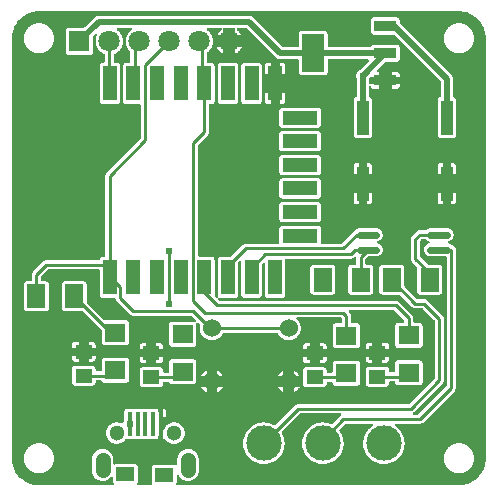
<source format=gtl>
G04 Layer: TopLayer*
G04 EasyEDA v6.3.22, 2020-01-22T21:57:18+01:00*
G04 bd40d7d6537d4de99fa6425ab58450c0,9eabfb72a9474bef872f988307f0334b,10*
G04 Gerber Generator version 0.2*
G04 Scale: 100 percent, Rotated: No, Reflected: No *
G04 Dimensions in inches *
G04 leading zeros omitted , absolute positions ,2 integer and 4 decimal *
%FSLAX24Y24*%
%MOIN*%
G90*
G70D02*

%ADD10C,0.010000*%
%ADD11C,0.020000*%
%ADD12C,0.023622*%
%ADD13C,0.024000*%
%ADD14R,0.057870X0.045670*%
%ADD15R,0.074800X0.037400*%
%ADD16R,0.074800X0.128000*%
%ADD17R,0.017717X0.078740*%
%ADD18R,0.062992X0.047240*%
%ADD19R,0.070900X0.063000*%
%ADD20R,0.047200X0.118100*%
%ADD21R,0.118100X0.047200*%
%ADD22R,0.039370X0.118110*%
%ADD23R,0.063000X0.078740*%
%ADD24C,0.070866*%
%ADD25R,0.070866X0.070866*%
%ADD26C,0.118110*%
%ADD27C,0.051181*%
%ADD28C,0.060000*%

%LPD*%
G36*
G01X15004Y15899D02*
G01X986Y15899D01*
G01X959Y15898D01*
G01X905Y15894D01*
G01X878Y15891D01*
G01X852Y15886D01*
G01X825Y15882D01*
G01X773Y15870D01*
G01X747Y15863D01*
G01X721Y15855D01*
G01X696Y15846D01*
G01X646Y15826D01*
G01X621Y15815D01*
G01X597Y15804D01*
G01X573Y15791D01*
G01X550Y15778D01*
G01X504Y15750D01*
G01X482Y15735D01*
G01X460Y15719D01*
G01X418Y15685D01*
G01X398Y15668D01*
G01X378Y15649D01*
G01X340Y15611D01*
G01X322Y15591D01*
G01X288Y15549D01*
G01X272Y15528D01*
G01X257Y15506D01*
G01X242Y15483D01*
G01X228Y15461D01*
G01X214Y15437D01*
G01X202Y15414D01*
G01X189Y15390D01*
G01X178Y15365D01*
G01X158Y15315D01*
G01X140Y15265D01*
G01X126Y15213D01*
G01X120Y15186D01*
G01X115Y15160D01*
G01X111Y15134D01*
G01X107Y15107D01*
G01X104Y15080D01*
G01X102Y15053D01*
G01X101Y15026D01*
G01X101Y960D01*
G01X105Y906D01*
G01X109Y880D01*
G01X112Y853D01*
G01X117Y827D01*
G01X129Y775D01*
G01X136Y749D01*
G01X144Y723D01*
G01X162Y673D01*
G01X172Y648D01*
G01X183Y623D01*
G01X207Y575D01*
G01X220Y552D01*
G01X248Y506D01*
G01X263Y484D01*
G01X279Y462D01*
G01X295Y441D01*
G01X312Y420D01*
G01X348Y380D01*
G01X386Y342D01*
G01X406Y324D01*
G01X426Y307D01*
G01X447Y290D01*
G01X491Y258D01*
G01X513Y244D01*
G01X536Y229D01*
G01X582Y203D01*
G01X606Y191D01*
G01X631Y180D01*
G01X655Y169D01*
G01X680Y159D01*
G01X705Y150D01*
G01X757Y134D01*
G01X783Y127D01*
G01X809Y121D01*
G01X861Y111D01*
G01X888Y107D01*
G01X915Y105D01*
G01X941Y102D01*
G01X968Y101D01*
G01X3462Y101D01*
G01X3467Y102D01*
G01X3473Y104D01*
G01X3478Y107D01*
G01X3482Y110D01*
G01X3486Y114D01*
G01X3490Y119D01*
G01X3493Y124D01*
G01X3495Y129D01*
G01X3496Y135D01*
G01X3496Y147D01*
G01X3494Y153D01*
G01X3492Y158D01*
G01X3489Y163D01*
G01X3479Y181D01*
G01X3473Y201D01*
G01X3471Y221D01*
G01X3471Y353D01*
G01X3469Y358D01*
G01X3467Y364D01*
G01X3465Y369D01*
G01X3453Y381D01*
G01X3448Y384D01*
G01X3442Y386D01*
G01X3437Y387D01*
G01X3425Y387D01*
G01X3419Y386D01*
G01X3414Y383D01*
G01X3409Y381D01*
G01X3404Y377D01*
G01X3400Y373D01*
G01X3389Y359D01*
G01X3377Y347D01*
G01X3351Y323D01*
G01X3323Y303D01*
G01X3308Y293D01*
G01X3293Y285D01*
G01X3277Y277D01*
G01X3245Y263D01*
G01X3211Y253D01*
G01X3194Y249D01*
G01X3177Y246D01*
G01X3160Y244D01*
G01X3142Y243D01*
G01X3108Y243D01*
G01X3091Y244D01*
G01X3074Y246D01*
G01X3057Y249D01*
G01X3040Y253D01*
G01X3024Y257D01*
G01X3008Y262D01*
G01X2992Y268D01*
G01X2976Y275D01*
G01X2961Y282D01*
G01X2946Y290D01*
G01X2932Y299D01*
G01X2904Y319D01*
G01X2878Y341D01*
G01X2866Y353D01*
G01X2844Y379D01*
G01X2834Y392D01*
G01X2824Y407D01*
G01X2816Y421D01*
G01X2807Y436D01*
G01X2800Y451D01*
G01X2793Y467D01*
G01X2787Y483D01*
G01X2782Y499D01*
G01X2778Y515D01*
G01X2774Y532D01*
G01X2771Y549D01*
G01X2769Y566D01*
G01X2768Y583D01*
G01X2768Y970D01*
G01X2769Y987D01*
G01X2771Y1004D01*
G01X2774Y1021D01*
G01X2778Y1038D01*
G01X2782Y1054D01*
G01X2787Y1070D01*
G01X2793Y1086D01*
G01X2800Y1102D01*
G01X2807Y1117D01*
G01X2816Y1132D01*
G01X2824Y1146D01*
G01X2834Y1161D01*
G01X2844Y1174D01*
G01X2866Y1200D01*
G01X2878Y1212D01*
G01X2904Y1234D01*
G01X2932Y1254D01*
G01X2946Y1263D01*
G01X2961Y1271D01*
G01X2976Y1278D01*
G01X2992Y1285D01*
G01X3008Y1291D01*
G01X3024Y1296D01*
G01X3040Y1300D01*
G01X3057Y1304D01*
G01X3074Y1307D01*
G01X3091Y1309D01*
G01X3108Y1310D01*
G01X3142Y1310D01*
G01X3159Y1309D01*
G01X3175Y1307D01*
G01X3192Y1304D01*
G01X3209Y1300D01*
G01X3225Y1296D01*
G01X3241Y1291D01*
G01X3257Y1285D01*
G01X3273Y1278D01*
G01X3288Y1271D01*
G01X3303Y1263D01*
G01X3318Y1254D01*
G01X3332Y1244D01*
G01X3345Y1234D01*
G01X3371Y1212D01*
G01X3383Y1200D01*
G01X3405Y1174D01*
G01X3415Y1161D01*
G01X3425Y1146D01*
G01X3434Y1132D01*
G01X3442Y1117D01*
G01X3449Y1102D01*
G01X3456Y1086D01*
G01X3462Y1070D01*
G01X3467Y1054D01*
G01X3471Y1038D01*
G01X3475Y1021D01*
G01X3478Y1004D01*
G01X3480Y987D01*
G01X3482Y953D01*
G01X3482Y819D01*
G01X3483Y814D01*
G01X3485Y808D01*
G01X3488Y803D01*
G01X3491Y799D01*
G01X3495Y795D01*
G01X3500Y791D01*
G01X3510Y787D01*
G01X3516Y785D01*
G01X3522Y785D01*
G01X3529Y786D01*
G01X3536Y788D01*
G01X3545Y791D01*
G01X3554Y793D01*
G01X3563Y794D01*
G01X4211Y794D01*
G01X4221Y793D01*
G01X4230Y791D01*
G01X4238Y788D01*
G01X4247Y784D01*
G01X4263Y774D01*
G01X4270Y768D01*
G01X4277Y761D01*
G01X4283Y754D01*
G01X4288Y747D01*
G01X4292Y738D01*
G01X4296Y730D01*
G01X4299Y721D01*
G01X4303Y703D01*
G01X4303Y221D01*
G01X4301Y201D01*
G01X4295Y181D01*
G01X4285Y163D01*
G01X4282Y158D01*
G01X4280Y153D01*
G01X4278Y147D01*
G01X4278Y135D01*
G01X4279Y129D01*
G01X4281Y124D01*
G01X4284Y119D01*
G01X4288Y114D01*
G01X4292Y110D01*
G01X4296Y107D01*
G01X4301Y104D01*
G01X4307Y102D01*
G01X4312Y101D01*
G01X4748Y101D01*
G01X4754Y102D01*
G01X4759Y104D01*
G01X4769Y110D01*
G01X4773Y114D01*
G01X4779Y124D01*
G01X4781Y129D01*
G01X4783Y141D01*
G01X4782Y148D01*
G01X4780Y155D01*
G01X4777Y162D01*
G01X4772Y170D01*
G01X4769Y178D01*
G01X4766Y187D01*
G01X4762Y205D01*
G01X4762Y696D01*
G01X4764Y706D01*
G01X4766Y715D01*
G01X4769Y723D01*
G01X4772Y732D01*
G01X4782Y748D01*
G01X4788Y755D01*
G01X4795Y762D01*
G01X4802Y768D01*
G01X4810Y773D01*
G01X4826Y781D01*
G01X4835Y784D01*
G01X4853Y788D01*
G01X5502Y788D01*
G01X5520Y784D01*
G01X5529Y781D01*
G01X5538Y777D01*
G01X5546Y773D01*
G01X5554Y768D01*
G01X5559Y764D01*
G01X5571Y760D01*
G01X5583Y760D01*
G01X5589Y761D01*
G01X5594Y763D01*
G01X5604Y769D01*
G01X5608Y773D01*
G01X5614Y783D01*
G01X5616Y788D01*
G01X5618Y800D01*
G01X5618Y970D01*
G01X5619Y987D01*
G01X5621Y1004D01*
G01X5624Y1021D01*
G01X5628Y1038D01*
G01X5632Y1054D01*
G01X5637Y1070D01*
G01X5643Y1086D01*
G01X5650Y1102D01*
G01X5657Y1117D01*
G01X5666Y1132D01*
G01X5674Y1146D01*
G01X5684Y1161D01*
G01X5694Y1174D01*
G01X5716Y1200D01*
G01X5728Y1212D01*
G01X5754Y1234D01*
G01X5782Y1254D01*
G01X5796Y1263D01*
G01X5811Y1271D01*
G01X5826Y1278D01*
G01X5842Y1285D01*
G01X5858Y1291D01*
G01X5874Y1296D01*
G01X5890Y1300D01*
G01X5907Y1304D01*
G01X5924Y1307D01*
G01X5941Y1309D01*
G01X5958Y1310D01*
G01X5992Y1310D01*
G01X6009Y1309D01*
G01X6025Y1307D01*
G01X6042Y1304D01*
G01X6059Y1300D01*
G01X6075Y1296D01*
G01X6091Y1291D01*
G01X6107Y1285D01*
G01X6123Y1278D01*
G01X6138Y1271D01*
G01X6153Y1263D01*
G01X6168Y1254D01*
G01X6182Y1244D01*
G01X6195Y1234D01*
G01X6221Y1212D01*
G01X6233Y1200D01*
G01X6255Y1174D01*
G01X6265Y1161D01*
G01X6275Y1146D01*
G01X6284Y1132D01*
G01X6292Y1117D01*
G01X6299Y1102D01*
G01X6306Y1086D01*
G01X6312Y1070D01*
G01X6317Y1054D01*
G01X6321Y1038D01*
G01X6325Y1021D01*
G01X6328Y1004D01*
G01X6330Y987D01*
G01X6332Y953D01*
G01X6332Y600D01*
G01X6330Y566D01*
G01X6328Y549D01*
G01X6325Y532D01*
G01X6321Y515D01*
G01X6317Y499D01*
G01X6312Y483D01*
G01X6306Y467D01*
G01X6299Y451D01*
G01X6292Y436D01*
G01X6284Y421D01*
G01X6275Y407D01*
G01X6265Y392D01*
G01X6255Y379D01*
G01X6233Y353D01*
G01X6221Y341D01*
G01X6195Y319D01*
G01X6182Y309D01*
G01X6168Y299D01*
G01X6153Y290D01*
G01X6138Y282D01*
G01X6123Y275D01*
G01X6107Y268D01*
G01X6091Y262D01*
G01X6075Y257D01*
G01X6059Y253D01*
G01X6042Y249D01*
G01X6025Y246D01*
G01X6009Y244D01*
G01X5992Y243D01*
G01X5957Y243D01*
G01X5940Y244D01*
G01X5922Y246D01*
G01X5905Y249D01*
G01X5888Y253D01*
G01X5871Y258D01*
G01X5854Y264D01*
G01X5838Y270D01*
G01X5822Y277D01*
G01X5806Y285D01*
G01X5776Y303D01*
G01X5762Y313D01*
G01X5748Y324D01*
G01X5735Y335D01*
G01X5722Y347D01*
G01X5710Y360D01*
G01X5698Y374D01*
G01X5688Y387D01*
G01X5668Y417D01*
G01X5665Y421D01*
G01X5661Y426D01*
G01X5651Y432D01*
G01X5645Y434D01*
G01X5640Y436D01*
G01X5628Y436D01*
G01X5623Y434D01*
G01X5617Y432D01*
G01X5612Y430D01*
G01X5600Y418D01*
G01X5597Y413D01*
G01X5595Y407D01*
G01X5594Y402D01*
G01X5594Y215D01*
G01X5593Y205D01*
G01X5592Y196D01*
G01X5590Y187D01*
G01X5587Y178D01*
G01X5579Y162D01*
G01X5573Y148D01*
G01X5573Y135D01*
G01X5574Y129D01*
G01X5576Y124D01*
G01X5579Y119D01*
G01X5583Y114D01*
G01X5587Y110D01*
G01X5591Y107D01*
G01X5596Y104D01*
G01X5602Y102D01*
G01X5607Y101D01*
G01X15041Y101D01*
G01X15068Y103D01*
G01X15122Y109D01*
G01X15149Y113D01*
G01X15175Y118D01*
G01X15202Y124D01*
G01X15228Y130D01*
G01X15254Y137D01*
G01X15280Y145D01*
G01X15306Y154D01*
G01X15356Y174D01*
G01X15381Y185D01*
G01X15406Y197D01*
G01X15430Y210D01*
G01X15453Y223D01*
G01X15476Y237D01*
G01X15499Y252D01*
G01X15522Y268D01*
G01X15543Y284D01*
G01X15565Y300D01*
G01X15586Y318D01*
G01X15626Y354D01*
G01X15645Y374D01*
G01X15664Y393D01*
G01X15682Y414D01*
G01X15716Y456D01*
G01X15732Y478D01*
G01X15747Y500D01*
G01X15762Y523D01*
G01X15776Y546D01*
G01X15802Y594D01*
G01X15814Y618D01*
G01X15825Y643D01*
G01X15845Y693D01*
G01X15854Y719D01*
G01X15862Y745D01*
G01X15869Y771D01*
G01X15876Y798D01*
G01X15881Y824D01*
G01X15886Y851D01*
G01X15894Y905D01*
G01X15898Y959D01*
G01X15899Y986D01*
G01X15899Y15014D01*
G01X15898Y15041D01*
G01X15894Y15095D01*
G01X15886Y15149D01*
G01X15881Y15176D01*
G01X15869Y15230D01*
G01X15853Y15282D01*
G01X15844Y15308D01*
G01X15834Y15333D01*
G01X15824Y15359D01*
G01X15813Y15383D01*
G01X15801Y15408D01*
G01X15788Y15432D01*
G01X15774Y15456D01*
G01X15760Y15479D01*
G01X15745Y15502D01*
G01X15730Y15524D01*
G01X15696Y15568D01*
G01X15679Y15589D01*
G01X15661Y15609D01*
G01X15642Y15629D01*
G01X15602Y15667D01*
G01X15582Y15685D01*
G01X15561Y15702D01*
G01X15539Y15719D01*
G01X15517Y15735D01*
G01X15471Y15765D01*
G01X15448Y15779D01*
G01X15400Y15805D01*
G01X15375Y15817D01*
G01X15350Y15828D01*
G01X15325Y15838D01*
G01X15273Y15856D01*
G01X15247Y15864D01*
G01X15221Y15871D01*
G01X15167Y15883D01*
G01X15140Y15888D01*
G01X15113Y15891D01*
G01X15086Y15895D01*
G01X15059Y15897D01*
G01X15032Y15898D01*
G01X15004Y15899D01*
G37*

%LPC*%
G36*
G01X1040Y1499D02*
G01X1000Y1501D01*
G01X979Y1500D01*
G01X959Y1499D01*
G01X939Y1497D01*
G01X919Y1494D01*
G01X899Y1490D01*
G01X880Y1486D01*
G01X860Y1481D01*
G01X841Y1475D01*
G01X803Y1461D01*
G01X767Y1443D01*
G01X749Y1433D01*
G01X732Y1423D01*
G01X715Y1412D01*
G01X683Y1388D01*
G01X667Y1375D01*
G01X653Y1361D01*
G01X638Y1347D01*
G01X625Y1332D01*
G01X612Y1316D01*
G01X599Y1301D01*
G01X587Y1284D01*
G01X576Y1267D01*
G01X566Y1250D01*
G01X556Y1232D01*
G01X547Y1214D01*
G01X539Y1196D01*
G01X531Y1177D01*
G01X524Y1158D01*
G01X518Y1139D01*
G01X513Y1119D01*
G01X509Y1100D01*
G01X505Y1080D01*
G01X502Y1060D01*
G01X500Y1040D01*
G01X499Y1020D01*
G01X499Y979D01*
G01X500Y959D01*
G01X502Y939D01*
G01X505Y919D01*
G01X509Y899D01*
G01X513Y880D01*
G01X518Y860D01*
G01X524Y841D01*
G01X531Y822D01*
G01X539Y803D01*
G01X547Y785D01*
G01X556Y767D01*
G01X566Y749D01*
G01X576Y732D01*
G01X587Y715D01*
G01X599Y699D01*
G01X625Y667D01*
G01X638Y653D01*
G01X653Y638D01*
G01X667Y625D01*
G01X699Y599D01*
G01X715Y587D01*
G01X732Y576D01*
G01X749Y566D01*
G01X767Y556D01*
G01X785Y547D01*
G01X803Y539D01*
G01X822Y531D01*
G01X841Y524D01*
G01X860Y518D01*
G01X880Y513D01*
G01X899Y509D01*
G01X919Y505D01*
G01X939Y502D01*
G01X959Y500D01*
G01X979Y499D01*
G01X1020Y499D01*
G01X1040Y500D01*
G01X1060Y502D01*
G01X1080Y505D01*
G01X1100Y509D01*
G01X1119Y513D01*
G01X1139Y518D01*
G01X1158Y524D01*
G01X1177Y531D01*
G01X1196Y539D01*
G01X1214Y547D01*
G01X1232Y556D01*
G01X1250Y566D01*
G01X1267Y576D01*
G01X1284Y587D01*
G01X1301Y599D01*
G01X1316Y612D01*
G01X1332Y625D01*
G01X1347Y638D01*
G01X1361Y653D01*
G01X1375Y667D01*
G01X1388Y683D01*
G01X1412Y715D01*
G01X1423Y732D01*
G01X1433Y749D01*
G01X1443Y767D01*
G01X1461Y803D01*
G01X1475Y841D01*
G01X1481Y860D01*
G01X1486Y880D01*
G01X1490Y899D01*
G01X1494Y919D01*
G01X1497Y939D01*
G01X1499Y959D01*
G01X1500Y979D01*
G01X1501Y1000D01*
G01X1499Y1040D01*
G01X1497Y1060D01*
G01X1494Y1080D01*
G01X1490Y1100D01*
G01X1486Y1119D01*
G01X1481Y1139D01*
G01X1475Y1158D01*
G01X1461Y1196D01*
G01X1443Y1232D01*
G01X1433Y1250D01*
G01X1423Y1267D01*
G01X1412Y1284D01*
G01X1400Y1301D01*
G01X1388Y1316D01*
G01X1375Y1332D01*
G01X1361Y1347D01*
G01X1347Y1361D01*
G01X1332Y1375D01*
G01X1316Y1388D01*
G01X1301Y1400D01*
G01X1284Y1412D01*
G01X1267Y1423D01*
G01X1250Y1433D01*
G01X1232Y1443D01*
G01X1196Y1461D01*
G01X1158Y1475D01*
G01X1139Y1481D01*
G01X1119Y1486D01*
G01X1100Y1490D01*
G01X1080Y1494D01*
G01X1060Y1497D01*
G01X1040Y1499D01*
G37*
G36*
G01X15040Y1499D02*
G01X15000Y1501D01*
G01X14979Y1500D01*
G01X14959Y1499D01*
G01X14939Y1497D01*
G01X14919Y1494D01*
G01X14899Y1490D01*
G01X14880Y1486D01*
G01X14860Y1481D01*
G01X14841Y1475D01*
G01X14803Y1461D01*
G01X14767Y1443D01*
G01X14749Y1433D01*
G01X14732Y1423D01*
G01X14715Y1412D01*
G01X14683Y1388D01*
G01X14667Y1375D01*
G01X14653Y1361D01*
G01X14638Y1347D01*
G01X14625Y1332D01*
G01X14612Y1316D01*
G01X14599Y1301D01*
G01X14587Y1284D01*
G01X14576Y1267D01*
G01X14566Y1250D01*
G01X14556Y1232D01*
G01X14547Y1214D01*
G01X14539Y1196D01*
G01X14531Y1177D01*
G01X14524Y1158D01*
G01X14518Y1139D01*
G01X14513Y1119D01*
G01X14509Y1100D01*
G01X14505Y1080D01*
G01X14502Y1060D01*
G01X14500Y1040D01*
G01X14499Y1020D01*
G01X14499Y979D01*
G01X14500Y959D01*
G01X14502Y939D01*
G01X14505Y919D01*
G01X14509Y899D01*
G01X14513Y880D01*
G01X14518Y860D01*
G01X14524Y841D01*
G01X14531Y822D01*
G01X14539Y803D01*
G01X14547Y785D01*
G01X14556Y767D01*
G01X14566Y749D01*
G01X14576Y732D01*
G01X14587Y715D01*
G01X14599Y699D01*
G01X14625Y667D01*
G01X14638Y653D01*
G01X14653Y638D01*
G01X14667Y625D01*
G01X14699Y599D01*
G01X14715Y587D01*
G01X14732Y576D01*
G01X14749Y566D01*
G01X14767Y556D01*
G01X14785Y547D01*
G01X14803Y539D01*
G01X14822Y531D01*
G01X14841Y524D01*
G01X14860Y518D01*
G01X14880Y513D01*
G01X14899Y509D01*
G01X14919Y505D01*
G01X14939Y502D01*
G01X14959Y500D01*
G01X14979Y499D01*
G01X15020Y499D01*
G01X15040Y500D01*
G01X15060Y502D01*
G01X15080Y505D01*
G01X15100Y509D01*
G01X15119Y513D01*
G01X15139Y518D01*
G01X15158Y524D01*
G01X15177Y531D01*
G01X15196Y539D01*
G01X15214Y547D01*
G01X15232Y556D01*
G01X15250Y566D01*
G01X15267Y576D01*
G01X15284Y587D01*
G01X15301Y599D01*
G01X15316Y612D01*
G01X15332Y625D01*
G01X15347Y638D01*
G01X15361Y653D01*
G01X15375Y667D01*
G01X15388Y683D01*
G01X15412Y715D01*
G01X15423Y732D01*
G01X15433Y749D01*
G01X15443Y767D01*
G01X15461Y803D01*
G01X15475Y841D01*
G01X15481Y860D01*
G01X15486Y880D01*
G01X15490Y899D01*
G01X15494Y919D01*
G01X15497Y939D01*
G01X15499Y959D01*
G01X15500Y979D01*
G01X15501Y1000D01*
G01X15499Y1040D01*
G01X15497Y1060D01*
G01X15494Y1080D01*
G01X15490Y1100D01*
G01X15486Y1119D01*
G01X15481Y1139D01*
G01X15475Y1158D01*
G01X15461Y1196D01*
G01X15443Y1232D01*
G01X15433Y1250D01*
G01X15423Y1267D01*
G01X15412Y1284D01*
G01X15400Y1301D01*
G01X15388Y1316D01*
G01X15375Y1332D01*
G01X15361Y1347D01*
G01X15347Y1361D01*
G01X15332Y1375D01*
G01X15316Y1388D01*
G01X15301Y1400D01*
G01X15284Y1412D01*
G01X15267Y1423D01*
G01X15250Y1433D01*
G01X15232Y1443D01*
G01X15196Y1461D01*
G01X15158Y1475D01*
G01X15139Y1481D01*
G01X15119Y1486D01*
G01X15100Y1490D01*
G01X15080Y1494D01*
G01X15060Y1497D01*
G01X15040Y1499D01*
G37*
G36*
G01X14606Y8669D02*
G01X14056Y8669D01*
G01X14028Y8667D01*
G01X14015Y8665D01*
G01X14002Y8662D01*
G01X13976Y8654D01*
G01X13964Y8649D01*
G01X13951Y8642D01*
G01X13940Y8636D01*
G01X13918Y8620D01*
G01X13907Y8611D01*
G01X13903Y8607D01*
G01X13898Y8604D01*
G01X13892Y8602D01*
G01X13886Y8601D01*
G01X13700Y8601D01*
G01X13676Y8599D01*
G01X13664Y8596D01*
G01X13653Y8593D01*
G01X13642Y8589D01*
G01X13631Y8584D01*
G01X13611Y8572D01*
G01X13593Y8556D01*
G01X13435Y8398D01*
G01X13427Y8388D01*
G01X13415Y8368D01*
G01X13410Y8357D01*
G01X13406Y8346D01*
G01X13403Y8335D01*
G01X13400Y8323D01*
G01X13399Y8311D01*
G01X13399Y7638D01*
G01X13400Y7626D01*
G01X13403Y7614D01*
G01X13406Y7603D01*
G01X13410Y7592D01*
G01X13415Y7581D01*
G01X13427Y7561D01*
G01X13443Y7543D01*
G01X13602Y7383D01*
G01X13606Y7379D01*
G01X13610Y7373D01*
G01X13612Y7367D01*
G01X13614Y7355D01*
G01X13614Y7352D01*
G01X13613Y7343D01*
G01X13613Y6556D01*
G01X13614Y6547D01*
G01X13615Y6537D01*
G01X13617Y6528D01*
G01X13620Y6519D01*
G01X13624Y6511D01*
G01X13634Y6495D01*
G01X13646Y6481D01*
G01X13654Y6475D01*
G01X13661Y6470D01*
G01X13669Y6465D01*
G01X13687Y6459D01*
G01X13705Y6455D01*
G01X14354Y6455D01*
G01X14372Y6459D01*
G01X14381Y6462D01*
G01X14389Y6465D01*
G01X14398Y6470D01*
G01X14405Y6475D01*
G01X14413Y6481D01*
G01X14425Y6495D01*
G01X14435Y6511D01*
G01X14439Y6519D01*
G01X14442Y6528D01*
G01X14444Y6537D01*
G01X14445Y6547D01*
G01X14445Y7353D01*
G01X14444Y7362D01*
G01X14442Y7371D01*
G01X14439Y7380D01*
G01X14435Y7388D01*
G01X14425Y7404D01*
G01X14413Y7418D01*
G01X14405Y7424D01*
G01X14398Y7429D01*
G01X14389Y7434D01*
G01X14381Y7437D01*
G01X14363Y7443D01*
G01X14354Y7444D01*
G01X13985Y7444D01*
G01X13973Y7446D01*
G01X13967Y7449D01*
G01X13962Y7452D01*
G01X13957Y7456D01*
G01X13712Y7700D01*
G01X13708Y7705D01*
G01X13705Y7711D01*
G01X13703Y7716D01*
G01X13701Y7722D01*
G01X13701Y8227D01*
G01X13705Y8239D01*
G01X13708Y8244D01*
G01X13712Y8249D01*
G01X13750Y8287D01*
G01X13755Y8291D01*
G01X13761Y8294D01*
G01X13766Y8297D01*
G01X13772Y8298D01*
G01X13779Y8299D01*
G01X13880Y8299D01*
G01X13892Y8297D01*
G01X13898Y8295D01*
G01X13903Y8292D01*
G01X13907Y8288D01*
G01X13919Y8278D01*
G01X13931Y8270D01*
G01X13943Y8261D01*
G01X13956Y8254D01*
G01X13970Y8248D01*
G01X13998Y8238D01*
G01X14003Y8236D01*
G01X14009Y8234D01*
G01X14021Y8222D01*
G01X14024Y8216D01*
G01X14026Y8211D01*
G01X14027Y8205D01*
G01X14027Y8194D01*
G01X14026Y8188D01*
G01X14024Y8183D01*
G01X14021Y8178D01*
G01X14017Y8173D01*
G01X14013Y8169D01*
G01X14009Y8166D01*
G01X14003Y8163D01*
G01X13998Y8161D01*
G01X13985Y8157D01*
G01X13972Y8152D01*
G01X13960Y8147D01*
G01X13936Y8133D01*
G01X13925Y8126D01*
G01X13914Y8117D01*
G01X13904Y8108D01*
G01X13886Y8088D01*
G01X13877Y8077D01*
G01X13870Y8066D01*
G01X13863Y8054D01*
G01X13857Y8042D01*
G01X13851Y8029D01*
G01X13847Y8017D01*
G01X13843Y8003D01*
G01X13840Y7990D01*
G01X13838Y7977D01*
G01X13837Y7963D01*
G01X13836Y7950D01*
G01X13837Y7936D01*
G01X13838Y7923D01*
G01X13840Y7910D01*
G01X13846Y7884D01*
G01X13856Y7860D01*
G01X13868Y7836D01*
G01X13875Y7825D01*
G01X13883Y7814D01*
G01X13892Y7804D01*
G01X13910Y7786D01*
G01X13920Y7777D01*
G01X13931Y7769D01*
G01X13942Y7762D01*
G01X13966Y7750D01*
G01X13990Y7740D01*
G01X14016Y7734D01*
G01X14029Y7732D01*
G01X14042Y7731D01*
G01X14056Y7730D01*
G01X14564Y7730D01*
G01X14570Y7729D01*
G01X14575Y7727D01*
G01X14585Y7721D01*
G01X14589Y7717D01*
G01X14595Y7707D01*
G01X14597Y7702D01*
G01X14599Y7690D01*
G01X14599Y3429D01*
G01X14598Y3422D01*
G01X14597Y3416D01*
G01X14594Y3411D01*
G01X14591Y3405D01*
G01X14587Y3400D01*
G01X13649Y2462D01*
G01X13644Y2458D01*
G01X13639Y2455D01*
G01X13627Y2451D01*
G01X13500Y2451D01*
G01X13494Y2452D01*
G01X13489Y2454D01*
G01X13479Y2460D01*
G01X13475Y2464D01*
G01X13469Y2474D01*
G01X13467Y2479D01*
G01X13465Y2491D01*
G01X13466Y2497D01*
G01X13470Y2509D01*
G01X13474Y2515D01*
G01X13478Y2520D01*
G01X13483Y2524D01*
G01X13495Y2533D01*
G01X13506Y2543D01*
G01X14456Y3493D01*
G01X14472Y3511D01*
G01X14484Y3531D01*
G01X14489Y3542D01*
G01X14493Y3553D01*
G01X14496Y3564D01*
G01X14499Y3576D01*
G01X14501Y3600D01*
G01X14501Y5650D01*
G01X14500Y5661D01*
G01X14499Y5673D01*
G01X14496Y5685D01*
G01X14493Y5696D01*
G01X14489Y5707D01*
G01X14484Y5718D01*
G01X14472Y5738D01*
G01X14464Y5748D01*
G01X13948Y6264D01*
G01X13938Y6272D01*
G01X13918Y6284D01*
G01X13907Y6289D01*
G01X13896Y6293D01*
G01X13885Y6296D01*
G01X13873Y6299D01*
G01X13861Y6300D01*
G01X13850Y6301D01*
G01X13622Y6301D01*
G01X13616Y6303D01*
G01X13611Y6305D01*
G01X13605Y6308D01*
G01X13600Y6312D01*
G01X13197Y6715D01*
G01X13193Y6720D01*
G01X13190Y6725D01*
G01X13186Y6737D01*
G01X13186Y7343D01*
G01X13185Y7353D01*
G01X13184Y7362D01*
G01X13182Y7371D01*
G01X13179Y7380D01*
G01X13171Y7396D01*
G01X13165Y7404D01*
G01X13153Y7418D01*
G01X13146Y7424D01*
G01X13130Y7434D01*
G01X13103Y7443D01*
G01X13094Y7444D01*
G01X12445Y7444D01*
G01X12436Y7443D01*
G01X12418Y7437D01*
G01X12410Y7434D01*
G01X12394Y7424D01*
G01X12387Y7418D01*
G01X12380Y7411D01*
G01X12374Y7404D01*
G01X12364Y7388D01*
G01X12361Y7380D01*
G01X12355Y7362D01*
G01X12354Y7353D01*
G01X12354Y6547D01*
G01X12355Y6537D01*
G01X12361Y6519D01*
G01X12364Y6511D01*
G01X12374Y6495D01*
G01X12380Y6488D01*
G01X12387Y6481D01*
G01X12394Y6475D01*
G01X12410Y6465D01*
G01X12418Y6462D01*
G01X12427Y6459D01*
G01X12445Y6455D01*
G01X13014Y6455D01*
G01X13020Y6454D01*
G01X13027Y6453D01*
G01X13032Y6451D01*
G01X13038Y6447D01*
G01X13042Y6443D01*
G01X13443Y6043D01*
G01X13461Y6027D01*
G01X13481Y6015D01*
G01X13492Y6010D01*
G01X13503Y6006D01*
G01X13514Y6003D01*
G01X13526Y6000D01*
G01X13538Y5999D01*
G01X13770Y5999D01*
G01X13777Y5998D01*
G01X13783Y5997D01*
G01X13789Y5994D01*
G01X13794Y5991D01*
G01X13799Y5987D01*
G01X14187Y5599D01*
G01X14191Y5594D01*
G01X14194Y5589D01*
G01X14197Y5583D01*
G01X14198Y5577D01*
G01X14199Y5570D01*
G01X14199Y3679D01*
G01X14198Y3672D01*
G01X14197Y3666D01*
G01X14194Y3661D01*
G01X14191Y3655D01*
G01X14187Y3650D01*
G01X13349Y2812D01*
G01X13344Y2808D01*
G01X13339Y2805D01*
G01X13327Y2801D01*
G01X9650Y2801D01*
G01X9626Y2799D01*
G01X9614Y2796D01*
G01X9603Y2793D01*
G01X9592Y2789D01*
G01X9581Y2784D01*
G01X9561Y2772D01*
G01X9543Y2756D01*
G01X8892Y2106D01*
G01X8882Y2098D01*
G01X8870Y2094D01*
G01X8864Y2094D01*
G01X8850Y2096D01*
G01X8844Y2099D01*
G01X8823Y2111D01*
G01X8801Y2122D01*
G01X8780Y2132D01*
G01X8758Y2141D01*
G01X8735Y2150D01*
G01X8712Y2158D01*
G01X8689Y2165D01*
G01X8666Y2171D01*
G01X8643Y2176D01*
G01X8619Y2181D01*
G01X8595Y2184D01*
G01X8572Y2187D01*
G01X8524Y2191D01*
G01X8476Y2191D01*
G01X8452Y2190D01*
G01X8429Y2188D01*
G01X8405Y2185D01*
G01X8359Y2177D01*
G01X8336Y2171D01*
G01X8313Y2166D01*
G01X8290Y2159D01*
G01X8246Y2143D01*
G01X8224Y2134D01*
G01X8203Y2124D01*
G01X8181Y2114D01*
G01X8161Y2102D01*
G01X8140Y2090D01*
G01X8120Y2078D01*
G01X8101Y2065D01*
G01X8082Y2051D01*
G01X8063Y2036D01*
G01X8045Y2021D01*
G01X8011Y1989D01*
G01X7994Y1972D01*
G01X7978Y1954D01*
G01X7963Y1936D01*
G01X7921Y1879D01*
G01X7897Y1839D01*
G01X7875Y1797D01*
G01X7865Y1775D01*
G01X7856Y1753D01*
G01X7840Y1709D01*
G01X7828Y1663D01*
G01X7818Y1617D01*
G01X7814Y1594D01*
G01X7812Y1570D01*
G01X7810Y1547D01*
G01X7808Y1523D01*
G01X7808Y1476D01*
G01X7810Y1452D01*
G01X7812Y1429D01*
G01X7814Y1405D01*
G01X7818Y1382D01*
G01X7828Y1336D01*
G01X7840Y1290D01*
G01X7856Y1246D01*
G01X7865Y1224D01*
G01X7875Y1203D01*
G01X7886Y1181D01*
G01X7897Y1161D01*
G01X7909Y1140D01*
G01X7921Y1120D01*
G01X7963Y1063D01*
G01X7978Y1045D01*
G01X7994Y1028D01*
G01X8028Y994D01*
G01X8045Y978D01*
G01X8063Y963D01*
G01X8120Y921D01*
G01X8140Y909D01*
G01X8161Y897D01*
G01X8181Y886D01*
G01X8203Y875D01*
G01X8224Y865D01*
G01X8246Y856D01*
G01X8290Y840D01*
G01X8336Y828D01*
G01X8382Y818D01*
G01X8405Y814D01*
G01X8429Y812D01*
G01X8452Y810D01*
G01X8476Y808D01*
G01X8523Y808D01*
G01X8547Y810D01*
G01X8570Y812D01*
G01X8594Y814D01*
G01X8617Y818D01*
G01X8663Y828D01*
G01X8709Y840D01*
G01X8753Y856D01*
G01X8775Y865D01*
G01X8797Y875D01*
G01X8839Y897D01*
G01X8879Y921D01*
G01X8936Y963D01*
G01X8954Y978D01*
G01X8972Y994D01*
G01X8989Y1011D01*
G01X9021Y1045D01*
G01X9036Y1063D01*
G01X9051Y1082D01*
G01X9065Y1101D01*
G01X9078Y1120D01*
G01X9090Y1140D01*
G01X9102Y1161D01*
G01X9114Y1181D01*
G01X9124Y1203D01*
G01X9134Y1224D01*
G01X9143Y1246D01*
G01X9159Y1290D01*
G01X9166Y1313D01*
G01X9171Y1336D01*
G01X9177Y1359D01*
G01X9185Y1405D01*
G01X9188Y1429D01*
G01X9190Y1452D01*
G01X9191Y1476D01*
G01X9191Y1524D01*
G01X9187Y1572D01*
G01X9184Y1595D01*
G01X9181Y1619D01*
G01X9176Y1643D01*
G01X9171Y1666D01*
G01X9165Y1689D01*
G01X9158Y1712D01*
G01X9150Y1735D01*
G01X9141Y1758D01*
G01X9132Y1780D01*
G01X9122Y1801D01*
G01X9111Y1823D01*
G01X9099Y1844D01*
G01X9096Y1850D01*
G01X9094Y1864D01*
G01X9094Y1870D01*
G01X9098Y1882D01*
G01X9106Y1892D01*
G01X9700Y2487D01*
G01X9705Y2491D01*
G01X9711Y2494D01*
G01X9716Y2497D01*
G01X9722Y2498D01*
G01X9729Y2499D01*
G01X11044Y2499D01*
G01X11049Y2498D01*
G01X11055Y2497D01*
G01X11060Y2495D01*
G01X11070Y2489D01*
G01X11074Y2485D01*
G01X11080Y2475D01*
G01X11082Y2470D01*
G01X11083Y2464D01*
G01X11084Y2459D01*
G01X11083Y2452D01*
G01X11082Y2446D01*
G01X11079Y2440D01*
G01X11075Y2434D01*
G01X11071Y2429D01*
G01X11066Y2425D01*
G01X11054Y2416D01*
G01X11043Y2406D01*
G01X10781Y2145D01*
G01X10777Y2141D01*
G01X10765Y2135D01*
G01X10753Y2133D01*
G01X10745Y2134D01*
G01X10737Y2136D01*
G01X10714Y2146D01*
G01X10666Y2162D01*
G01X10642Y2169D01*
G01X10618Y2175D01*
G01X10593Y2180D01*
G01X10568Y2184D01*
G01X10543Y2187D01*
G01X10493Y2191D01*
G01X10444Y2191D01*
G01X10420Y2190D01*
G01X10397Y2188D01*
G01X10373Y2185D01*
G01X10327Y2177D01*
G01X10304Y2171D01*
G01X10281Y2166D01*
G01X10258Y2159D01*
G01X10214Y2143D01*
G01X10192Y2134D01*
G01X10171Y2124D01*
G01X10149Y2114D01*
G01X10129Y2102D01*
G01X10108Y2090D01*
G01X10088Y2078D01*
G01X10069Y2065D01*
G01X10050Y2051D01*
G01X10031Y2036D01*
G01X10013Y2021D01*
G01X9979Y1989D01*
G01X9962Y1972D01*
G01X9946Y1954D01*
G01X9931Y1936D01*
G01X9889Y1879D01*
G01X9865Y1839D01*
G01X9843Y1797D01*
G01X9833Y1775D01*
G01X9824Y1753D01*
G01X9808Y1709D01*
G01X9796Y1663D01*
G01X9786Y1617D01*
G01X9782Y1594D01*
G01X9780Y1570D01*
G01X9778Y1547D01*
G01X9776Y1523D01*
G01X9776Y1476D01*
G01X9778Y1452D01*
G01X9780Y1429D01*
G01X9782Y1405D01*
G01X9786Y1382D01*
G01X9796Y1336D01*
G01X9808Y1290D01*
G01X9824Y1246D01*
G01X9833Y1224D01*
G01X9843Y1203D01*
G01X9854Y1181D01*
G01X9865Y1161D01*
G01X9877Y1140D01*
G01X9889Y1120D01*
G01X9931Y1063D01*
G01X9946Y1045D01*
G01X9962Y1028D01*
G01X9996Y994D01*
G01X10013Y978D01*
G01X10031Y963D01*
G01X10088Y921D01*
G01X10108Y909D01*
G01X10129Y897D01*
G01X10149Y886D01*
G01X10171Y875D01*
G01X10192Y865D01*
G01X10214Y856D01*
G01X10258Y840D01*
G01X10304Y828D01*
G01X10350Y818D01*
G01X10373Y814D01*
G01X10397Y812D01*
G01X10420Y810D01*
G01X10444Y808D01*
G01X10491Y808D01*
G01X10515Y810D01*
G01X10538Y812D01*
G01X10562Y814D01*
G01X10585Y818D01*
G01X10631Y828D01*
G01X10677Y840D01*
G01X10721Y856D01*
G01X10743Y865D01*
G01X10765Y875D01*
G01X10807Y897D01*
G01X10847Y921D01*
G01X10904Y963D01*
G01X10922Y978D01*
G01X10940Y994D01*
G01X10957Y1011D01*
G01X10989Y1045D01*
G01X11004Y1063D01*
G01X11019Y1082D01*
G01X11033Y1101D01*
G01X11046Y1120D01*
G01X11058Y1140D01*
G01X11070Y1161D01*
G01X11082Y1181D01*
G01X11092Y1203D01*
G01X11102Y1224D01*
G01X11111Y1246D01*
G01X11127Y1290D01*
G01X11134Y1313D01*
G01X11139Y1336D01*
G01X11145Y1359D01*
G01X11153Y1405D01*
G01X11156Y1429D01*
G01X11158Y1452D01*
G01X11159Y1476D01*
G01X11159Y1524D01*
G01X11157Y1549D01*
G01X11155Y1573D01*
G01X11152Y1597D01*
G01X11148Y1621D01*
G01X11144Y1646D01*
G01X11138Y1669D01*
G01X11132Y1693D01*
G01X11124Y1716D01*
G01X11116Y1740D01*
G01X11107Y1762D01*
G01X11098Y1785D01*
G01X11076Y1829D01*
G01X11064Y1850D01*
G01X11051Y1871D01*
G01X11023Y1911D01*
G01X11017Y1923D01*
G01X11015Y1935D01*
G01X11016Y1941D01*
G01X11017Y1948D01*
G01X11020Y1953D01*
G01X11023Y1959D01*
G01X11027Y1963D01*
G01X11200Y2137D01*
G01X11205Y2141D01*
G01X11211Y2144D01*
G01X11216Y2147D01*
G01X11222Y2148D01*
G01X11229Y2149D01*
G01X12094Y2149D01*
G01X12106Y2147D01*
G01X12111Y2145D01*
G01X12116Y2142D01*
G01X12120Y2139D01*
G01X12125Y2135D01*
G01X12131Y2125D01*
G01X12133Y2120D01*
G01X12134Y2114D01*
G01X12134Y2102D01*
G01X12130Y2090D01*
G01X12126Y2084D01*
G01X12122Y2079D01*
G01X12116Y2075D01*
G01X12096Y2061D01*
G01X12077Y2047D01*
G01X12058Y2032D01*
G01X12040Y2016D01*
G01X12004Y1982D01*
G01X11988Y1965D01*
G01X11972Y1946D01*
G01X11956Y1928D01*
G01X11914Y1868D01*
G01X11890Y1826D01*
G01X11879Y1805D01*
G01X11869Y1783D01*
G01X11859Y1760D01*
G01X11850Y1738D01*
G01X11842Y1715D01*
G01X11835Y1691D01*
G01X11829Y1668D01*
G01X11823Y1644D01*
G01X11815Y1596D01*
G01X11812Y1572D01*
G01X11808Y1524D01*
G01X11808Y1476D01*
G01X11810Y1452D01*
G01X11812Y1429D01*
G01X11814Y1405D01*
G01X11818Y1382D01*
G01X11828Y1336D01*
G01X11840Y1290D01*
G01X11856Y1246D01*
G01X11865Y1224D01*
G01X11875Y1203D01*
G01X11886Y1181D01*
G01X11897Y1161D01*
G01X11909Y1140D01*
G01X11921Y1120D01*
G01X11963Y1063D01*
G01X11978Y1045D01*
G01X11994Y1028D01*
G01X12028Y994D01*
G01X12045Y978D01*
G01X12063Y963D01*
G01X12120Y921D01*
G01X12140Y909D01*
G01X12161Y897D01*
G01X12181Y886D01*
G01X12203Y875D01*
G01X12224Y865D01*
G01X12246Y856D01*
G01X12290Y840D01*
G01X12336Y828D01*
G01X12382Y818D01*
G01X12405Y814D01*
G01X12429Y812D01*
G01X12452Y810D01*
G01X12476Y808D01*
G01X12523Y808D01*
G01X12547Y810D01*
G01X12570Y812D01*
G01X12594Y814D01*
G01X12617Y818D01*
G01X12663Y828D01*
G01X12709Y840D01*
G01X12753Y856D01*
G01X12775Y865D01*
G01X12797Y875D01*
G01X12839Y897D01*
G01X12879Y921D01*
G01X12936Y963D01*
G01X12954Y978D01*
G01X12972Y994D01*
G01X12989Y1011D01*
G01X13021Y1045D01*
G01X13036Y1063D01*
G01X13051Y1082D01*
G01X13065Y1101D01*
G01X13078Y1120D01*
G01X13090Y1140D01*
G01X13102Y1161D01*
G01X13114Y1181D01*
G01X13124Y1203D01*
G01X13134Y1224D01*
G01X13143Y1246D01*
G01X13159Y1290D01*
G01X13166Y1313D01*
G01X13171Y1336D01*
G01X13177Y1359D01*
G01X13185Y1405D01*
G01X13188Y1429D01*
G01X13190Y1452D01*
G01X13191Y1476D01*
G01X13191Y1524D01*
G01X13187Y1572D01*
G01X13181Y1620D01*
G01X13176Y1644D01*
G01X13170Y1668D01*
G01X13164Y1691D01*
G01X13157Y1715D01*
G01X13149Y1738D01*
G01X13140Y1760D01*
G01X13131Y1783D01*
G01X13120Y1805D01*
G01X13109Y1826D01*
G01X13085Y1868D01*
G01X13043Y1928D01*
G01X13027Y1946D01*
G01X13011Y1965D01*
G01X12995Y1982D01*
G01X12977Y1999D01*
G01X12960Y2016D01*
G01X12941Y2032D01*
G01X12922Y2047D01*
G01X12903Y2061D01*
G01X12883Y2075D01*
G01X12878Y2079D01*
G01X12873Y2084D01*
G01X12867Y2096D01*
G01X12865Y2102D01*
G01X12865Y2114D01*
G01X12867Y2120D01*
G01X12871Y2130D01*
G01X12875Y2135D01*
G01X12879Y2139D01*
G01X12883Y2142D01*
G01X12888Y2145D01*
G01X12894Y2147D01*
G01X12899Y2148D01*
G01X12905Y2149D01*
G01X13711Y2149D01*
G01X13723Y2150D01*
G01X13735Y2153D01*
G01X13746Y2156D01*
G01X13757Y2160D01*
G01X13768Y2165D01*
G01X13788Y2177D01*
G01X13798Y2185D01*
G01X14856Y3243D01*
G01X14872Y3261D01*
G01X14884Y3281D01*
G01X14889Y3292D01*
G01X14893Y3303D01*
G01X14896Y3314D01*
G01X14899Y3326D01*
G01X14901Y3350D01*
G01X14901Y7950D01*
G01X14899Y7972D01*
G01X14897Y7982D01*
G01X14891Y8004D01*
G01X14886Y8014D01*
G01X14881Y8023D01*
G01X14876Y8033D01*
G01X14869Y8042D01*
G01X14862Y8050D01*
G01X14846Y8066D01*
G01X14838Y8072D01*
G01X14828Y8078D01*
G01X14819Y8084D01*
G01X14809Y8089D01*
G01X14798Y8092D01*
G01X14788Y8096D01*
G01X14777Y8098D01*
G01X14772Y8100D01*
G01X14766Y8102D01*
G01X14761Y8105D01*
G01X14757Y8108D01*
G01X14747Y8117D01*
G01X14736Y8126D01*
G01X14725Y8134D01*
G01X14713Y8141D01*
G01X14701Y8147D01*
G01X14689Y8152D01*
G01X14676Y8157D01*
G01X14663Y8161D01*
G01X14658Y8163D01*
G01X14648Y8169D01*
G01X14644Y8173D01*
G01X14638Y8183D01*
G01X14636Y8188D01*
G01X14634Y8194D01*
G01X14634Y8205D01*
G01X14636Y8211D01*
G01X14638Y8216D01*
G01X14641Y8222D01*
G01X14644Y8226D01*
G01X14648Y8230D01*
G01X14653Y8234D01*
G01X14663Y8238D01*
G01X14676Y8242D01*
G01X14689Y8247D01*
G01X14702Y8253D01*
G01X14714Y8259D01*
G01X14725Y8266D01*
G01X14737Y8274D01*
G01X14747Y8282D01*
G01X14757Y8291D01*
G01X14767Y8301D01*
G01X14776Y8311D01*
G01X14792Y8333D01*
G01X14798Y8345D01*
G01X14805Y8357D01*
G01X14815Y8383D01*
G01X14821Y8409D01*
G01X14823Y8422D01*
G01X14825Y8436D01*
G01X14825Y8463D01*
G01X14819Y8502D01*
G01X14815Y8515D01*
G01X14811Y8527D01*
G01X14806Y8540D01*
G01X14800Y8551D01*
G01X14793Y8563D01*
G01X14786Y8574D01*
G01X14778Y8585D01*
G01X14770Y8595D01*
G01X14761Y8605D01*
G01X14751Y8614D01*
G01X14741Y8622D01*
G01X14730Y8630D01*
G01X14708Y8644D01*
G01X14684Y8654D01*
G01X14671Y8659D01*
G01X14645Y8665D01*
G01X14632Y8667D01*
G01X14606Y8669D01*
G37*
G36*
G01X5524Y2196D02*
G01X5489Y2196D01*
G01X5472Y2195D01*
G01X5454Y2193D01*
G01X5437Y2190D01*
G01X5420Y2186D01*
G01X5403Y2181D01*
G01X5387Y2176D01*
G01X5339Y2155D01*
G01X5309Y2137D01*
G01X5294Y2126D01*
G01X5280Y2115D01*
G01X5266Y2103D01*
G01X5253Y2091D01*
G01X5241Y2078D01*
G01X5229Y2064D01*
G01X5218Y2050D01*
G01X5208Y2035D01*
G01X5198Y2019D01*
G01X5190Y2004D01*
G01X5182Y1987D01*
G01X5175Y1971D01*
G01X5168Y1954D01*
G01X5166Y1948D01*
G01X5163Y1943D01*
G01X5159Y1938D01*
G01X5154Y1934D01*
G01X5149Y1931D01*
G01X5143Y1928D01*
G01X5137Y1927D01*
G01X5127Y1927D01*
G01X5127Y1654D01*
G01X5157Y1654D01*
G01X5169Y1656D01*
G01X5178Y1657D01*
G01X5184Y1657D01*
G01X5196Y1653D01*
G01X5202Y1649D01*
G01X5207Y1645D01*
G01X5211Y1640D01*
G01X5221Y1626D01*
G01X5232Y1612D01*
G01X5243Y1599D01*
G01X5255Y1586D01*
G01X5268Y1574D01*
G01X5281Y1563D01*
G01X5295Y1552D01*
G01X5309Y1542D01*
G01X5339Y1524D01*
G01X5355Y1517D01*
G01X5371Y1509D01*
G01X5387Y1503D01*
G01X5404Y1498D01*
G01X5420Y1493D01*
G01X5437Y1489D01*
G01X5454Y1486D01*
G01X5472Y1484D01*
G01X5489Y1483D01*
G01X5524Y1483D01*
G01X5541Y1484D01*
G01X5557Y1486D01*
G01X5574Y1489D01*
G01X5591Y1493D01*
G01X5607Y1497D01*
G01X5623Y1502D01*
G01X5639Y1508D01*
G01X5655Y1515D01*
G01X5670Y1522D01*
G01X5685Y1530D01*
G01X5700Y1539D01*
G01X5714Y1549D01*
G01X5727Y1559D01*
G01X5753Y1581D01*
G01X5765Y1593D01*
G01X5787Y1619D01*
G01X5797Y1632D01*
G01X5807Y1647D01*
G01X5816Y1661D01*
G01X5824Y1676D01*
G01X5831Y1691D01*
G01X5838Y1707D01*
G01X5844Y1723D01*
G01X5849Y1739D01*
G01X5853Y1755D01*
G01X5857Y1772D01*
G01X5860Y1789D01*
G01X5862Y1806D01*
G01X5863Y1823D01*
G01X5864Y1839D01*
G01X5862Y1873D01*
G01X5860Y1890D01*
G01X5857Y1907D01*
G01X5853Y1924D01*
G01X5849Y1940D01*
G01X5844Y1956D01*
G01X5838Y1972D01*
G01X5831Y1988D01*
G01X5824Y2003D01*
G01X5816Y2018D01*
G01X5807Y2032D01*
G01X5797Y2047D01*
G01X5787Y2060D01*
G01X5765Y2086D01*
G01X5753Y2098D01*
G01X5727Y2120D01*
G01X5714Y2130D01*
G01X5700Y2140D01*
G01X5685Y2149D01*
G01X5670Y2157D01*
G01X5655Y2164D01*
G01X5639Y2171D01*
G01X5623Y2177D01*
G01X5607Y2182D01*
G01X5591Y2186D01*
G01X5574Y2190D01*
G01X5557Y2193D01*
G01X5541Y2195D01*
G01X5524Y2196D01*
G37*
G36*
G01X4132Y2643D02*
G01X3936Y2643D01*
G01X3927Y2641D01*
G01X3917Y2639D01*
G01X3909Y2636D01*
G01X3900Y2633D01*
G01X3884Y2623D01*
G01X3877Y2617D01*
G01X3870Y2610D01*
G01X3865Y2603D01*
G01X3859Y2595D01*
G01X3851Y2579D01*
G01X3848Y2570D01*
G01X3846Y2561D01*
G01X3845Y2551D01*
G01X3844Y2542D01*
G01X3844Y2266D01*
G01X3842Y2260D01*
G01X3839Y2253D01*
G01X3833Y2241D01*
G01X3823Y2215D01*
G01X3819Y2202D01*
G01X3816Y2188D01*
G01X3815Y2182D01*
G01X3812Y2176D01*
G01X3809Y2171D01*
G01X3805Y2166D01*
G01X3800Y2162D01*
G01X3795Y2159D01*
G01X3789Y2157D01*
G01X3777Y2155D01*
G01X3765Y2157D01*
G01X3759Y2159D01*
G01X3743Y2167D01*
G01X3726Y2174D01*
G01X3708Y2180D01*
G01X3691Y2185D01*
G01X3673Y2189D01*
G01X3637Y2195D01*
G01X3619Y2196D01*
G01X3584Y2196D01*
G01X3567Y2195D01*
G01X3550Y2193D01*
G01X3533Y2190D01*
G01X3516Y2186D01*
G01X3500Y2182D01*
G01X3484Y2177D01*
G01X3468Y2171D01*
G01X3452Y2164D01*
G01X3437Y2157D01*
G01X3422Y2149D01*
G01X3408Y2140D01*
G01X3380Y2120D01*
G01X3354Y2098D01*
G01X3342Y2086D01*
G01X3320Y2060D01*
G01X3310Y2047D01*
G01X3300Y2032D01*
G01X3292Y2018D01*
G01X3283Y2003D01*
G01X3276Y1988D01*
G01X3269Y1972D01*
G01X3263Y1956D01*
G01X3258Y1940D01*
G01X3254Y1924D01*
G01X3250Y1907D01*
G01X3247Y1890D01*
G01X3245Y1873D01*
G01X3244Y1856D01*
G01X3244Y1823D01*
G01X3245Y1806D01*
G01X3247Y1789D01*
G01X3250Y1772D01*
G01X3254Y1755D01*
G01X3258Y1739D01*
G01X3263Y1723D01*
G01X3269Y1707D01*
G01X3276Y1691D01*
G01X3283Y1676D01*
G01X3292Y1661D01*
G01X3300Y1647D01*
G01X3310Y1632D01*
G01X3320Y1619D01*
G01X3342Y1593D01*
G01X3354Y1581D01*
G01X3380Y1559D01*
G01X3408Y1539D01*
G01X3422Y1530D01*
G01X3437Y1522D01*
G01X3452Y1515D01*
G01X3468Y1508D01*
G01X3484Y1502D01*
G01X3500Y1497D01*
G01X3516Y1493D01*
G01X3533Y1489D01*
G01X3550Y1486D01*
G01X3567Y1484D01*
G01X3584Y1483D01*
G01X3618Y1483D01*
G01X3635Y1484D01*
G01X3652Y1486D01*
G01X3669Y1489D01*
G01X3686Y1493D01*
G01X3703Y1498D01*
G01X3719Y1503D01*
G01X3735Y1509D01*
G01X3751Y1516D01*
G01X3767Y1524D01*
G01X3782Y1532D01*
G01X3797Y1541D01*
G01X3811Y1551D01*
G01X3825Y1562D01*
G01X3838Y1573D01*
G01X3862Y1597D01*
G01X3874Y1610D01*
G01X3885Y1623D01*
G01X3895Y1637D01*
G01X3899Y1642D01*
G01X3904Y1647D01*
G01X3909Y1650D01*
G01X3915Y1653D01*
G01X3921Y1654D01*
G01X3928Y1655D01*
G01X3933Y1654D01*
G01X4132Y1654D01*
G01X4141Y1655D01*
G01X4150Y1658D01*
G01X4156Y1659D01*
G01X4167Y1659D01*
G01X4173Y1658D01*
G01X4182Y1655D01*
G01X4191Y1654D01*
G01X4388Y1654D01*
G01X4397Y1655D01*
G01X4406Y1658D01*
G01X4412Y1659D01*
G01X4423Y1659D01*
G01X4429Y1658D01*
G01X4438Y1655D01*
G01X4447Y1654D01*
G01X4644Y1654D01*
G01X4653Y1655D01*
G01X4662Y1658D01*
G01X4668Y1659D01*
G01X4679Y1659D01*
G01X4685Y1658D01*
G01X4694Y1655D01*
G01X4703Y1654D01*
G01X4900Y1654D01*
G01X4909Y1655D01*
G01X4918Y1658D01*
G01X4924Y1659D01*
G01X4935Y1659D01*
G01X4941Y1658D01*
G01X4950Y1655D01*
G01X4959Y1654D01*
G01X4988Y1654D01*
G01X4988Y1726D01*
G01X4989Y1734D01*
G01X4990Y1744D01*
G01X4991Y1755D01*
G01X4991Y2542D01*
G01X4990Y2553D01*
G01X4989Y2563D01*
G01X4988Y2571D01*
G01X4988Y2643D01*
G01X4959Y2643D01*
G01X4941Y2639D01*
G01X4929Y2637D01*
G01X4924Y2638D01*
G01X4918Y2639D01*
G01X4900Y2643D01*
G01X4703Y2643D01*
G01X4685Y2639D01*
G01X4673Y2637D01*
G01X4668Y2638D01*
G01X4662Y2639D01*
G01X4644Y2643D01*
G01X4447Y2643D01*
G01X4429Y2639D01*
G01X4423Y2638D01*
G01X4418Y2637D01*
G01X4406Y2639D01*
G01X4388Y2643D01*
G01X4191Y2643D01*
G01X4173Y2639D01*
G01X4167Y2638D01*
G01X4162Y2637D01*
G01X4150Y2639D01*
G01X4132Y2643D01*
G37*
G36*
G01X5155Y2643D02*
G01X5127Y2643D01*
G01X5127Y2370D01*
G01X5247Y2370D01*
G01X5247Y2542D01*
G01X5246Y2551D01*
G01X5245Y2561D01*
G01X5243Y2570D01*
G01X5240Y2579D01*
G01X5232Y2595D01*
G01X5226Y2603D01*
G01X5221Y2610D01*
G01X5214Y2617D01*
G01X5207Y2623D01*
G01X5191Y2633D01*
G01X5182Y2636D01*
G01X5174Y2639D01*
G01X5164Y2641D01*
G01X5155Y2643D01*
G37*
G36*
G01X9154Y3389D02*
G01X8968Y3389D01*
G01X8977Y3372D01*
G01X8987Y3355D01*
G01X8997Y3339D01*
G01X9008Y3324D01*
G01X9032Y3294D01*
G01X9059Y3267D01*
G01X9089Y3243D01*
G01X9104Y3232D01*
G01X9121Y3221D01*
G01X9137Y3212D01*
G01X9154Y3203D01*
G01X9154Y3389D01*
G37*
G36*
G01X9690Y3389D02*
G01X9504Y3389D01*
G01X9504Y3203D01*
G01X9538Y3221D01*
G01X9554Y3232D01*
G01X9569Y3243D01*
G01X9599Y3267D01*
G01X9613Y3280D01*
G01X9626Y3294D01*
G01X9650Y3324D01*
G01X9661Y3339D01*
G01X9672Y3355D01*
G01X9690Y3389D01*
G37*
G36*
G01X7131Y3389D02*
G01X6945Y3389D01*
G01X6945Y3203D01*
G01X6979Y3221D01*
G01X6995Y3232D01*
G01X7010Y3243D01*
G01X7040Y3267D01*
G01X7054Y3280D01*
G01X7067Y3294D01*
G01X7091Y3324D01*
G01X7102Y3339D01*
G01X7113Y3355D01*
G01X7131Y3389D01*
G37*
G36*
G01X6595Y3389D02*
G01X6409Y3389D01*
G01X6418Y3372D01*
G01X6428Y3355D01*
G01X6438Y3339D01*
G01X6449Y3324D01*
G01X6473Y3294D01*
G01X6500Y3267D01*
G01X6530Y3243D01*
G01X6545Y3232D01*
G01X6562Y3221D01*
G01X6578Y3212D01*
G01X6595Y3203D01*
G01X6595Y3389D01*
G37*
G36*
G01X11604Y4246D02*
G01X10895Y4246D01*
G01X10877Y4244D01*
G01X10867Y4242D01*
G01X10859Y4239D01*
G01X10850Y4235D01*
G01X10834Y4225D01*
G01X10820Y4213D01*
G01X10815Y4205D01*
G01X10809Y4198D01*
G01X10805Y4190D01*
G01X10801Y4181D01*
G01X10798Y4172D01*
G01X10796Y4163D01*
G01X10794Y4145D01*
G01X10794Y3885D01*
G01X10792Y3879D01*
G01X10788Y3869D01*
G01X10784Y3864D01*
G01X10780Y3860D01*
G01X10776Y3857D01*
G01X10771Y3854D01*
G01X10765Y3852D01*
G01X10760Y3851D01*
G01X10754Y3850D01*
G01X10630Y3850D01*
G01X10624Y3851D01*
G01X10619Y3852D01*
G01X10613Y3854D01*
G01X10608Y3857D01*
G01X10604Y3860D01*
G01X10600Y3864D01*
G01X10596Y3869D01*
G01X10592Y3879D01*
G01X10590Y3885D01*
G01X10590Y3928D01*
G01X10588Y3946D01*
G01X10586Y3955D01*
G01X10583Y3964D01*
G01X10579Y3973D01*
G01X10575Y3981D01*
G01X10570Y3989D01*
G01X10564Y3996D01*
G01X10550Y4008D01*
G01X10542Y4014D01*
G01X10534Y4018D01*
G01X10525Y4022D01*
G01X10517Y4025D01*
G01X10507Y4027D01*
G01X10489Y4029D01*
G01X9910Y4029D01*
G01X9892Y4027D01*
G01X9883Y4025D01*
G01X9874Y4022D01*
G01X9865Y4018D01*
G01X9857Y4014D01*
G01X9849Y4008D01*
G01X9842Y4002D01*
G01X9836Y3996D01*
G01X9830Y3989D01*
G01X9824Y3981D01*
G01X9820Y3973D01*
G01X9816Y3964D01*
G01X9813Y3955D01*
G01X9811Y3946D01*
G01X9809Y3928D01*
G01X9809Y3471D01*
G01X9811Y3453D01*
G01X9813Y3443D01*
G01X9816Y3435D01*
G01X9820Y3426D01*
G01X9824Y3418D01*
G01X9830Y3410D01*
G01X9842Y3396D01*
G01X9849Y3390D01*
G01X9857Y3385D01*
G01X9865Y3381D01*
G01X9874Y3377D01*
G01X9883Y3374D01*
G01X9892Y3372D01*
G01X9910Y3370D01*
G01X10489Y3370D01*
G01X10507Y3372D01*
G01X10517Y3374D01*
G01X10525Y3377D01*
G01X10534Y3381D01*
G01X10542Y3385D01*
G01X10550Y3390D01*
G01X10557Y3396D01*
G01X10564Y3403D01*
G01X10570Y3410D01*
G01X10575Y3418D01*
G01X10579Y3426D01*
G01X10583Y3435D01*
G01X10586Y3443D01*
G01X10588Y3453D01*
G01X10590Y3471D01*
G01X10590Y3514D01*
G01X10592Y3520D01*
G01X10596Y3530D01*
G01X10600Y3535D01*
G01X10604Y3539D01*
G01X10608Y3542D01*
G01X10613Y3545D01*
G01X10619Y3547D01*
G01X10624Y3548D01*
G01X10760Y3548D01*
G01X10766Y3547D01*
G01X10772Y3544D01*
G01X10777Y3541D01*
G01X10782Y3537D01*
G01X10786Y3533D01*
G01X10789Y3528D01*
G01X10792Y3522D01*
G01X10794Y3510D01*
G01X10795Y3501D01*
G01X10797Y3492D01*
G01X10799Y3484D01*
G01X10802Y3475D01*
G01X10806Y3467D01*
G01X10811Y3459D01*
G01X10816Y3452D01*
G01X10822Y3445D01*
G01X10836Y3433D01*
G01X10843Y3428D01*
G01X10851Y3424D01*
G01X10860Y3420D01*
G01X10868Y3417D01*
G01X10877Y3415D01*
G01X10886Y3414D01*
G01X11613Y3414D01*
G01X11623Y3415D01*
G01X11632Y3417D01*
G01X11641Y3420D01*
G01X11649Y3424D01*
G01X11665Y3434D01*
G01X11672Y3440D01*
G01X11679Y3447D01*
G01X11685Y3454D01*
G01X11690Y3461D01*
G01X11695Y3470D01*
G01X11698Y3478D01*
G01X11701Y3487D01*
G01X11705Y3505D01*
G01X11705Y4154D01*
G01X11701Y4172D01*
G01X11695Y4190D01*
G01X11690Y4198D01*
G01X11685Y4205D01*
G01X11679Y4213D01*
G01X11665Y4225D01*
G01X11649Y4235D01*
G01X11641Y4239D01*
G01X11632Y4242D01*
G01X11623Y4244D01*
G01X11613Y4245D01*
G01X11604Y4246D01*
G37*
G36*
G01X6154Y4296D02*
G01X5445Y4296D01*
G01X5427Y4294D01*
G01X5417Y4292D01*
G01X5409Y4289D01*
G01X5400Y4285D01*
G01X5384Y4275D01*
G01X5370Y4263D01*
G01X5365Y4255D01*
G01X5359Y4248D01*
G01X5355Y4240D01*
G01X5351Y4231D01*
G01X5348Y4222D01*
G01X5346Y4213D01*
G01X5344Y4195D01*
G01X5344Y3885D01*
G01X5342Y3879D01*
G01X5338Y3869D01*
G01X5334Y3864D01*
G01X5330Y3860D01*
G01X5326Y3857D01*
G01X5321Y3854D01*
G01X5315Y3852D01*
G01X5310Y3851D01*
G01X5304Y3850D01*
G01X5180Y3850D01*
G01X5174Y3851D01*
G01X5169Y3852D01*
G01X5163Y3854D01*
G01X5158Y3857D01*
G01X5154Y3860D01*
G01X5150Y3864D01*
G01X5146Y3869D01*
G01X5142Y3879D01*
G01X5140Y3885D01*
G01X5140Y3928D01*
G01X5138Y3946D01*
G01X5136Y3955D01*
G01X5133Y3964D01*
G01X5129Y3973D01*
G01X5125Y3981D01*
G01X5119Y3989D01*
G01X5114Y3996D01*
G01X5100Y4008D01*
G01X5092Y4014D01*
G01X5084Y4018D01*
G01X5075Y4022D01*
G01X5067Y4025D01*
G01X5057Y4027D01*
G01X5039Y4029D01*
G01X4460Y4029D01*
G01X4442Y4027D01*
G01X4433Y4025D01*
G01X4424Y4022D01*
G01X4415Y4018D01*
G01X4407Y4014D01*
G01X4399Y4008D01*
G01X4392Y4002D01*
G01X4386Y3996D01*
G01X4380Y3989D01*
G01X4374Y3981D01*
G01X4370Y3973D01*
G01X4366Y3964D01*
G01X4363Y3955D01*
G01X4361Y3946D01*
G01X4359Y3928D01*
G01X4359Y3471D01*
G01X4361Y3453D01*
G01X4363Y3443D01*
G01X4366Y3435D01*
G01X4370Y3426D01*
G01X4374Y3418D01*
G01X4380Y3410D01*
G01X4392Y3396D01*
G01X4399Y3391D01*
G01X4407Y3385D01*
G01X4415Y3381D01*
G01X4424Y3377D01*
G01X4433Y3374D01*
G01X4442Y3372D01*
G01X4460Y3370D01*
G01X5039Y3370D01*
G01X5057Y3372D01*
G01X5067Y3374D01*
G01X5075Y3377D01*
G01X5084Y3381D01*
G01X5092Y3385D01*
G01X5100Y3391D01*
G01X5107Y3396D01*
G01X5114Y3403D01*
G01X5119Y3410D01*
G01X5125Y3418D01*
G01X5129Y3426D01*
G01X5133Y3435D01*
G01X5136Y3443D01*
G01X5138Y3453D01*
G01X5140Y3471D01*
G01X5140Y3514D01*
G01X5142Y3520D01*
G01X5146Y3530D01*
G01X5150Y3535D01*
G01X5154Y3539D01*
G01X5158Y3542D01*
G01X5163Y3545D01*
G01X5169Y3547D01*
G01X5174Y3548D01*
G01X5322Y3548D01*
G01X5327Y3547D01*
G01X5333Y3545D01*
G01X5338Y3542D01*
G01X5350Y3530D01*
G01X5356Y3516D01*
G01X5361Y3509D01*
G01X5366Y3501D01*
G01X5379Y3488D01*
G01X5386Y3483D01*
G01X5394Y3478D01*
G01X5401Y3474D01*
G01X5410Y3470D01*
G01X5418Y3467D01*
G01X5427Y3465D01*
G01X5436Y3464D01*
G01X6163Y3464D01*
G01X6173Y3465D01*
G01X6182Y3467D01*
G01X6191Y3470D01*
G01X6199Y3474D01*
G01X6215Y3484D01*
G01X6222Y3490D01*
G01X6229Y3497D01*
G01X6235Y3504D01*
G01X6240Y3511D01*
G01X6245Y3520D01*
G01X6248Y3528D01*
G01X6251Y3537D01*
G01X6255Y3555D01*
G01X6255Y4204D01*
G01X6251Y4222D01*
G01X6245Y4240D01*
G01X6240Y4248D01*
G01X6235Y4255D01*
G01X6229Y4263D01*
G01X6215Y4275D01*
G01X6199Y4285D01*
G01X6191Y4289D01*
G01X6182Y4292D01*
G01X6173Y4294D01*
G01X6163Y4295D01*
G01X6154Y4296D01*
G37*
G36*
G01X13689Y4261D02*
G01X12980Y4261D01*
G01X12962Y4259D01*
G01X12952Y4257D01*
G01X12944Y4254D01*
G01X12935Y4250D01*
G01X12919Y4240D01*
G01X12905Y4228D01*
G01X12899Y4220D01*
G01X12894Y4213D01*
G01X12890Y4205D01*
G01X12886Y4196D01*
G01X12883Y4187D01*
G01X12879Y4169D01*
G01X12879Y3900D01*
G01X12877Y3894D01*
G01X12873Y3884D01*
G01X12869Y3879D01*
G01X12865Y3875D01*
G01X12861Y3872D01*
G01X12856Y3869D01*
G01X12850Y3867D01*
G01X12845Y3866D01*
G01X12839Y3865D01*
G01X12715Y3865D01*
G01X12709Y3866D01*
G01X12704Y3867D01*
G01X12698Y3869D01*
G01X12693Y3872D01*
G01X12689Y3875D01*
G01X12685Y3879D01*
G01X12681Y3884D01*
G01X12678Y3889D01*
G01X12676Y3894D01*
G01X12675Y3900D01*
G01X12675Y3943D01*
G01X12673Y3961D01*
G01X12671Y3970D01*
G01X12668Y3979D01*
G01X12664Y3988D01*
G01X12660Y3996D01*
G01X12654Y4004D01*
G01X12648Y4011D01*
G01X12642Y4017D01*
G01X12635Y4023D01*
G01X12627Y4029D01*
G01X12619Y4033D01*
G01X12610Y4037D01*
G01X12601Y4040D01*
G01X12592Y4042D01*
G01X12574Y4044D01*
G01X11995Y4044D01*
G01X11977Y4042D01*
G01X11968Y4040D01*
G01X11959Y4037D01*
G01X11950Y4033D01*
G01X11942Y4029D01*
G01X11934Y4023D01*
G01X11927Y4017D01*
G01X11921Y4011D01*
G01X11915Y4004D01*
G01X11909Y3996D01*
G01X11905Y3988D01*
G01X11901Y3979D01*
G01X11898Y3970D01*
G01X11896Y3961D01*
G01X11894Y3943D01*
G01X11894Y3486D01*
G01X11895Y3477D01*
G01X11896Y3467D01*
G01X11898Y3458D01*
G01X11901Y3450D01*
G01X11905Y3441D01*
G01X11909Y3433D01*
G01X11915Y3425D01*
G01X11927Y3411D01*
G01X11934Y3405D01*
G01X11942Y3400D01*
G01X11950Y3396D01*
G01X11959Y3392D01*
G01X11968Y3389D01*
G01X11986Y3385D01*
G01X12583Y3385D01*
G01X12601Y3389D01*
G01X12610Y3392D01*
G01X12619Y3396D01*
G01X12627Y3400D01*
G01X12635Y3405D01*
G01X12642Y3411D01*
G01X12654Y3425D01*
G01X12660Y3433D01*
G01X12664Y3441D01*
G01X12668Y3450D01*
G01X12671Y3458D01*
G01X12673Y3467D01*
G01X12674Y3477D01*
G01X12675Y3486D01*
G01X12675Y3529D01*
G01X12676Y3535D01*
G01X12678Y3540D01*
G01X12681Y3545D01*
G01X12685Y3550D01*
G01X12689Y3554D01*
G01X12693Y3557D01*
G01X12698Y3560D01*
G01X12704Y3562D01*
G01X12709Y3563D01*
G01X12845Y3563D01*
G01X12851Y3562D01*
G01X12857Y3559D01*
G01X12862Y3556D01*
G01X12867Y3552D01*
G01X12871Y3548D01*
G01X12874Y3543D01*
G01X12877Y3537D01*
G01X12879Y3525D01*
G01X12880Y3516D01*
G01X12884Y3498D01*
G01X12887Y3490D01*
G01X12891Y3482D01*
G01X12896Y3474D01*
G01X12901Y3467D01*
G01X12907Y3460D01*
G01X12921Y3448D01*
G01X12928Y3443D01*
G01X12936Y3439D01*
G01X12945Y3435D01*
G01X12953Y3432D01*
G01X12962Y3430D01*
G01X12971Y3429D01*
G01X13698Y3429D01*
G01X13708Y3430D01*
G01X13717Y3432D01*
G01X13726Y3435D01*
G01X13734Y3439D01*
G01X13750Y3449D01*
G01X13757Y3455D01*
G01X13764Y3462D01*
G01X13770Y3469D01*
G01X13775Y3476D01*
G01X13779Y3485D01*
G01X13783Y3493D01*
G01X13786Y3502D01*
G01X13790Y3520D01*
G01X13790Y4169D01*
G01X13786Y4187D01*
G01X13783Y4196D01*
G01X13779Y4205D01*
G01X13775Y4213D01*
G01X13770Y4220D01*
G01X13764Y4228D01*
G01X13750Y4240D01*
G01X13734Y4250D01*
G01X13726Y4254D01*
G01X13717Y4257D01*
G01X13708Y4259D01*
G01X13698Y4260D01*
G01X13689Y4261D01*
G37*
G36*
G01X3904Y4346D02*
G01X3195Y4346D01*
G01X3177Y4344D01*
G01X3167Y4342D01*
G01X3159Y4339D01*
G01X3150Y4335D01*
G01X3134Y4325D01*
G01X3120Y4313D01*
G01X3115Y4305D01*
G01X3109Y4298D01*
G01X3105Y4290D01*
G01X3101Y4281D01*
G01X3098Y4272D01*
G01X3096Y4263D01*
G01X3094Y4245D01*
G01X3094Y3935D01*
G01X3092Y3929D01*
G01X3088Y3919D01*
G01X3084Y3914D01*
G01X3080Y3910D01*
G01X3076Y3907D01*
G01X3071Y3904D01*
G01X3065Y3902D01*
G01X3060Y3901D01*
G01X3054Y3900D01*
G01X2930Y3900D01*
G01X2924Y3901D01*
G01X2919Y3902D01*
G01X2913Y3904D01*
G01X2908Y3907D01*
G01X2904Y3910D01*
G01X2900Y3914D01*
G01X2896Y3919D01*
G01X2892Y3929D01*
G01X2890Y3935D01*
G01X2890Y3978D01*
G01X2888Y3996D01*
G01X2886Y4005D01*
G01X2883Y4014D01*
G01X2879Y4023D01*
G01X2875Y4031D01*
G01X2869Y4039D01*
G01X2864Y4046D01*
G01X2850Y4058D01*
G01X2842Y4064D01*
G01X2834Y4068D01*
G01X2825Y4072D01*
G01X2817Y4075D01*
G01X2807Y4077D01*
G01X2789Y4079D01*
G01X2210Y4079D01*
G01X2192Y4077D01*
G01X2183Y4075D01*
G01X2174Y4072D01*
G01X2165Y4068D01*
G01X2157Y4064D01*
G01X2149Y4058D01*
G01X2142Y4052D01*
G01X2136Y4046D01*
G01X2130Y4039D01*
G01X2124Y4031D01*
G01X2120Y4023D01*
G01X2116Y4014D01*
G01X2113Y4005D01*
G01X2111Y3996D01*
G01X2109Y3978D01*
G01X2109Y3521D01*
G01X2111Y3503D01*
G01X2113Y3493D01*
G01X2116Y3485D01*
G01X2120Y3476D01*
G01X2124Y3468D01*
G01X2130Y3460D01*
G01X2142Y3446D01*
G01X2149Y3441D01*
G01X2157Y3435D01*
G01X2165Y3431D01*
G01X2174Y3427D01*
G01X2183Y3424D01*
G01X2192Y3422D01*
G01X2210Y3420D01*
G01X2789Y3420D01*
G01X2807Y3422D01*
G01X2817Y3424D01*
G01X2825Y3427D01*
G01X2834Y3431D01*
G01X2842Y3435D01*
G01X2850Y3441D01*
G01X2857Y3446D01*
G01X2864Y3453D01*
G01X2869Y3460D01*
G01X2875Y3468D01*
G01X2879Y3476D01*
G01X2883Y3485D01*
G01X2886Y3493D01*
G01X2888Y3503D01*
G01X2890Y3521D01*
G01X2890Y3564D01*
G01X2892Y3570D01*
G01X2896Y3580D01*
G01X2900Y3585D01*
G01X2904Y3589D01*
G01X2908Y3592D01*
G01X2913Y3595D01*
G01X2919Y3597D01*
G01X2924Y3598D01*
G01X3072Y3598D01*
G01X3077Y3597D01*
G01X3083Y3595D01*
G01X3088Y3592D01*
G01X3100Y3580D01*
G01X3106Y3566D01*
G01X3111Y3559D01*
G01X3116Y3551D01*
G01X3129Y3538D01*
G01X3136Y3533D01*
G01X3144Y3528D01*
G01X3151Y3524D01*
G01X3160Y3520D01*
G01X3168Y3517D01*
G01X3177Y3515D01*
G01X3186Y3514D01*
G01X3913Y3514D01*
G01X3923Y3515D01*
G01X3932Y3517D01*
G01X3941Y3520D01*
G01X3949Y3524D01*
G01X3965Y3534D01*
G01X3972Y3540D01*
G01X3979Y3547D01*
G01X3985Y3554D01*
G01X3990Y3561D01*
G01X3995Y3570D01*
G01X3998Y3578D01*
G01X4001Y3587D01*
G01X4005Y3605D01*
G01X4005Y4254D01*
G01X4001Y4272D01*
G01X3995Y4290D01*
G01X3990Y4298D01*
G01X3985Y4305D01*
G01X3979Y4313D01*
G01X3965Y4325D01*
G01X3949Y4335D01*
G01X3941Y4339D01*
G01X3932Y4342D01*
G01X3923Y4344D01*
G01X3913Y4345D01*
G01X3904Y4346D01*
G37*
G36*
G01X9154Y3739D02*
G01X9154Y3925D01*
G01X9137Y3916D01*
G01X9121Y3906D01*
G01X9104Y3896D01*
G01X9089Y3885D01*
G01X9059Y3861D01*
G01X9046Y3847D01*
G01X9032Y3833D01*
G01X9020Y3819D01*
G01X9008Y3804D01*
G01X8997Y3788D01*
G01X8977Y3756D01*
G01X8968Y3739D01*
G01X9154Y3739D01*
G37*
G36*
G01X9521Y3916D02*
G01X9504Y3925D01*
G01X9504Y3739D01*
G01X9690Y3739D01*
G01X9681Y3756D01*
G01X9672Y3772D01*
G01X9650Y3804D01*
G01X9638Y3819D01*
G01X9626Y3833D01*
G01X9613Y3847D01*
G01X9599Y3861D01*
G01X9569Y3885D01*
G01X9554Y3896D01*
G01X9538Y3906D01*
G01X9521Y3916D01*
G37*
G36*
G01X6595Y3739D02*
G01X6595Y3925D01*
G01X6578Y3916D01*
G01X6562Y3906D01*
G01X6545Y3896D01*
G01X6530Y3885D01*
G01X6500Y3861D01*
G01X6487Y3847D01*
G01X6473Y3833D01*
G01X6461Y3819D01*
G01X6449Y3804D01*
G01X6438Y3788D01*
G01X6418Y3756D01*
G01X6409Y3739D01*
G01X6595Y3739D01*
G37*
G36*
G01X6962Y3916D02*
G01X6945Y3925D01*
G01X6945Y3739D01*
G01X7131Y3739D01*
G01X7122Y3756D01*
G01X7113Y3772D01*
G01X7091Y3804D01*
G01X7079Y3819D01*
G01X7067Y3833D01*
G01X7054Y3847D01*
G01X7040Y3861D01*
G01X7010Y3885D01*
G01X6995Y3896D01*
G01X6979Y3906D01*
G01X6962Y3916D01*
G37*
G36*
G01X10030Y4360D02*
G01X9809Y4360D01*
G01X9809Y4271D01*
G01X9811Y4253D01*
G01X9813Y4243D01*
G01X9816Y4235D01*
G01X9820Y4226D01*
G01X9824Y4218D01*
G01X9830Y4210D01*
G01X9842Y4196D01*
G01X9849Y4190D01*
G01X9857Y4185D01*
G01X9865Y4181D01*
G01X9874Y4177D01*
G01X9883Y4174D01*
G01X9892Y4172D01*
G01X9910Y4170D01*
G01X10030Y4170D01*
G01X10030Y4360D01*
G37*
G36*
G01X10590Y4360D02*
G01X10369Y4360D01*
G01X10369Y4170D01*
G01X10489Y4170D01*
G01X10507Y4172D01*
G01X10517Y4174D01*
G01X10525Y4177D01*
G01X10534Y4181D01*
G01X10542Y4185D01*
G01X10550Y4190D01*
G01X10557Y4196D01*
G01X10564Y4203D01*
G01X10570Y4210D01*
G01X10575Y4218D01*
G01X10579Y4226D01*
G01X10583Y4235D01*
G01X10586Y4243D01*
G01X10588Y4253D01*
G01X10590Y4271D01*
G01X10590Y4360D01*
G37*
G36*
G01X5140Y4360D02*
G01X4919Y4360D01*
G01X4919Y4170D01*
G01X5039Y4170D01*
G01X5057Y4172D01*
G01X5067Y4174D01*
G01X5075Y4177D01*
G01X5084Y4181D01*
G01X5092Y4185D01*
G01X5100Y4191D01*
G01X5107Y4196D01*
G01X5114Y4203D01*
G01X5119Y4210D01*
G01X5125Y4218D01*
G01X5129Y4226D01*
G01X5133Y4235D01*
G01X5136Y4243D01*
G01X5138Y4253D01*
G01X5140Y4271D01*
G01X5140Y4360D01*
G37*
G36*
G01X4580Y4360D02*
G01X4359Y4360D01*
G01X4359Y4271D01*
G01X4361Y4253D01*
G01X4363Y4243D01*
G01X4366Y4235D01*
G01X4370Y4226D01*
G01X4374Y4218D01*
G01X4380Y4210D01*
G01X4392Y4196D01*
G01X4399Y4191D01*
G01X4407Y4185D01*
G01X4415Y4181D01*
G01X4424Y4177D01*
G01X4433Y4174D01*
G01X4442Y4172D01*
G01X4460Y4170D01*
G01X4580Y4170D01*
G01X4580Y4360D01*
G37*
G36*
G01X12115Y4375D02*
G01X11894Y4375D01*
G01X11894Y4286D01*
G01X11895Y4277D01*
G01X11896Y4267D01*
G01X11898Y4258D01*
G01X11901Y4250D01*
G01X11905Y4241D01*
G01X11909Y4233D01*
G01X11915Y4225D01*
G01X11927Y4211D01*
G01X11934Y4205D01*
G01X11942Y4200D01*
G01X11950Y4196D01*
G01X11959Y4192D01*
G01X11968Y4189D01*
G01X11986Y4185D01*
G01X12115Y4185D01*
G01X12115Y4375D01*
G37*
G36*
G01X12675Y4375D02*
G01X12454Y4375D01*
G01X12454Y4185D01*
G01X12583Y4185D01*
G01X12601Y4189D01*
G01X12610Y4192D01*
G01X12619Y4196D01*
G01X12627Y4200D01*
G01X12635Y4205D01*
G01X12642Y4211D01*
G01X12654Y4225D01*
G01X12660Y4233D01*
G01X12664Y4241D01*
G01X12668Y4250D01*
G01X12671Y4258D01*
G01X12673Y4267D01*
G01X12674Y4277D01*
G01X12675Y4286D01*
G01X12675Y4375D01*
G37*
G36*
G01X2890Y4410D02*
G01X2669Y4410D01*
G01X2669Y4220D01*
G01X2789Y4220D01*
G01X2807Y4222D01*
G01X2817Y4224D01*
G01X2825Y4227D01*
G01X2834Y4231D01*
G01X2842Y4235D01*
G01X2850Y4241D01*
G01X2857Y4246D01*
G01X2864Y4253D01*
G01X2869Y4260D01*
G01X2875Y4268D01*
G01X2879Y4276D01*
G01X2883Y4285D01*
G01X2886Y4293D01*
G01X2888Y4303D01*
G01X2890Y4321D01*
G01X2890Y4410D01*
G37*
G36*
G01X2330Y4410D02*
G01X2109Y4410D01*
G01X2109Y4321D01*
G01X2111Y4303D01*
G01X2113Y4293D01*
G01X2116Y4285D01*
G01X2120Y4276D01*
G01X2124Y4268D01*
G01X2130Y4260D01*
G01X2142Y4246D01*
G01X2149Y4241D01*
G01X2157Y4235D01*
G01X2165Y4231D01*
G01X2174Y4227D01*
G01X2183Y4224D01*
G01X2192Y4222D01*
G01X2210Y4220D01*
G01X2330Y4220D01*
G01X2330Y4410D01*
G37*
G36*
G01X10030Y4829D02*
G01X9910Y4829D01*
G01X9892Y4827D01*
G01X9883Y4825D01*
G01X9874Y4822D01*
G01X9865Y4818D01*
G01X9857Y4814D01*
G01X9849Y4808D01*
G01X9842Y4802D01*
G01X9836Y4796D01*
G01X9830Y4789D01*
G01X9824Y4781D01*
G01X9820Y4773D01*
G01X9816Y4764D01*
G01X9813Y4755D01*
G01X9811Y4746D01*
G01X9809Y4728D01*
G01X9809Y4639D01*
G01X10030Y4639D01*
G01X10030Y4829D01*
G37*
G36*
G01X10489Y4829D02*
G01X10369Y4829D01*
G01X10369Y4639D01*
G01X10590Y4639D01*
G01X10590Y4728D01*
G01X10588Y4746D01*
G01X10586Y4755D01*
G01X10583Y4764D01*
G01X10579Y4773D01*
G01X10575Y4781D01*
G01X10570Y4789D01*
G01X10564Y4796D01*
G01X10550Y4808D01*
G01X10542Y4814D01*
G01X10534Y4818D01*
G01X10525Y4822D01*
G01X10517Y4825D01*
G01X10507Y4827D01*
G01X10489Y4829D01*
G37*
G36*
G01X5039Y4829D02*
G01X4919Y4829D01*
G01X4919Y4639D01*
G01X5140Y4639D01*
G01X5140Y4728D01*
G01X5138Y4746D01*
G01X5136Y4755D01*
G01X5133Y4764D01*
G01X5129Y4773D01*
G01X5125Y4781D01*
G01X5119Y4789D01*
G01X5114Y4796D01*
G01X5100Y4808D01*
G01X5092Y4814D01*
G01X5084Y4818D01*
G01X5075Y4822D01*
G01X5067Y4825D01*
G01X5057Y4827D01*
G01X5039Y4829D01*
G37*
G36*
G01X4580Y4829D02*
G01X4460Y4829D01*
G01X4442Y4827D01*
G01X4433Y4825D01*
G01X4424Y4822D01*
G01X4415Y4818D01*
G01X4407Y4814D01*
G01X4399Y4808D01*
G01X4392Y4802D01*
G01X4386Y4796D01*
G01X4380Y4789D01*
G01X4374Y4781D01*
G01X4370Y4773D01*
G01X4366Y4764D01*
G01X4363Y4755D01*
G01X4361Y4746D01*
G01X4359Y4728D01*
G01X4359Y4639D01*
G01X4580Y4639D01*
G01X4580Y4829D01*
G37*
G36*
G01X12115Y4844D02*
G01X11995Y4844D01*
G01X11977Y4842D01*
G01X11968Y4840D01*
G01X11959Y4837D01*
G01X11950Y4833D01*
G01X11942Y4829D01*
G01X11934Y4823D01*
G01X11927Y4817D01*
G01X11921Y4811D01*
G01X11915Y4804D01*
G01X11909Y4796D01*
G01X11905Y4788D01*
G01X11901Y4779D01*
G01X11898Y4770D01*
G01X11896Y4761D01*
G01X11894Y4743D01*
G01X11894Y4654D01*
G01X12115Y4654D01*
G01X12115Y4844D01*
G37*
G36*
G01X12574Y4844D02*
G01X12454Y4844D01*
G01X12454Y4654D01*
G01X12675Y4654D01*
G01X12675Y4743D01*
G01X12673Y4761D01*
G01X12671Y4770D01*
G01X12668Y4779D01*
G01X12664Y4788D01*
G01X12660Y4796D01*
G01X12654Y4804D01*
G01X12648Y4811D01*
G01X12642Y4817D01*
G01X12635Y4823D01*
G01X12627Y4829D01*
G01X12619Y4833D01*
G01X12610Y4837D01*
G01X12601Y4840D01*
G01X12592Y4842D01*
G01X12574Y4844D01*
G37*
G36*
G01X8000Y15751D02*
G01X3000Y15751D01*
G01X2986Y15750D01*
G01X2973Y15749D01*
G01X2960Y15747D01*
G01X2948Y15744D01*
G01X2935Y15740D01*
G01X2911Y15730D01*
G01X2899Y15724D01*
G01X2888Y15717D01*
G01X2877Y15709D01*
G01X2867Y15701D01*
G01X2857Y15692D01*
G01X2528Y15363D01*
G01X2522Y15359D01*
G01X2510Y15355D01*
G01X1995Y15355D01*
G01X1977Y15353D01*
G01X1968Y15351D01*
G01X1959Y15348D01*
G01X1950Y15344D01*
G01X1942Y15340D01*
G01X1934Y15335D01*
G01X1927Y15329D01*
G01X1915Y15315D01*
G01X1909Y15307D01*
G01X1905Y15299D01*
G01X1901Y15290D01*
G01X1898Y15282D01*
G01X1896Y15272D01*
G01X1894Y15254D01*
G01X1894Y14545D01*
G01X1896Y14527D01*
G01X1898Y14518D01*
G01X1901Y14509D01*
G01X1905Y14500D01*
G01X1909Y14492D01*
G01X1915Y14484D01*
G01X1921Y14477D01*
G01X1927Y14471D01*
G01X1934Y14465D01*
G01X1942Y14459D01*
G01X1950Y14455D01*
G01X1959Y14451D01*
G01X1968Y14448D01*
G01X1977Y14446D01*
G01X1995Y14444D01*
G01X2704Y14444D01*
G01X2722Y14446D01*
G01X2732Y14448D01*
G01X2740Y14451D01*
G01X2749Y14455D01*
G01X2757Y14459D01*
G01X2765Y14465D01*
G01X2779Y14477D01*
G01X2785Y14484D01*
G01X2790Y14492D01*
G01X2794Y14500D01*
G01X2798Y14509D01*
G01X2801Y14518D01*
G01X2803Y14527D01*
G01X2805Y14545D01*
G01X2805Y15060D01*
G01X2809Y15072D01*
G01X2813Y15078D01*
G01X2817Y15082D01*
G01X2873Y15139D01*
G01X2878Y15143D01*
G01X2883Y15146D01*
G01X2889Y15149D01*
G01X2901Y15151D01*
G01X2913Y15149D01*
G01X2918Y15147D01*
G01X2928Y15141D01*
G01X2932Y15137D01*
G01X2938Y15127D01*
G01X2940Y15122D01*
G01X2941Y15116D01*
G01X2941Y15105D01*
G01X2940Y15099D01*
G01X2938Y15094D01*
G01X2930Y15075D01*
G01X2922Y15057D01*
G01X2916Y15038D01*
G01X2910Y15018D01*
G01X2905Y14999D01*
G01X2901Y14979D01*
G01X2898Y14960D01*
G01X2896Y14940D01*
G01X2894Y14900D01*
G01X2895Y14880D01*
G01X2896Y14861D01*
G01X2898Y14842D01*
G01X2901Y14824D01*
G01X2904Y14805D01*
G01X2909Y14786D01*
G01X2914Y14768D01*
G01X2926Y14732D01*
G01X2934Y14714D01*
G01X2942Y14697D01*
G01X2960Y14663D01*
G01X2971Y14647D01*
G01X2982Y14632D01*
G01X2993Y14616D01*
G01X3005Y14602D01*
G01X3018Y14587D01*
G01X3031Y14574D01*
G01X3045Y14561D01*
G01X3060Y14548D01*
G01X3075Y14536D01*
G01X3090Y14525D01*
G01X3106Y14515D01*
G01X3123Y14505D01*
G01X3139Y14496D01*
G01X3157Y14487D01*
G01X3174Y14479D01*
G01X3179Y14477D01*
G01X3184Y14473D01*
G01X3192Y14465D01*
G01X3195Y14460D01*
G01X3197Y14454D01*
G01X3198Y14448D01*
G01X3199Y14443D01*
G01X3199Y14221D01*
G01X3198Y14215D01*
G01X3197Y14210D01*
G01X3195Y14204D01*
G01X3192Y14199D01*
G01X3189Y14195D01*
G01X3185Y14191D01*
G01X3180Y14187D01*
G01X3170Y14183D01*
G01X3164Y14182D01*
G01X3159Y14181D01*
G01X3124Y14181D01*
G01X3106Y14177D01*
G01X3097Y14174D01*
G01X3089Y14171D01*
G01X3080Y14166D01*
G01X3073Y14161D01*
G01X3066Y14155D01*
G01X3059Y14148D01*
G01X3053Y14141D01*
G01X3043Y14125D01*
G01X3039Y14117D01*
G01X3036Y14108D01*
G01X3034Y14099D01*
G01X3033Y14089D01*
G01X3033Y12890D01*
G01X3034Y12881D01*
G01X3036Y12871D01*
G01X3039Y12863D01*
G01X3043Y12854D01*
G01X3053Y12838D01*
G01X3059Y12831D01*
G01X3066Y12824D01*
G01X3073Y12819D01*
G01X3080Y12813D01*
G01X3089Y12809D01*
G01X3097Y12805D01*
G01X3106Y12802D01*
G01X3115Y12800D01*
G01X3124Y12799D01*
G01X3134Y12798D01*
G01X3606Y12798D01*
G01X3624Y12800D01*
G01X3633Y12802D01*
G01X3642Y12805D01*
G01X3651Y12809D01*
G01X3659Y12813D01*
G01X3666Y12819D01*
G01X3674Y12824D01*
G01X3686Y12838D01*
G01X3696Y12854D01*
G01X3700Y12863D01*
G01X3703Y12871D01*
G01X3705Y12881D01*
G01X3707Y12899D01*
G01X3707Y14080D01*
G01X3706Y14089D01*
G01X3705Y14099D01*
G01X3703Y14108D01*
G01X3700Y14117D01*
G01X3696Y14125D01*
G01X3686Y14141D01*
G01X3674Y14155D01*
G01X3666Y14161D01*
G01X3659Y14166D01*
G01X3651Y14171D01*
G01X3633Y14177D01*
G01X3615Y14181D01*
G01X3541Y14181D01*
G01X3529Y14183D01*
G01X3519Y14187D01*
G01X3514Y14191D01*
G01X3510Y14195D01*
G01X3507Y14199D01*
G01X3504Y14204D01*
G01X3502Y14210D01*
G01X3501Y14215D01*
G01X3501Y14448D01*
G01X3502Y14454D01*
G01X3504Y14460D01*
G01X3507Y14465D01*
G01X3515Y14473D01*
G01X3520Y14477D01*
G01X3525Y14479D01*
G01X3543Y14487D01*
G01X3577Y14505D01*
G01X3609Y14525D01*
G01X3624Y14536D01*
G01X3639Y14548D01*
G01X3654Y14561D01*
G01X3668Y14574D01*
G01X3681Y14587D01*
G01X3694Y14602D01*
G01X3706Y14616D01*
G01X3718Y14632D01*
G01X3729Y14647D01*
G01X3739Y14663D01*
G01X3757Y14697D01*
G01X3765Y14714D01*
G01X3773Y14732D01*
G01X3780Y14750D01*
G01X3785Y14768D01*
G01X3791Y14786D01*
G01X3799Y14824D01*
G01X3801Y14842D01*
G01X3805Y14880D01*
G01X3805Y14919D01*
G01X3801Y14957D01*
G01X3795Y14995D01*
G01X3790Y15014D01*
G01X3785Y15032D01*
G01X3779Y15051D01*
G01X3772Y15069D01*
G01X3765Y15086D01*
G01X3757Y15104D01*
G01X3748Y15121D01*
G01X3728Y15153D01*
G01X3717Y15169D01*
G01X3693Y15199D01*
G01X3680Y15213D01*
G01X3666Y15227D01*
G01X3652Y15240D01*
G01X3637Y15253D01*
G01X3622Y15264D01*
G01X3606Y15276D01*
G01X3601Y15280D01*
G01X3597Y15284D01*
G01X3591Y15296D01*
G01X3590Y15302D01*
G01X3589Y15309D01*
G01X3589Y15314D01*
G01X3591Y15320D01*
G01X3595Y15330D01*
G01X3599Y15335D01*
G01X3603Y15339D01*
G01X3607Y15342D01*
G01X3612Y15345D01*
G01X3618Y15347D01*
G01X3623Y15348D01*
G01X3629Y15349D01*
G01X4070Y15349D01*
G01X4076Y15348D01*
G01X4081Y15347D01*
G01X4087Y15345D01*
G01X4092Y15342D01*
G01X4096Y15339D01*
G01X4100Y15335D01*
G01X4104Y15330D01*
G01X4107Y15325D01*
G01X4109Y15320D01*
G01X4110Y15314D01*
G01X4110Y15302D01*
G01X4106Y15290D01*
G01X4102Y15284D01*
G01X4098Y15280D01*
G01X4093Y15276D01*
G01X4077Y15264D01*
G01X4062Y15253D01*
G01X4047Y15240D01*
G01X4033Y15227D01*
G01X4007Y15199D01*
G01X3994Y15184D01*
G01X3983Y15169D01*
G01X3961Y15137D01*
G01X3952Y15121D01*
G01X3943Y15104D01*
G01X3934Y15086D01*
G01X3927Y15069D01*
G01X3920Y15051D01*
G01X3914Y15032D01*
G01X3909Y15014D01*
G01X3904Y14995D01*
G01X3898Y14957D01*
G01X3896Y14938D01*
G01X3894Y14900D01*
G01X3895Y14880D01*
G01X3896Y14861D01*
G01X3898Y14841D01*
G01X3901Y14822D01*
G01X3909Y14784D01*
G01X3914Y14765D01*
G01X3921Y14747D01*
G01X3927Y14729D01*
G01X3935Y14711D01*
G01X3944Y14693D01*
G01X3953Y14676D01*
G01X3963Y14660D01*
G01X3973Y14643D01*
G01X3985Y14627D01*
G01X4009Y14597D01*
G01X4022Y14583D01*
G01X4040Y14565D01*
G01X4044Y14559D01*
G01X4047Y14553D01*
G01X4048Y14547D01*
G01X4049Y14540D01*
G01X4049Y14221D01*
G01X4048Y14215D01*
G01X4047Y14210D01*
G01X4045Y14204D01*
G01X4042Y14199D01*
G01X4039Y14195D01*
G01X4035Y14191D01*
G01X4030Y14187D01*
G01X4020Y14183D01*
G01X4014Y14182D01*
G01X4009Y14181D01*
G01X3904Y14181D01*
G01X3886Y14177D01*
G01X3877Y14174D01*
G01X3869Y14171D01*
G01X3860Y14166D01*
G01X3853Y14161D01*
G01X3846Y14155D01*
G01X3839Y14148D01*
G01X3833Y14141D01*
G01X3823Y14125D01*
G01X3819Y14117D01*
G01X3816Y14108D01*
G01X3814Y14099D01*
G01X3813Y14089D01*
G01X3813Y12890D01*
G01X3814Y12881D01*
G01X3816Y12871D01*
G01X3819Y12863D01*
G01X3823Y12854D01*
G01X3833Y12838D01*
G01X3839Y12831D01*
G01X3846Y12824D01*
G01X3853Y12819D01*
G01X3860Y12813D01*
G01X3869Y12809D01*
G01X3877Y12805D01*
G01X3886Y12802D01*
G01X3895Y12800D01*
G01X3904Y12799D01*
G01X3914Y12798D01*
G01X4364Y12798D01*
G01X4370Y12796D01*
G01X4380Y12792D01*
G01X4385Y12788D01*
G01X4389Y12784D01*
G01X4392Y12780D01*
G01X4395Y12775D01*
G01X4397Y12769D01*
G01X4398Y12764D01*
G01X4399Y12758D01*
G01X4399Y11679D01*
G01X4398Y11672D01*
G01X4397Y11666D01*
G01X4394Y11661D01*
G01X4391Y11655D01*
G01X4387Y11650D01*
G01X3255Y10518D01*
G01X3247Y10508D01*
G01X3235Y10488D01*
G01X3230Y10477D01*
G01X3226Y10466D01*
G01X3223Y10455D01*
G01X3220Y10443D01*
G01X3219Y10431D01*
G01X3219Y7762D01*
G01X3217Y7750D01*
G01X3215Y7745D01*
G01X3209Y7735D01*
G01X3205Y7731D01*
G01X3195Y7725D01*
G01X3190Y7723D01*
G01X3184Y7722D01*
G01X3134Y7722D01*
G01X3116Y7720D01*
G01X3107Y7718D01*
G01X3098Y7715D01*
G01X3090Y7712D01*
G01X3082Y7707D01*
G01X3075Y7703D01*
G01X3067Y7697D01*
G01X3061Y7691D01*
G01X3055Y7684D01*
G01X3050Y7677D01*
G01X3045Y7669D01*
G01X3041Y7661D01*
G01X3038Y7652D01*
G01X3035Y7644D01*
G01X3034Y7635D01*
G01X3032Y7629D01*
G01X3028Y7619D01*
G01X3024Y7614D01*
G01X3020Y7610D01*
G01X3016Y7607D01*
G01X3011Y7604D01*
G01X3005Y7602D01*
G01X3000Y7601D01*
G01X1250Y7601D01*
G01X1226Y7599D01*
G01X1214Y7596D01*
G01X1203Y7593D01*
G01X1192Y7589D01*
G01X1181Y7584D01*
G01X1161Y7572D01*
G01X1143Y7556D01*
G01X805Y7218D01*
G01X798Y7208D01*
G01X791Y7199D01*
G01X785Y7188D01*
G01X780Y7177D01*
G01X776Y7166D01*
G01X773Y7155D01*
G01X771Y7143D01*
G01X769Y7132D01*
G01X769Y6934D01*
G01X768Y6929D01*
G01X767Y6923D01*
G01X765Y6918D01*
G01X759Y6908D01*
G01X755Y6904D01*
G01X745Y6898D01*
G01X740Y6896D01*
G01X734Y6895D01*
G01X729Y6894D01*
G01X595Y6894D01*
G01X586Y6893D01*
G01X568Y6887D01*
G01X560Y6884D01*
G01X544Y6874D01*
G01X537Y6868D01*
G01X530Y6861D01*
G01X524Y6854D01*
G01X514Y6838D01*
G01X511Y6830D01*
G01X505Y6812D01*
G01X504Y6803D01*
G01X504Y5997D01*
G01X505Y5987D01*
G01X511Y5969D01*
G01X514Y5961D01*
G01X524Y5945D01*
G01X530Y5938D01*
G01X537Y5931D01*
G01X544Y5925D01*
G01X560Y5915D01*
G01X568Y5912D01*
G01X577Y5909D01*
G01X595Y5905D01*
G01X1244Y5905D01*
G01X1262Y5909D01*
G01X1280Y5915D01*
G01X1296Y5925D01*
G01X1303Y5931D01*
G01X1315Y5945D01*
G01X1321Y5953D01*
G01X1329Y5969D01*
G01X1332Y5978D01*
G01X1334Y5987D01*
G01X1335Y5997D01*
G01X1336Y6006D01*
G01X1336Y6793D01*
G01X1335Y6803D01*
G01X1334Y6812D01*
G01X1332Y6821D01*
G01X1329Y6830D01*
G01X1321Y6846D01*
G01X1315Y6854D01*
G01X1303Y6868D01*
G01X1296Y6874D01*
G01X1280Y6884D01*
G01X1253Y6893D01*
G01X1244Y6894D01*
G01X1111Y6894D01*
G01X1099Y6896D01*
G01X1094Y6898D01*
G01X1089Y6901D01*
G01X1085Y6904D01*
G01X1080Y6908D01*
G01X1074Y6918D01*
G01X1072Y6923D01*
G01X1071Y6929D01*
G01X1071Y7047D01*
G01X1075Y7059D01*
G01X1078Y7064D01*
G01X1082Y7069D01*
G01X1300Y7287D01*
G01X1305Y7291D01*
G01X1311Y7294D01*
G01X1316Y7297D01*
G01X1322Y7298D01*
G01X1329Y7299D01*
G01X2993Y7299D01*
G01X2998Y7298D01*
G01X3004Y7297D01*
G01X3009Y7295D01*
G01X3019Y7289D01*
G01X3023Y7285D01*
G01X3029Y7275D01*
G01X3031Y7270D01*
G01X3032Y7264D01*
G01X3033Y7259D01*
G01X3033Y6430D01*
G01X3034Y6421D01*
G01X3036Y6412D01*
G01X3039Y6403D01*
G01X3043Y6395D01*
G01X3048Y6386D01*
G01X3053Y6379D01*
G01X3059Y6372D01*
G01X3066Y6365D01*
G01X3073Y6359D01*
G01X3080Y6354D01*
G01X3089Y6349D01*
G01X3097Y6345D01*
G01X3106Y6342D01*
G01X3115Y6340D01*
G01X3124Y6339D01*
G01X3516Y6339D01*
G01X3521Y6338D01*
G01X3527Y6337D01*
G01X3532Y6335D01*
G01X3542Y6329D01*
G01X3546Y6324D01*
G01X3549Y6320D01*
G01X3552Y6315D01*
G01X3554Y6309D01*
G01X3557Y6299D01*
G01X3562Y6288D01*
G01X3566Y6278D01*
G01X3578Y6260D01*
G01X3585Y6251D01*
G01X4043Y5793D01*
G01X4061Y5777D01*
G01X4081Y5765D01*
G01X4092Y5760D01*
G01X4103Y5756D01*
G01X4114Y5753D01*
G01X4126Y5750D01*
G01X4138Y5749D01*
G01X6070Y5749D01*
G01X6077Y5748D01*
G01X6083Y5747D01*
G01X6089Y5744D01*
G01X6094Y5741D01*
G01X6099Y5737D01*
G01X6230Y5606D01*
G01X6234Y5601D01*
G01X6237Y5595D01*
G01X6240Y5590D01*
G01X6241Y5584D01*
G01X6242Y5577D01*
G01X6241Y5572D01*
G01X6240Y5566D01*
G01X6238Y5561D01*
G01X6232Y5551D01*
G01X6228Y5547D01*
G01X6218Y5541D01*
G01X6213Y5539D01*
G01X6207Y5538D01*
G01X6202Y5537D01*
G01X6195Y5538D01*
G01X6188Y5540D01*
G01X6177Y5543D01*
G01X6166Y5545D01*
G01X6154Y5546D01*
G01X5445Y5546D01*
G01X5427Y5544D01*
G01X5417Y5542D01*
G01X5409Y5539D01*
G01X5400Y5535D01*
G01X5384Y5525D01*
G01X5370Y5513D01*
G01X5365Y5505D01*
G01X5359Y5498D01*
G01X5355Y5490D01*
G01X5351Y5481D01*
G01X5348Y5472D01*
G01X5346Y5463D01*
G01X5344Y5445D01*
G01X5344Y4815D01*
G01X5345Y4805D01*
G01X5346Y4796D01*
G01X5348Y4787D01*
G01X5351Y4778D01*
G01X5355Y4770D01*
G01X5359Y4761D01*
G01X5365Y4754D01*
G01X5370Y4747D01*
G01X5377Y4740D01*
G01X5384Y4734D01*
G01X5400Y4724D01*
G01X5409Y4720D01*
G01X5417Y4717D01*
G01X5427Y4715D01*
G01X5436Y4714D01*
G01X6163Y4714D01*
G01X6173Y4715D01*
G01X6182Y4717D01*
G01X6191Y4720D01*
G01X6199Y4724D01*
G01X6215Y4734D01*
G01X6222Y4740D01*
G01X6229Y4747D01*
G01X6235Y4754D01*
G01X6240Y4761D01*
G01X6245Y4770D01*
G01X6248Y4778D01*
G01X6251Y4787D01*
G01X6255Y4805D01*
G01X6255Y5445D01*
G01X6254Y5456D01*
G01X6252Y5468D01*
G01X6249Y5479D01*
G01X6247Y5485D01*
G01X6247Y5498D01*
G01X6248Y5504D01*
G01X6250Y5509D01*
G01X6253Y5514D01*
G01X6257Y5518D01*
G01X6261Y5523D01*
G01X6265Y5526D01*
G01X6270Y5529D01*
G01X6276Y5531D01*
G01X6281Y5532D01*
G01X6293Y5532D01*
G01X6305Y5528D01*
G01X6310Y5525D01*
G01X6315Y5521D01*
G01X6369Y5466D01*
G01X6374Y5461D01*
G01X6377Y5456D01*
G01X6381Y5444D01*
G01X6381Y5438D01*
G01X6380Y5429D01*
G01X6376Y5410D01*
G01X6373Y5392D01*
G01X6371Y5373D01*
G01X6369Y5335D01*
G01X6369Y5317D01*
G01X6371Y5299D01*
G01X6373Y5282D01*
G01X6379Y5246D01*
G01X6389Y5212D01*
G01X6401Y5178D01*
G01X6409Y5161D01*
G01X6417Y5145D01*
G01X6435Y5115D01*
G01X6457Y5085D01*
G01X6468Y5072D01*
G01X6480Y5058D01*
G01X6493Y5046D01*
G01X6506Y5033D01*
G01X6534Y5011D01*
G01X6564Y4991D01*
G01X6580Y4982D01*
G01X6596Y4974D01*
G01X6612Y4967D01*
G01X6629Y4960D01*
G01X6646Y4954D01*
G01X6663Y4949D01*
G01X6681Y4944D01*
G01X6698Y4941D01*
G01X6716Y4938D01*
G01X6734Y4936D01*
G01X6770Y4934D01*
G01X6806Y4936D01*
G01X6824Y4938D01*
G01X6842Y4941D01*
G01X6859Y4944D01*
G01X6877Y4949D01*
G01X6894Y4954D01*
G01X6911Y4960D01*
G01X6928Y4967D01*
G01X6944Y4974D01*
G01X6960Y4982D01*
G01X6976Y4991D01*
G01X7006Y5011D01*
G01X7020Y5022D01*
G01X7034Y5034D01*
G01X7060Y5058D01*
G01X7084Y5086D01*
G01X7095Y5100D01*
G01X7105Y5115D01*
G01X7114Y5130D01*
G01X7123Y5146D01*
G01X7131Y5162D01*
G01X7139Y5172D01*
G01X7149Y5180D01*
G01X7161Y5184D01*
G01X8938Y5184D01*
G01X8950Y5180D01*
G01X8956Y5176D01*
G01X8960Y5172D01*
G01X8968Y5162D01*
G01X8976Y5146D01*
G01X8985Y5130D01*
G01X8994Y5115D01*
G01X9005Y5100D01*
G01X9015Y5086D01*
G01X9039Y5058D01*
G01X9065Y5034D01*
G01X9079Y5022D01*
G01X9093Y5011D01*
G01X9123Y4991D01*
G01X9139Y4982D01*
G01X9155Y4974D01*
G01X9171Y4967D01*
G01X9188Y4960D01*
G01X9205Y4954D01*
G01X9222Y4949D01*
G01X9240Y4944D01*
G01X9257Y4941D01*
G01X9275Y4938D01*
G01X9293Y4936D01*
G01X9329Y4934D01*
G01X9365Y4936D01*
G01X9383Y4938D01*
G01X9401Y4941D01*
G01X9418Y4944D01*
G01X9436Y4949D01*
G01X9453Y4954D01*
G01X9470Y4960D01*
G01X9487Y4967D01*
G01X9503Y4974D01*
G01X9519Y4982D01*
G01X9535Y4991D01*
G01X9565Y5011D01*
G01X9593Y5033D01*
G01X9606Y5046D01*
G01X9619Y5058D01*
G01X9631Y5072D01*
G01X9643Y5085D01*
G01X9654Y5100D01*
G01X9664Y5115D01*
G01X9682Y5145D01*
G01X9690Y5161D01*
G01X9698Y5178D01*
G01X9705Y5195D01*
G01X9711Y5212D01*
G01X9716Y5229D01*
G01X9720Y5246D01*
G01X9724Y5264D01*
G01X9727Y5282D01*
G01X9729Y5299D01*
G01X9730Y5317D01*
G01X9730Y5354D01*
G01X9726Y5390D01*
G01X9720Y5426D01*
G01X9710Y5462D01*
G01X9704Y5479D01*
G01X9697Y5496D01*
G01X9689Y5512D01*
G01X9681Y5529D01*
G01X9671Y5544D01*
G01X9661Y5560D01*
G01X9651Y5575D01*
G01X9640Y5589D01*
G01X9628Y5603D01*
G01X9615Y5617D01*
G01X9602Y5629D01*
G01X9598Y5634D01*
G01X9594Y5640D01*
G01X9591Y5646D01*
G01X9590Y5652D01*
G01X9589Y5659D01*
G01X9590Y5664D01*
G01X9591Y5670D01*
G01X9593Y5675D01*
G01X9599Y5685D01*
G01X9603Y5689D01*
G01X9613Y5695D01*
G01X9618Y5697D01*
G01X9624Y5698D01*
G01X9629Y5699D01*
G01X11059Y5699D01*
G01X11064Y5698D01*
G01X11070Y5697D01*
G01X11075Y5695D01*
G01X11085Y5689D01*
G01X11089Y5685D01*
G01X11095Y5675D01*
G01X11097Y5670D01*
G01X11098Y5664D01*
G01X11099Y5659D01*
G01X11099Y5536D01*
G01X11097Y5524D01*
G01X11095Y5519D01*
G01X11089Y5509D01*
G01X11085Y5505D01*
G01X11075Y5499D01*
G01X11070Y5497D01*
G01X11064Y5496D01*
G01X10895Y5496D01*
G01X10877Y5494D01*
G01X10867Y5492D01*
G01X10859Y5489D01*
G01X10850Y5485D01*
G01X10834Y5475D01*
G01X10820Y5463D01*
G01X10815Y5455D01*
G01X10809Y5448D01*
G01X10805Y5440D01*
G01X10801Y5431D01*
G01X10798Y5422D01*
G01X10796Y5413D01*
G01X10794Y5395D01*
G01X10794Y4765D01*
G01X10795Y4755D01*
G01X10796Y4746D01*
G01X10798Y4737D01*
G01X10801Y4728D01*
G01X10805Y4720D01*
G01X10809Y4711D01*
G01X10815Y4704D01*
G01X10820Y4697D01*
G01X10827Y4690D01*
G01X10834Y4684D01*
G01X10850Y4674D01*
G01X10859Y4670D01*
G01X10867Y4667D01*
G01X10877Y4665D01*
G01X10886Y4664D01*
G01X11613Y4664D01*
G01X11623Y4665D01*
G01X11632Y4667D01*
G01X11641Y4670D01*
G01X11649Y4674D01*
G01X11665Y4684D01*
G01X11672Y4690D01*
G01X11679Y4697D01*
G01X11685Y4704D01*
G01X11690Y4711D01*
G01X11695Y4720D01*
G01X11698Y4728D01*
G01X11701Y4737D01*
G01X11705Y4755D01*
G01X11705Y5404D01*
G01X11701Y5422D01*
G01X11695Y5440D01*
G01X11690Y5448D01*
G01X11685Y5455D01*
G01X11679Y5463D01*
G01X11665Y5475D01*
G01X11649Y5485D01*
G01X11641Y5489D01*
G01X11632Y5492D01*
G01X11623Y5494D01*
G01X11613Y5495D01*
G01X11604Y5496D01*
G01X11435Y5496D01*
G01X11429Y5497D01*
G01X11424Y5499D01*
G01X11414Y5505D01*
G01X11410Y5509D01*
G01X11404Y5519D01*
G01X11402Y5524D01*
G01X11401Y5530D01*
G01X11401Y5750D01*
G01X11400Y5761D01*
G01X11399Y5773D01*
G01X11396Y5785D01*
G01X11393Y5796D01*
G01X11389Y5807D01*
G01X11384Y5818D01*
G01X11372Y5838D01*
G01X11364Y5848D01*
G01X11332Y5880D01*
G01X11328Y5885D01*
G01X11325Y5890D01*
G01X11321Y5902D01*
G01X11321Y5914D01*
G01X11322Y5920D01*
G01X11324Y5925D01*
G01X11330Y5935D01*
G01X11335Y5939D01*
G01X11339Y5942D01*
G01X11344Y5945D01*
G01X11349Y5947D01*
G01X11361Y5949D01*
G01X12820Y5949D01*
G01X12827Y5948D01*
G01X12833Y5947D01*
G01X12839Y5944D01*
G01X12844Y5941D01*
G01X12849Y5937D01*
G01X13172Y5614D01*
G01X13176Y5609D01*
G01X13179Y5604D01*
G01X13182Y5598D01*
G01X13183Y5592D01*
G01X13184Y5585D01*
G01X13184Y5551D01*
G01X13182Y5539D01*
G01X13180Y5534D01*
G01X13174Y5524D01*
G01X13170Y5520D01*
G01X13160Y5514D01*
G01X13155Y5512D01*
G01X13149Y5511D01*
G01X12980Y5511D01*
G01X12962Y5509D01*
G01X12952Y5507D01*
G01X12944Y5504D01*
G01X12935Y5500D01*
G01X12919Y5490D01*
G01X12905Y5478D01*
G01X12899Y5470D01*
G01X12894Y5463D01*
G01X12890Y5455D01*
G01X12886Y5446D01*
G01X12883Y5437D01*
G01X12879Y5419D01*
G01X12879Y4770D01*
G01X12883Y4752D01*
G01X12886Y4743D01*
G01X12890Y4735D01*
G01X12894Y4726D01*
G01X12899Y4719D01*
G01X12905Y4712D01*
G01X12912Y4705D01*
G01X12919Y4699D01*
G01X12935Y4689D01*
G01X12944Y4685D01*
G01X12952Y4682D01*
G01X12962Y4680D01*
G01X12971Y4679D01*
G01X13698Y4679D01*
G01X13708Y4680D01*
G01X13717Y4682D01*
G01X13726Y4685D01*
G01X13734Y4689D01*
G01X13750Y4699D01*
G01X13757Y4705D01*
G01X13764Y4712D01*
G01X13770Y4719D01*
G01X13775Y4726D01*
G01X13779Y4735D01*
G01X13783Y4743D01*
G01X13786Y4752D01*
G01X13790Y4770D01*
G01X13790Y5419D01*
G01X13786Y5437D01*
G01X13783Y5446D01*
G01X13779Y5455D01*
G01X13775Y5463D01*
G01X13770Y5470D01*
G01X13764Y5478D01*
G01X13750Y5490D01*
G01X13734Y5500D01*
G01X13726Y5504D01*
G01X13717Y5507D01*
G01X13708Y5509D01*
G01X13698Y5510D01*
G01X13689Y5511D01*
G01X13520Y5511D01*
G01X13514Y5512D01*
G01X13509Y5514D01*
G01X13499Y5520D01*
G01X13495Y5524D01*
G01X13489Y5534D01*
G01X13487Y5539D01*
G01X13486Y5545D01*
G01X13486Y5665D01*
G01X13485Y5676D01*
G01X13484Y5688D01*
G01X13481Y5700D01*
G01X13478Y5711D01*
G01X13474Y5722D01*
G01X13469Y5733D01*
G01X13457Y5753D01*
G01X13449Y5763D01*
G01X12998Y6214D01*
G01X12988Y6222D01*
G01X12968Y6234D01*
G01X12957Y6239D01*
G01X12946Y6243D01*
G01X12935Y6246D01*
G01X12923Y6249D01*
G01X12911Y6250D01*
G01X12900Y6251D01*
G01X7022Y6251D01*
G01X7016Y6253D01*
G01X7011Y6255D01*
G01X7005Y6258D01*
G01X7000Y6262D01*
G01X6982Y6281D01*
G01X6978Y6286D01*
G01X6975Y6291D01*
G01X6972Y6297D01*
G01X6970Y6309D01*
G01X6971Y6315D01*
G01X6972Y6320D01*
G01X6974Y6326D01*
G01X6977Y6331D01*
G01X6980Y6335D01*
G01X6984Y6339D01*
G01X6989Y6343D01*
G01X6999Y6347D01*
G01X7005Y6349D01*
G01X7010Y6349D01*
G01X7018Y6348D01*
G01X7025Y6346D01*
G01X7035Y6343D01*
G01X7044Y6340D01*
G01X7054Y6339D01*
G01X7545Y6339D01*
G01X7554Y6340D01*
G01X7563Y6342D01*
G01X7572Y6345D01*
G01X7581Y6349D01*
G01X7589Y6354D01*
G01X7596Y6359D01*
G01X7604Y6365D01*
G01X7616Y6379D01*
G01X7621Y6386D01*
G01X7626Y6395D01*
G01X7630Y6403D01*
G01X7633Y6412D01*
G01X7635Y6421D01*
G01X7636Y6430D01*
G01X7637Y6440D01*
G01X7637Y7513D01*
G01X7641Y7525D01*
G01X7644Y7530D01*
G01X7648Y7535D01*
G01X7684Y7571D01*
G01X7689Y7575D01*
G01X7694Y7578D01*
G01X7700Y7581D01*
G01X7706Y7582D01*
G01X7718Y7582D01*
G01X7724Y7581D01*
G01X7729Y7579D01*
G01X7739Y7573D01*
G01X7743Y7569D01*
G01X7749Y7559D01*
G01X7751Y7554D01*
G01X7753Y7542D01*
G01X7753Y6430D01*
G01X7754Y6421D01*
G01X7756Y6412D01*
G01X7759Y6403D01*
G01X7763Y6395D01*
G01X7768Y6386D01*
G01X7773Y6379D01*
G01X7779Y6372D01*
G01X7786Y6365D01*
G01X7793Y6359D01*
G01X7800Y6354D01*
G01X7809Y6349D01*
G01X7817Y6345D01*
G01X7826Y6342D01*
G01X7835Y6340D01*
G01X7844Y6339D01*
G01X8335Y6339D01*
G01X8344Y6340D01*
G01X8353Y6342D01*
G01X8362Y6345D01*
G01X8371Y6349D01*
G01X8379Y6354D01*
G01X8386Y6359D01*
G01X8394Y6365D01*
G01X8406Y6379D01*
G01X8411Y6386D01*
G01X8416Y6395D01*
G01X8420Y6403D01*
G01X8423Y6412D01*
G01X8425Y6421D01*
G01X8426Y6430D01*
G01X8427Y6440D01*
G01X8427Y7453D01*
G01X8431Y7465D01*
G01X8434Y7470D01*
G01X8438Y7475D01*
G01X8474Y7511D01*
G01X8479Y7515D01*
G01X8484Y7518D01*
G01X8490Y7521D01*
G01X8496Y7522D01*
G01X8508Y7522D01*
G01X8514Y7521D01*
G01X8519Y7519D01*
G01X8529Y7513D01*
G01X8533Y7509D01*
G01X8539Y7499D01*
G01X8541Y7494D01*
G01X8543Y7482D01*
G01X8543Y6430D01*
G01X8544Y6421D01*
G01X8546Y6412D01*
G01X8549Y6403D01*
G01X8553Y6395D01*
G01X8558Y6386D01*
G01X8563Y6379D01*
G01X8569Y6372D01*
G01X8576Y6365D01*
G01X8583Y6359D01*
G01X8590Y6354D01*
G01X8599Y6349D01*
G01X8607Y6345D01*
G01X8616Y6342D01*
G01X8625Y6340D01*
G01X8634Y6339D01*
G01X9125Y6339D01*
G01X9134Y6340D01*
G01X9143Y6342D01*
G01X9152Y6345D01*
G01X9161Y6349D01*
G01X9169Y6354D01*
G01X9176Y6359D01*
G01X9184Y6365D01*
G01X9196Y6379D01*
G01X9201Y6386D01*
G01X9206Y6395D01*
G01X9210Y6403D01*
G01X9213Y6412D01*
G01X9215Y6421D01*
G01X9216Y6430D01*
G01X9217Y6440D01*
G01X9217Y7614D01*
G01X9218Y7620D01*
G01X9220Y7625D01*
G01X9226Y7635D01*
G01X9230Y7639D01*
G01X9240Y7645D01*
G01X9245Y7647D01*
G01X9257Y7649D01*
G01X11411Y7649D01*
G01X11423Y7650D01*
G01X11435Y7653D01*
G01X11446Y7656D01*
G01X11457Y7660D01*
G01X11468Y7665D01*
G01X11488Y7677D01*
G01X11498Y7685D01*
G01X11510Y7697D01*
G01X11515Y7701D01*
G01X11520Y7704D01*
G01X11532Y7708D01*
G01X11544Y7708D01*
G01X11550Y7707D01*
G01X11555Y7705D01*
G01X11565Y7699D01*
G01X11569Y7695D01*
G01X11575Y7685D01*
G01X11577Y7680D01*
G01X11578Y7674D01*
G01X11578Y7479D01*
G01X11577Y7473D01*
G01X11575Y7468D01*
G01X11569Y7458D01*
G01X11565Y7454D01*
G01X11555Y7448D01*
G01X11550Y7446D01*
G01X11538Y7444D01*
G01X11405Y7444D01*
G01X11396Y7443D01*
G01X11378Y7437D01*
G01X11370Y7434D01*
G01X11361Y7429D01*
G01X11354Y7424D01*
G01X11346Y7418D01*
G01X11334Y7404D01*
G01X11324Y7388D01*
G01X11320Y7380D01*
G01X11317Y7371D01*
G01X11315Y7362D01*
G01X11314Y7353D01*
G01X11314Y6547D01*
G01X11315Y6537D01*
G01X11317Y6528D01*
G01X11320Y6519D01*
G01X11324Y6511D01*
G01X11334Y6495D01*
G01X11346Y6481D01*
G01X11354Y6475D01*
G01X11361Y6470D01*
G01X11370Y6465D01*
G01X11378Y6462D01*
G01X11387Y6459D01*
G01X11405Y6455D01*
G01X12054Y6455D01*
G01X12072Y6459D01*
G01X12090Y6465D01*
G01X12098Y6470D01*
G01X12105Y6475D01*
G01X12113Y6481D01*
G01X12125Y6495D01*
G01X12135Y6511D01*
G01X12139Y6519D01*
G01X12142Y6528D01*
G01X12144Y6537D01*
G01X12145Y6547D01*
G01X12146Y6556D01*
G01X12146Y7343D01*
G01X12145Y7353D01*
G01X12144Y7362D01*
G01X12142Y7371D01*
G01X12139Y7380D01*
G01X12135Y7388D01*
G01X12125Y7404D01*
G01X12113Y7418D01*
G01X12105Y7424D01*
G01X12098Y7429D01*
G01X12090Y7434D01*
G01X12063Y7443D01*
G01X12054Y7444D01*
G01X11920Y7444D01*
G01X11915Y7445D01*
G01X11909Y7446D01*
G01X11904Y7448D01*
G01X11894Y7454D01*
G01X11890Y7458D01*
G01X11884Y7468D01*
G01X11882Y7473D01*
G01X11881Y7479D01*
G01X11880Y7484D01*
G01X11880Y7631D01*
G01X11881Y7638D01*
G01X11882Y7644D01*
G01X11885Y7650D01*
G01X11888Y7655D01*
G01X11892Y7660D01*
G01X11951Y7719D01*
G01X11956Y7723D01*
G01X11961Y7726D01*
G01X11967Y7729D01*
G01X11973Y7730D01*
G01X12244Y7730D01*
G01X12270Y7732D01*
G01X12283Y7734D01*
G01X12309Y7740D01*
G01X12321Y7745D01*
G01X12334Y7750D01*
G01X12346Y7756D01*
G01X12357Y7762D01*
G01X12368Y7769D01*
G01X12379Y7777D01*
G01X12399Y7795D01*
G01X12408Y7804D01*
G01X12416Y7814D01*
G01X12424Y7825D01*
G01X12431Y7836D01*
G01X12438Y7848D01*
G01X12443Y7860D01*
G01X12449Y7872D01*
G01X12453Y7884D01*
G01X12459Y7910D01*
G01X12461Y7923D01*
G01X12462Y7936D01*
G01X12463Y7950D01*
G01X12462Y7963D01*
G01X12461Y7977D01*
G01X12459Y7990D01*
G01X12456Y8003D01*
G01X12452Y8017D01*
G01X12448Y8029D01*
G01X12442Y8042D01*
G01X12436Y8054D01*
G01X12429Y8066D01*
G01X12422Y8077D01*
G01X12414Y8088D01*
G01X12405Y8098D01*
G01X12395Y8108D01*
G01X12385Y8117D01*
G01X12374Y8126D01*
G01X12352Y8140D01*
G01X12339Y8147D01*
G01X12327Y8152D01*
G01X12314Y8157D01*
G01X12301Y8161D01*
G01X12296Y8163D01*
G01X12286Y8169D01*
G01X12282Y8173D01*
G01X12278Y8178D01*
G01X12276Y8183D01*
G01X12273Y8188D01*
G01X12272Y8194D01*
G01X12272Y8205D01*
G01X12273Y8211D01*
G01X12276Y8216D01*
G01X12278Y8222D01*
G01X12286Y8230D01*
G01X12291Y8234D01*
G01X12301Y8238D01*
G01X12314Y8242D01*
G01X12327Y8247D01*
G01X12339Y8253D01*
G01X12352Y8259D01*
G01X12363Y8266D01*
G01X12385Y8282D01*
G01X12395Y8291D01*
G01X12405Y8301D01*
G01X12414Y8311D01*
G01X12422Y8322D01*
G01X12429Y8333D01*
G01X12436Y8345D01*
G01X12442Y8357D01*
G01X12448Y8370D01*
G01X12456Y8396D01*
G01X12459Y8409D01*
G01X12461Y8422D01*
G01X12463Y8450D01*
G01X12461Y8476D01*
G01X12459Y8489D01*
G01X12453Y8515D01*
G01X12449Y8527D01*
G01X12443Y8540D01*
G01X12438Y8551D01*
G01X12431Y8563D01*
G01X12424Y8574D01*
G01X12416Y8585D01*
G01X12408Y8595D01*
G01X12399Y8605D01*
G01X12389Y8614D01*
G01X12379Y8622D01*
G01X12368Y8630D01*
G01X12346Y8644D01*
G01X12334Y8649D01*
G01X12321Y8654D01*
G01X12309Y8659D01*
G01X12283Y8665D01*
G01X12270Y8667D01*
G01X12244Y8669D01*
G01X11693Y8669D01*
G01X11679Y8668D01*
G01X11666Y8667D01*
G01X11652Y8665D01*
G01X11639Y8662D01*
G01X11625Y8658D01*
G01X11612Y8653D01*
G01X11600Y8648D01*
G01X11587Y8641D01*
G01X11575Y8634D01*
G01X11553Y8618D01*
G01X11543Y8609D01*
G01X11533Y8599D01*
G01X11515Y8577D01*
G01X11512Y8573D01*
G01X11507Y8569D01*
G01X11493Y8556D01*
G01X11099Y8162D01*
G01X11094Y8158D01*
G01X11089Y8155D01*
G01X11077Y8151D01*
G01X10435Y8151D01*
G01X10430Y8152D01*
G01X10424Y8154D01*
G01X10419Y8157D01*
G01X10415Y8160D01*
G01X10411Y8164D01*
G01X10407Y8169D01*
G01X10403Y8179D01*
G01X10401Y8191D01*
G01X10401Y8655D01*
G01X10397Y8673D01*
G01X10391Y8691D01*
G01X10386Y8699D01*
G01X10381Y8706D01*
G01X10375Y8714D01*
G01X10361Y8726D01*
G01X10345Y8736D01*
G01X10337Y8740D01*
G01X10328Y8743D01*
G01X10319Y8745D01*
G01X10309Y8746D01*
G01X10300Y8747D01*
G01X9119Y8747D01*
G01X9101Y8745D01*
G01X9091Y8743D01*
G01X9083Y8740D01*
G01X9074Y8736D01*
G01X9058Y8726D01*
G01X9044Y8714D01*
G01X9039Y8706D01*
G01X9033Y8699D01*
G01X9029Y8691D01*
G01X9025Y8682D01*
G01X9022Y8673D01*
G01X9020Y8664D01*
G01X9018Y8646D01*
G01X9018Y8185D01*
G01X9016Y8179D01*
G01X9012Y8169D01*
G01X9008Y8164D01*
G01X9004Y8160D01*
G01X9000Y8157D01*
G01X8995Y8154D01*
G01X8989Y8152D01*
G01X8984Y8151D01*
G01X7900Y8151D01*
G01X7876Y8149D01*
G01X7864Y8146D01*
G01X7853Y8143D01*
G01X7842Y8139D01*
G01X7831Y8134D01*
G01X7811Y8122D01*
G01X7793Y8106D01*
G01X7420Y7733D01*
G01X7415Y7729D01*
G01X7410Y7726D01*
G01X7398Y7722D01*
G01X7064Y7722D01*
G01X7054Y7721D01*
G01X7045Y7720D01*
G01X7036Y7718D01*
G01X7027Y7715D01*
G01X7019Y7711D01*
G01X7010Y7706D01*
G01X7003Y7701D01*
G01X6989Y7689D01*
G01X6983Y7681D01*
G01X6978Y7674D01*
G01X6973Y7666D01*
G01X6969Y7657D01*
G01X6966Y7648D01*
G01X6964Y7639D01*
G01X6963Y7630D01*
G01X6963Y6430D01*
G01X6964Y6420D01*
G01X6967Y6411D01*
G01X6970Y6401D01*
G01X6972Y6394D01*
G01X6973Y6386D01*
G01X6973Y6381D01*
G01X6971Y6375D01*
G01X6967Y6365D01*
G01X6963Y6360D01*
G01X6959Y6356D01*
G01X6955Y6353D01*
G01X6950Y6350D01*
G01X6944Y6348D01*
G01X6939Y6347D01*
G01X6933Y6346D01*
G01X6921Y6348D01*
G01X6915Y6351D01*
G01X6910Y6354D01*
G01X6905Y6358D01*
G01X6867Y6395D01*
G01X6863Y6400D01*
G01X6860Y6405D01*
G01X6856Y6417D01*
G01X6856Y6428D01*
G01X6857Y6440D01*
G01X6857Y7621D01*
G01X6855Y7639D01*
G01X6853Y7648D01*
G01X6850Y7657D01*
G01X6846Y7666D01*
G01X6841Y7674D01*
G01X6836Y7681D01*
G01X6830Y7689D01*
G01X6824Y7695D01*
G01X6816Y7701D01*
G01X6809Y7706D01*
G01X6801Y7711D01*
G01X6792Y7715D01*
G01X6783Y7718D01*
G01X6774Y7720D01*
G01X6756Y7722D01*
G01X6335Y7722D01*
G01X6329Y7723D01*
G01X6324Y7725D01*
G01X6314Y7731D01*
G01X6310Y7735D01*
G01X6304Y7745D01*
G01X6302Y7750D01*
G01X6301Y7756D01*
G01X6301Y11427D01*
G01X6305Y11439D01*
G01X6308Y11444D01*
G01X6312Y11449D01*
G01X6626Y11763D01*
G01X6642Y11781D01*
G01X6654Y11801D01*
G01X6659Y11812D01*
G01X6663Y11823D01*
G01X6666Y11834D01*
G01X6669Y11846D01*
G01X6671Y11870D01*
G01X6671Y12764D01*
G01X6672Y12769D01*
G01X6674Y12775D01*
G01X6677Y12780D01*
G01X6680Y12784D01*
G01X6684Y12788D01*
G01X6689Y12792D01*
G01X6699Y12796D01*
G01X6705Y12798D01*
G01X6756Y12798D01*
G01X6774Y12800D01*
G01X6783Y12802D01*
G01X6792Y12805D01*
G01X6801Y12809D01*
G01X6809Y12813D01*
G01X6816Y12819D01*
G01X6824Y12824D01*
G01X6836Y12838D01*
G01X6846Y12854D01*
G01X6850Y12863D01*
G01X6853Y12871D01*
G01X6855Y12881D01*
G01X6857Y12899D01*
G01X6857Y14080D01*
G01X6856Y14089D01*
G01X6855Y14099D01*
G01X6853Y14108D01*
G01X6850Y14117D01*
G01X6846Y14125D01*
G01X6836Y14141D01*
G01X6824Y14155D01*
G01X6816Y14161D01*
G01X6809Y14166D01*
G01X6801Y14171D01*
G01X6783Y14177D01*
G01X6765Y14181D01*
G01X6641Y14181D01*
G01X6629Y14183D01*
G01X6619Y14187D01*
G01X6614Y14191D01*
G01X6610Y14195D01*
G01X6607Y14199D01*
G01X6604Y14204D01*
G01X6602Y14210D01*
G01X6601Y14215D01*
G01X6601Y14505D01*
G01X6605Y14517D01*
G01X6608Y14522D01*
G01X6612Y14527D01*
G01X6617Y14531D01*
G01X6633Y14543D01*
G01X6648Y14555D01*
G01X6662Y14568D01*
G01X6676Y14582D01*
G01X6689Y14596D01*
G01X6702Y14611D01*
G01X6714Y14627D01*
G01X6736Y14659D01*
G01X6746Y14676D01*
G01X6764Y14710D01*
G01X6771Y14728D01*
G01X6778Y14747D01*
G01X6785Y14765D01*
G01X6795Y14803D01*
G01X6801Y14841D01*
G01X6803Y14861D01*
G01X6805Y14880D01*
G01X6805Y14919D01*
G01X6801Y14957D01*
G01X6795Y14995D01*
G01X6790Y15014D01*
G01X6785Y15032D01*
G01X6779Y15051D01*
G01X6772Y15069D01*
G01X6765Y15086D01*
G01X6757Y15104D01*
G01X6748Y15121D01*
G01X6728Y15153D01*
G01X6717Y15169D01*
G01X6693Y15199D01*
G01X6680Y15213D01*
G01X6666Y15227D01*
G01X6652Y15240D01*
G01X6637Y15253D01*
G01X6622Y15264D01*
G01X6606Y15276D01*
G01X6601Y15280D01*
G01X6597Y15284D01*
G01X6591Y15296D01*
G01X6590Y15302D01*
G01X6589Y15309D01*
G01X6589Y15314D01*
G01X6591Y15320D01*
G01X6595Y15330D01*
G01X6599Y15335D01*
G01X6603Y15339D01*
G01X6607Y15342D01*
G01X6612Y15345D01*
G01X6618Y15347D01*
G01X6623Y15348D01*
G01X6629Y15349D01*
G01X7070Y15349D01*
G01X7076Y15348D01*
G01X7081Y15347D01*
G01X7087Y15345D01*
G01X7092Y15342D01*
G01X7096Y15339D01*
G01X7100Y15335D01*
G01X7104Y15330D01*
G01X7107Y15325D01*
G01X7109Y15320D01*
G01X7110Y15314D01*
G01X7110Y15302D01*
G01X7106Y15290D01*
G01X7102Y15284D01*
G01X7098Y15280D01*
G01X7093Y15276D01*
G01X7077Y15264D01*
G01X7047Y15240D01*
G01X7033Y15227D01*
G01X7019Y15213D01*
G01X7006Y15198D01*
G01X6982Y15168D01*
G01X6960Y15136D01*
G01X6942Y15102D01*
G01X7147Y15102D01*
G01X7147Y15309D01*
G01X7148Y15314D01*
G01X7149Y15320D01*
G01X7151Y15325D01*
G01X7157Y15335D01*
G01X7161Y15339D01*
G01X7171Y15345D01*
G01X7176Y15347D01*
G01X7182Y15348D01*
G01X7187Y15349D01*
G01X7512Y15349D01*
G01X7517Y15348D01*
G01X7523Y15347D01*
G01X7528Y15345D01*
G01X7538Y15339D01*
G01X7542Y15335D01*
G01X7548Y15325D01*
G01X7550Y15320D01*
G01X7551Y15314D01*
G01X7552Y15309D01*
G01X7552Y15102D01*
G01X7758Y15102D01*
G01X7749Y15119D01*
G01X7739Y15136D01*
G01X7717Y15168D01*
G01X7706Y15183D01*
G01X7680Y15213D01*
G01X7667Y15227D01*
G01X7652Y15240D01*
G01X7638Y15252D01*
G01X7606Y15276D01*
G01X7601Y15280D01*
G01X7597Y15284D01*
G01X7591Y15296D01*
G01X7590Y15302D01*
G01X7589Y15309D01*
G01X7589Y15314D01*
G01X7591Y15320D01*
G01X7595Y15330D01*
G01X7599Y15335D01*
G01X7603Y15339D01*
G01X7607Y15342D01*
G01X7612Y15345D01*
G01X7618Y15347D01*
G01X7623Y15348D01*
G01X7629Y15349D01*
G01X7900Y15349D01*
G01X7912Y15347D01*
G01X7918Y15344D01*
G01X7923Y15341D01*
G01X7928Y15337D01*
G01X8907Y14357D01*
G01X8917Y14348D01*
G01X8927Y14340D01*
G01X8938Y14332D01*
G01X8949Y14326D01*
G01X8961Y14319D01*
G01X8985Y14309D01*
G01X8998Y14305D01*
G01X9010Y14302D01*
G01X9023Y14300D01*
G01X9036Y14299D01*
G01X9634Y14299D01*
G01X9639Y14298D01*
G01X9645Y14297D01*
G01X9650Y14295D01*
G01X9660Y14289D01*
G01X9664Y14285D01*
G01X9670Y14275D01*
G01X9672Y14270D01*
G01X9673Y14264D01*
G01X9674Y14259D01*
G01X9674Y13850D01*
G01X9675Y13841D01*
G01X9677Y13832D01*
G01X9680Y13823D01*
G01X9684Y13815D01*
G01X9689Y13806D01*
G01X9694Y13799D01*
G01X9700Y13792D01*
G01X9707Y13785D01*
G01X9714Y13779D01*
G01X9721Y13774D01*
G01X9730Y13769D01*
G01X9738Y13765D01*
G01X9747Y13762D01*
G01X9756Y13760D01*
G01X9765Y13759D01*
G01X10532Y13759D01*
G01X10541Y13760D01*
G01X10550Y13762D01*
G01X10559Y13765D01*
G01X10568Y13769D01*
G01X10576Y13774D01*
G01X10583Y13779D01*
G01X10591Y13785D01*
G01X10603Y13799D01*
G01X10608Y13806D01*
G01X10613Y13815D01*
G01X10617Y13823D01*
G01X10620Y13832D01*
G01X10622Y13841D01*
G01X10623Y13850D01*
G01X10624Y13860D01*
G01X10624Y14264D01*
G01X10625Y14270D01*
G01X10627Y14275D01*
G01X10633Y14285D01*
G01X10637Y14289D01*
G01X10647Y14295D01*
G01X10652Y14297D01*
G01X10664Y14299D01*
G01X11969Y14299D01*
G01X11974Y14298D01*
G01X11980Y14297D01*
G01X11985Y14295D01*
G01X11995Y14289D01*
G01X11999Y14285D01*
G01X12005Y14275D01*
G01X12007Y14270D01*
G01X12008Y14264D01*
G01X12009Y14259D01*
G01X12008Y14252D01*
G01X12007Y14246D01*
G01X12004Y14240D01*
G01X12001Y14235D01*
G01X11997Y14230D01*
G01X11730Y13963D01*
G01X11724Y13958D01*
G01X11717Y13954D01*
G01X11704Y13949D01*
G01X11692Y13943D01*
G01X11680Y13935D01*
G01X11669Y13928D01*
G01X11658Y13919D01*
G01X11648Y13910D01*
G01X11638Y13900D01*
G01X11629Y13890D01*
G01X11620Y13879D01*
G01X11599Y13843D01*
G01X11589Y13817D01*
G01X11585Y13804D01*
G01X11582Y13791D01*
G01X11580Y13777D01*
G01X11579Y13763D01*
G01X11579Y13735D01*
G01X11581Y13721D01*
G01X11583Y13706D01*
G01X11586Y13692D01*
G01X11590Y13678D01*
G01X11596Y13665D01*
G01X11598Y13657D01*
G01X11599Y13649D01*
G01X11599Y13076D01*
G01X11597Y13064D01*
G01X11594Y13058D01*
G01X11591Y13053D01*
G01X11587Y13048D01*
G01X11582Y13044D01*
G01X11577Y13041D01*
G01X11571Y13038D01*
G01X11563Y13035D01*
G01X11547Y13027D01*
G01X11533Y13015D01*
G01X11527Y13009D01*
G01X11521Y13002D01*
G01X11516Y12994D01*
G01X11508Y12978D01*
G01X11505Y12969D01*
G01X11503Y12960D01*
G01X11502Y12952D01*
G01X11502Y11752D01*
G01X11503Y11743D01*
G01X11512Y11716D01*
G01X11517Y11708D01*
G01X11522Y11701D01*
G01X11528Y11693D01*
G01X11542Y11681D01*
G01X11558Y11671D01*
G01X11566Y11667D01*
G01X11575Y11664D01*
G01X11584Y11662D01*
G01X11593Y11661D01*
G01X11603Y11660D01*
G01X11996Y11660D01*
G01X12006Y11661D01*
G01X12015Y11662D01*
G01X12024Y11664D01*
G01X12033Y11667D01*
G01X12041Y11671D01*
G01X12050Y11676D01*
G01X12057Y11681D01*
G01X12071Y11693D01*
G01X12077Y11701D01*
G01X12082Y11708D01*
G01X12087Y11716D01*
G01X12091Y11725D01*
G01X12094Y11734D01*
G01X12096Y11743D01*
G01X12097Y11752D01*
G01X12097Y12952D01*
G01X12096Y12960D01*
G01X12094Y12969D01*
G01X12091Y12978D01*
G01X12088Y12986D01*
G01X12078Y13002D01*
G01X12073Y13009D01*
G01X12066Y13015D01*
G01X12060Y13021D01*
G01X12052Y13027D01*
G01X12045Y13031D01*
G01X12037Y13035D01*
G01X12028Y13038D01*
G01X12022Y13041D01*
G01X12017Y13044D01*
G01X12012Y13048D01*
G01X12008Y13053D01*
G01X12005Y13058D01*
G01X12001Y13070D01*
G01X12001Y13375D01*
G01X12002Y13381D01*
G01X12004Y13386D01*
G01X12010Y13396D01*
G01X12014Y13400D01*
G01X12024Y13406D01*
G01X12029Y13408D01*
G01X12035Y13409D01*
G01X12046Y13409D01*
G01X12052Y13408D01*
G01X12057Y13406D01*
G01X12063Y13403D01*
G01X12075Y13391D01*
G01X12077Y13385D01*
G01X12079Y13380D01*
G01X12082Y13371D01*
G01X12086Y13362D01*
G01X12090Y13354D01*
G01X12096Y13346D01*
G01X12108Y13332D01*
G01X12115Y13326D01*
G01X12131Y13316D01*
G01X12158Y13307D01*
G01X12167Y13306D01*
G01X12339Y13306D01*
G01X12339Y13475D01*
G01X12041Y13475D01*
G01X12029Y13477D01*
G01X12019Y13481D01*
G01X12014Y13485D01*
G01X12010Y13489D01*
G01X12007Y13493D01*
G01X12004Y13498D01*
G01X12002Y13504D01*
G01X12001Y13509D01*
G01X12001Y13655D01*
G01X12005Y13667D01*
G01X12008Y13672D01*
G01X12012Y13677D01*
G01X12036Y13700D01*
G01X12040Y13704D01*
G01X12046Y13708D01*
G01X12058Y13712D01*
G01X12339Y13712D01*
G01X12339Y13882D01*
G01X12308Y13882D01*
G01X12302Y13883D01*
G01X12297Y13885D01*
G01X12287Y13891D01*
G01X12283Y13895D01*
G01X12277Y13905D01*
G01X12275Y13910D01*
G01X12273Y13922D01*
G01X12275Y13934D01*
G01X12278Y13940D01*
G01X12281Y13945D01*
G01X12285Y13950D01*
G01X12535Y14200D01*
G01X12540Y14204D01*
G01X12545Y14207D01*
G01X12551Y14210D01*
G01X12563Y14212D01*
G01X12934Y14212D01*
G01X12943Y14213D01*
G01X12952Y14215D01*
G01X12961Y14218D01*
G01X12970Y14222D01*
G01X12978Y14227D01*
G01X12985Y14232D01*
G01X12993Y14238D01*
G01X13005Y14252D01*
G01X13010Y14259D01*
G01X13015Y14268D01*
G01X13019Y14276D01*
G01X13022Y14285D01*
G01X13024Y14294D01*
G01X13025Y14303D01*
G01X13026Y14313D01*
G01X13026Y14687D01*
G01X13024Y14705D01*
G01X13022Y14714D01*
G01X13019Y14723D01*
G01X13015Y14732D01*
G01X13010Y14740D01*
G01X13005Y14747D01*
G01X12999Y14755D01*
G01X12993Y14761D01*
G01X12985Y14767D01*
G01X12978Y14772D01*
G01X12970Y14777D01*
G01X12961Y14781D01*
G01X12952Y14784D01*
G01X12943Y14786D01*
G01X12925Y14788D01*
G01X12177Y14788D01*
G01X12167Y14787D01*
G01X12158Y14786D01*
G01X12149Y14784D01*
G01X12141Y14781D01*
G01X12132Y14777D01*
G01X12124Y14773D01*
G01X12117Y14768D01*
G01X12103Y14756D01*
G01X12097Y14749D01*
G01X12092Y14741D01*
G01X12087Y14734D01*
G01X12083Y14725D01*
G01X12081Y14720D01*
G01X12077Y14715D01*
G01X12069Y14707D01*
G01X12063Y14704D01*
G01X12058Y14702D01*
G01X12052Y14701D01*
G01X10658Y14701D01*
G01X10652Y14702D01*
G01X10647Y14704D01*
G01X10637Y14710D01*
G01X10633Y14714D01*
G01X10627Y14724D01*
G01X10625Y14729D01*
G01X10624Y14735D01*
G01X10624Y15140D01*
G01X10622Y15158D01*
G01X10620Y15167D01*
G01X10617Y15176D01*
G01X10613Y15185D01*
G01X10608Y15193D01*
G01X10603Y15200D01*
G01X10597Y15208D01*
G01X10591Y15214D01*
G01X10583Y15220D01*
G01X10576Y15225D01*
G01X10568Y15230D01*
G01X10559Y15234D01*
G01X10550Y15237D01*
G01X10541Y15239D01*
G01X10523Y15241D01*
G01X9775Y15241D01*
G01X9765Y15240D01*
G01X9756Y15239D01*
G01X9747Y15237D01*
G01X9738Y15234D01*
G01X9730Y15230D01*
G01X9721Y15225D01*
G01X9714Y15220D01*
G01X9700Y15208D01*
G01X9694Y15200D01*
G01X9689Y15193D01*
G01X9684Y15185D01*
G01X9680Y15176D01*
G01X9677Y15167D01*
G01X9675Y15158D01*
G01X9674Y15149D01*
G01X9674Y14741D01*
G01X9672Y14729D01*
G01X9670Y14724D01*
G01X9664Y14714D01*
G01X9660Y14710D01*
G01X9650Y14704D01*
G01X9645Y14702D01*
G01X9639Y14701D01*
G01X9143Y14701D01*
G01X9131Y14705D01*
G01X9126Y14708D01*
G01X9121Y14712D01*
G01X8142Y15692D01*
G01X8132Y15701D01*
G01X8122Y15709D01*
G01X8111Y15717D01*
G01X8100Y15724D01*
G01X8088Y15730D01*
G01X8077Y15735D01*
G01X8064Y15740D01*
G01X8052Y15744D01*
G01X8039Y15747D01*
G01X8026Y15749D01*
G01X8000Y15751D01*
G37*
G36*
G01X2789Y4879D02*
G01X2669Y4879D01*
G01X2669Y4689D01*
G01X2890Y4689D01*
G01X2890Y4778D01*
G01X2888Y4796D01*
G01X2886Y4805D01*
G01X2883Y4814D01*
G01X2879Y4823D01*
G01X2875Y4831D01*
G01X2869Y4839D01*
G01X2864Y4846D01*
G01X2850Y4858D01*
G01X2842Y4864D01*
G01X2834Y4868D01*
G01X2825Y4872D01*
G01X2817Y4875D01*
G01X2807Y4877D01*
G01X2789Y4879D01*
G37*
G36*
G01X2330Y4879D02*
G01X2210Y4879D01*
G01X2192Y4877D01*
G01X2183Y4875D01*
G01X2174Y4872D01*
G01X2165Y4868D01*
G01X2157Y4864D01*
G01X2149Y4858D01*
G01X2142Y4852D01*
G01X2136Y4846D01*
G01X2130Y4839D01*
G01X2124Y4831D01*
G01X2120Y4823D01*
G01X2116Y4814D01*
G01X2113Y4805D01*
G01X2111Y4796D01*
G01X2109Y4778D01*
G01X2109Y4689D01*
G01X2330Y4689D01*
G01X2330Y4879D01*
G37*
G36*
G01X2504Y6894D02*
G01X1855Y6894D01*
G01X1846Y6893D01*
G01X1819Y6884D01*
G01X1811Y6879D01*
G01X1804Y6874D01*
G01X1796Y6868D01*
G01X1784Y6854D01*
G01X1774Y6838D01*
G01X1770Y6830D01*
G01X1767Y6821D01*
G01X1765Y6812D01*
G01X1764Y6803D01*
G01X1763Y6793D01*
G01X1763Y6006D01*
G01X1764Y5997D01*
G01X1765Y5987D01*
G01X1767Y5978D01*
G01X1770Y5969D01*
G01X1774Y5961D01*
G01X1784Y5945D01*
G01X1796Y5931D01*
G01X1804Y5925D01*
G01X1811Y5920D01*
G01X1819Y5915D01*
G01X1837Y5909D01*
G01X1855Y5905D01*
G01X2444Y5905D01*
G01X2456Y5903D01*
G01X2462Y5901D01*
G01X2468Y5897D01*
G01X3082Y5283D01*
G01X3090Y5273D01*
G01X3094Y5261D01*
G01X3094Y4865D01*
G01X3095Y4855D01*
G01X3096Y4846D01*
G01X3098Y4837D01*
G01X3101Y4828D01*
G01X3105Y4820D01*
G01X3109Y4811D01*
G01X3115Y4804D01*
G01X3120Y4797D01*
G01X3127Y4790D01*
G01X3134Y4784D01*
G01X3150Y4774D01*
G01X3159Y4770D01*
G01X3167Y4767D01*
G01X3177Y4765D01*
G01X3186Y4764D01*
G01X3913Y4764D01*
G01X3923Y4765D01*
G01X3932Y4767D01*
G01X3941Y4770D01*
G01X3949Y4774D01*
G01X3965Y4784D01*
G01X3972Y4790D01*
G01X3979Y4797D01*
G01X3985Y4804D01*
G01X3990Y4811D01*
G01X3995Y4820D01*
G01X3998Y4828D01*
G01X4001Y4837D01*
G01X4005Y4855D01*
G01X4005Y5504D01*
G01X4001Y5522D01*
G01X3995Y5540D01*
G01X3990Y5548D01*
G01X3985Y5555D01*
G01X3979Y5563D01*
G01X3965Y5575D01*
G01X3949Y5585D01*
G01X3941Y5589D01*
G01X3932Y5592D01*
G01X3923Y5594D01*
G01X3913Y5595D01*
G01X3904Y5596D01*
G01X3207Y5596D01*
G01X3195Y5600D01*
G01X3190Y5603D01*
G01X3185Y5607D01*
G01X2607Y6185D01*
G01X2603Y6190D01*
G01X2600Y6196D01*
G01X2597Y6201D01*
G01X2596Y6207D01*
G01X2595Y6214D01*
G01X2595Y6803D01*
G01X2594Y6812D01*
G01X2592Y6821D01*
G01X2589Y6830D01*
G01X2585Y6838D01*
G01X2575Y6854D01*
G01X2563Y6868D01*
G01X2555Y6874D01*
G01X2548Y6879D01*
G01X2539Y6884D01*
G01X2531Y6887D01*
G01X2513Y6893D01*
G01X2504Y6894D01*
G37*
G36*
G01X10794Y7444D02*
G01X10145Y7444D01*
G01X10136Y7443D01*
G01X10118Y7437D01*
G01X10110Y7434D01*
G01X10094Y7424D01*
G01X10087Y7418D01*
G01X10080Y7411D01*
G01X10074Y7404D01*
G01X10064Y7388D01*
G01X10061Y7380D01*
G01X10055Y7362D01*
G01X10054Y7353D01*
G01X10054Y6547D01*
G01X10055Y6537D01*
G01X10061Y6519D01*
G01X10064Y6511D01*
G01X10074Y6495D01*
G01X10080Y6488D01*
G01X10087Y6481D01*
G01X10094Y6475D01*
G01X10110Y6465D01*
G01X10118Y6462D01*
G01X10127Y6459D01*
G01X10145Y6455D01*
G01X10794Y6455D01*
G01X10812Y6459D01*
G01X10830Y6465D01*
G01X10846Y6475D01*
G01X10853Y6481D01*
G01X10865Y6495D01*
G01X10871Y6503D01*
G01X10879Y6519D01*
G01X10882Y6528D01*
G01X10884Y6537D01*
G01X10885Y6547D01*
G01X10886Y6556D01*
G01X10886Y7343D01*
G01X10885Y7353D01*
G01X10884Y7362D01*
G01X10882Y7371D01*
G01X10879Y7380D01*
G01X10871Y7396D01*
G01X10865Y7404D01*
G01X10853Y7418D01*
G01X10846Y7424D01*
G01X10830Y7434D01*
G01X10803Y7443D01*
G01X10794Y7444D01*
G37*
G36*
G01X10300Y9537D02*
G01X9119Y9537D01*
G01X9101Y9535D01*
G01X9091Y9533D01*
G01X9083Y9530D01*
G01X9074Y9526D01*
G01X9058Y9516D01*
G01X9044Y9504D01*
G01X9039Y9496D01*
G01X9033Y9489D01*
G01X9029Y9481D01*
G01X9025Y9472D01*
G01X9022Y9463D01*
G01X9020Y9454D01*
G01X9018Y9436D01*
G01X9018Y8964D01*
G01X9019Y8954D01*
G01X9020Y8945D01*
G01X9022Y8936D01*
G01X9025Y8927D01*
G01X9029Y8919D01*
G01X9033Y8910D01*
G01X9039Y8903D01*
G01X9044Y8896D01*
G01X9051Y8889D01*
G01X9058Y8883D01*
G01X9074Y8873D01*
G01X9083Y8869D01*
G01X9091Y8866D01*
G01X9101Y8864D01*
G01X9110Y8863D01*
G01X10309Y8863D01*
G01X10319Y8864D01*
G01X10328Y8866D01*
G01X10337Y8869D01*
G01X10345Y8873D01*
G01X10361Y8883D01*
G01X10368Y8889D01*
G01X10375Y8896D01*
G01X10381Y8903D01*
G01X10386Y8910D01*
G01X10391Y8919D01*
G01X10394Y8927D01*
G01X10397Y8936D01*
G01X10401Y8954D01*
G01X10401Y9445D01*
G01X10397Y9463D01*
G01X10391Y9481D01*
G01X10386Y9489D01*
G01X10381Y9496D01*
G01X10375Y9504D01*
G01X10361Y9516D01*
G01X10345Y9526D01*
G01X10337Y9530D01*
G01X10328Y9533D01*
G01X10319Y9535D01*
G01X10309Y9536D01*
G01X10300Y9537D01*
G37*
G36*
G01X14476Y9827D02*
G01X14302Y9827D01*
G01X14302Y9547D01*
G01X14303Y9538D01*
G01X14309Y9520D01*
G01X14312Y9512D01*
G01X14322Y9496D01*
G01X14328Y9489D01*
G01X14335Y9482D01*
G01X14342Y9476D01*
G01X14358Y9466D01*
G01X14366Y9463D01*
G01X14384Y9457D01*
G01X14393Y9456D01*
G01X14476Y9456D01*
G01X14476Y9827D01*
G37*
G36*
G01X12097Y9827D02*
G01X11923Y9827D01*
G01X11923Y9456D01*
G01X12006Y9456D01*
G01X12015Y9457D01*
G01X12033Y9463D01*
G01X12041Y9466D01*
G01X12050Y9471D01*
G01X12057Y9476D01*
G01X12064Y9482D01*
G01X12071Y9489D01*
G01X12077Y9496D01*
G01X12087Y9512D01*
G01X12091Y9520D01*
G01X12094Y9529D01*
G01X12096Y9538D01*
G01X12097Y9547D01*
G01X12097Y9827D01*
G37*
G36*
G01X11676Y9827D02*
G01X11502Y9827D01*
G01X11502Y9547D01*
G01X11503Y9538D01*
G01X11509Y9520D01*
G01X11512Y9512D01*
G01X11522Y9496D01*
G01X11528Y9489D01*
G01X11535Y9482D01*
G01X11542Y9476D01*
G01X11558Y9466D01*
G01X11566Y9463D01*
G01X11584Y9457D01*
G01X11593Y9456D01*
G01X11676Y9456D01*
G01X11676Y9827D01*
G37*
G36*
G01X14897Y9827D02*
G01X14723Y9827D01*
G01X14723Y9456D01*
G01X14806Y9456D01*
G01X14815Y9457D01*
G01X14833Y9463D01*
G01X14841Y9466D01*
G01X14850Y9471D01*
G01X14857Y9476D01*
G01X14864Y9482D01*
G01X14871Y9489D01*
G01X14877Y9496D01*
G01X14887Y9512D01*
G01X14891Y9520D01*
G01X14894Y9529D01*
G01X14896Y9538D01*
G01X14897Y9547D01*
G01X14897Y9827D01*
G37*
G36*
G01X10300Y10327D02*
G01X9119Y10327D01*
G01X9101Y10325D01*
G01X9091Y10323D01*
G01X9083Y10320D01*
G01X9074Y10316D01*
G01X9058Y10306D01*
G01X9044Y10294D01*
G01X9039Y10286D01*
G01X9033Y10279D01*
G01X9029Y10271D01*
G01X9025Y10262D01*
G01X9022Y10253D01*
G01X9020Y10244D01*
G01X9018Y10226D01*
G01X9018Y9754D01*
G01X9019Y9744D01*
G01X9020Y9735D01*
G01X9022Y9726D01*
G01X9025Y9717D01*
G01X9029Y9709D01*
G01X9033Y9700D01*
G01X9039Y9693D01*
G01X9044Y9686D01*
G01X9051Y9679D01*
G01X9058Y9673D01*
G01X9074Y9663D01*
G01X9083Y9659D01*
G01X9091Y9656D01*
G01X9101Y9654D01*
G01X9110Y9653D01*
G01X10309Y9653D01*
G01X10319Y9654D01*
G01X10328Y9656D01*
G01X10337Y9659D01*
G01X10345Y9663D01*
G01X10361Y9673D01*
G01X10368Y9679D01*
G01X10375Y9686D01*
G01X10381Y9693D01*
G01X10386Y9700D01*
G01X10391Y9709D01*
G01X10394Y9717D01*
G01X10397Y9726D01*
G01X10401Y9744D01*
G01X10401Y10235D01*
G01X10397Y10253D01*
G01X10391Y10271D01*
G01X10386Y10279D01*
G01X10381Y10286D01*
G01X10375Y10294D01*
G01X10361Y10306D01*
G01X10345Y10316D01*
G01X10337Y10320D01*
G01X10328Y10323D01*
G01X10319Y10325D01*
G01X10309Y10326D01*
G01X10300Y10327D01*
G37*
G36*
G01X10300Y11107D02*
G01X9119Y11107D01*
G01X9101Y11105D01*
G01X9091Y11103D01*
G01X9083Y11100D01*
G01X9074Y11096D01*
G01X9058Y11086D01*
G01X9044Y11074D01*
G01X9039Y11066D01*
G01X9033Y11059D01*
G01X9029Y11051D01*
G01X9025Y11042D01*
G01X9022Y11033D01*
G01X9020Y11024D01*
G01X9018Y11006D01*
G01X9018Y10534D01*
G01X9019Y10524D01*
G01X9020Y10515D01*
G01X9022Y10506D01*
G01X9025Y10497D01*
G01X9029Y10489D01*
G01X9033Y10480D01*
G01X9039Y10473D01*
G01X9044Y10466D01*
G01X9051Y10459D01*
G01X9058Y10453D01*
G01X9074Y10443D01*
G01X9083Y10439D01*
G01X9091Y10436D01*
G01X9101Y10434D01*
G01X9110Y10433D01*
G01X10309Y10433D01*
G01X10319Y10434D01*
G01X10328Y10436D01*
G01X10337Y10439D01*
G01X10345Y10443D01*
G01X10361Y10453D01*
G01X10368Y10459D01*
G01X10375Y10466D01*
G01X10381Y10473D01*
G01X10386Y10480D01*
G01X10391Y10489D01*
G01X10394Y10497D01*
G01X10397Y10506D01*
G01X10401Y10524D01*
G01X10401Y11015D01*
G01X10397Y11033D01*
G01X10391Y11051D01*
G01X10386Y11059D01*
G01X10381Y11066D01*
G01X10375Y11074D01*
G01X10361Y11086D01*
G01X10345Y11096D01*
G01X10337Y11100D01*
G01X10328Y11103D01*
G01X10319Y11105D01*
G01X10309Y11106D01*
G01X10300Y11107D01*
G37*
G36*
G01X11676Y10839D02*
G01X11603Y10839D01*
G01X11593Y10838D01*
G01X11584Y10837D01*
G01X11575Y10835D01*
G01X11566Y10832D01*
G01X11550Y10824D01*
G01X11542Y10818D01*
G01X11528Y10806D01*
G01X11522Y10799D01*
G01X11512Y10783D01*
G01X11503Y10756D01*
G01X11502Y10747D01*
G01X11502Y10468D01*
G01X11676Y10468D01*
G01X11676Y10839D01*
G37*
G36*
G01X14476Y10839D02*
G01X14403Y10839D01*
G01X14393Y10838D01*
G01X14384Y10837D01*
G01X14375Y10835D01*
G01X14366Y10832D01*
G01X14350Y10824D01*
G01X14342Y10818D01*
G01X14328Y10806D01*
G01X14322Y10799D01*
G01X14312Y10783D01*
G01X14303Y10756D01*
G01X14302Y10747D01*
G01X14302Y10468D01*
G01X14476Y10468D01*
G01X14476Y10839D01*
G37*
G36*
G01X11996Y10839D02*
G01X11923Y10839D01*
G01X11923Y10468D01*
G01X12097Y10468D01*
G01X12097Y10747D01*
G01X12096Y10756D01*
G01X12094Y10765D01*
G01X12091Y10774D01*
G01X12087Y10783D01*
G01X12077Y10799D01*
G01X12071Y10806D01*
G01X12050Y10824D01*
G01X12041Y10828D01*
G01X12033Y10832D01*
G01X12024Y10835D01*
G01X12015Y10837D01*
G01X12006Y10838D01*
G01X11996Y10839D01*
G37*
G36*
G01X14796Y10839D02*
G01X14723Y10839D01*
G01X14723Y10468D01*
G01X14897Y10468D01*
G01X14897Y10747D01*
G01X14896Y10756D01*
G01X14894Y10765D01*
G01X14891Y10774D01*
G01X14887Y10783D01*
G01X14877Y10799D01*
G01X14871Y10806D01*
G01X14850Y10824D01*
G01X14841Y10828D01*
G01X14833Y10832D01*
G01X14824Y10835D01*
G01X14815Y10837D01*
G01X14806Y10838D01*
G01X14796Y10839D01*
G37*
G36*
G01X10300Y11897D02*
G01X9119Y11897D01*
G01X9101Y11895D01*
G01X9091Y11893D01*
G01X9083Y11890D01*
G01X9074Y11886D01*
G01X9058Y11876D01*
G01X9044Y11864D01*
G01X9039Y11856D01*
G01X9033Y11849D01*
G01X9029Y11841D01*
G01X9025Y11832D01*
G01X9022Y11823D01*
G01X9020Y11814D01*
G01X9018Y11796D01*
G01X9018Y11324D01*
G01X9019Y11314D01*
G01X9020Y11305D01*
G01X9022Y11296D01*
G01X9025Y11287D01*
G01X9029Y11279D01*
G01X9033Y11270D01*
G01X9039Y11263D01*
G01X9044Y11256D01*
G01X9051Y11249D01*
G01X9058Y11243D01*
G01X9074Y11233D01*
G01X9083Y11229D01*
G01X9091Y11226D01*
G01X9101Y11224D01*
G01X9110Y11223D01*
G01X10309Y11223D01*
G01X10319Y11224D01*
G01X10328Y11226D01*
G01X10337Y11229D01*
G01X10345Y11233D01*
G01X10361Y11243D01*
G01X10368Y11249D01*
G01X10375Y11256D01*
G01X10381Y11263D01*
G01X10386Y11270D01*
G01X10391Y11279D01*
G01X10394Y11287D01*
G01X10397Y11296D01*
G01X10401Y11314D01*
G01X10401Y11805D01*
G01X10397Y11823D01*
G01X10391Y11841D01*
G01X10386Y11849D01*
G01X10381Y11856D01*
G01X10375Y11864D01*
G01X10361Y11876D01*
G01X10345Y11886D01*
G01X10337Y11890D01*
G01X10328Y11893D01*
G01X10319Y11895D01*
G01X10309Y11896D01*
G01X10300Y11897D01*
G37*
G36*
G01X12925Y15694D02*
G01X12177Y15694D01*
G01X12167Y15693D01*
G01X12158Y15692D01*
G01X12149Y15690D01*
G01X12140Y15687D01*
G01X12132Y15683D01*
G01X12123Y15678D01*
G01X12116Y15673D01*
G01X12102Y15661D01*
G01X12096Y15653D01*
G01X12091Y15646D01*
G01X12086Y15638D01*
G01X12082Y15629D01*
G01X12079Y15620D01*
G01X12077Y15611D01*
G01X12076Y15602D01*
G01X12076Y15209D01*
G01X12077Y15200D01*
G01X12079Y15191D01*
G01X12082Y15182D01*
G01X12086Y15174D01*
G01X12091Y15165D01*
G01X12096Y15158D01*
G01X12102Y15151D01*
G01X12109Y15144D01*
G01X12116Y15138D01*
G01X12123Y15133D01*
G01X12132Y15128D01*
G01X12140Y15124D01*
G01X12149Y15121D01*
G01X12158Y15119D01*
G01X12167Y15118D01*
G01X12831Y15118D01*
G01X12843Y15116D01*
G01X12849Y15113D01*
G01X12854Y15110D01*
G01X12859Y15106D01*
G01X14387Y13578D01*
G01X14391Y13573D01*
G01X14394Y13568D01*
G01X14397Y13562D01*
G01X14399Y13550D01*
G01X14399Y13076D01*
G01X14397Y13064D01*
G01X14394Y13058D01*
G01X14391Y13053D01*
G01X14387Y13048D01*
G01X14382Y13044D01*
G01X14377Y13041D01*
G01X14371Y13038D01*
G01X14363Y13035D01*
G01X14347Y13027D01*
G01X14333Y13015D01*
G01X14327Y13009D01*
G01X14321Y13002D01*
G01X14316Y12994D01*
G01X14308Y12978D01*
G01X14305Y12969D01*
G01X14303Y12960D01*
G01X14302Y12952D01*
G01X14302Y11752D01*
G01X14303Y11743D01*
G01X14312Y11716D01*
G01X14317Y11708D01*
G01X14322Y11701D01*
G01X14328Y11693D01*
G01X14342Y11681D01*
G01X14358Y11671D01*
G01X14366Y11667D01*
G01X14375Y11664D01*
G01X14384Y11662D01*
G01X14393Y11661D01*
G01X14403Y11660D01*
G01X14796Y11660D01*
G01X14806Y11661D01*
G01X14815Y11662D01*
G01X14824Y11664D01*
G01X14833Y11667D01*
G01X14841Y11671D01*
G01X14850Y11676D01*
G01X14857Y11681D01*
G01X14871Y11693D01*
G01X14877Y11701D01*
G01X14882Y11708D01*
G01X14887Y11716D01*
G01X14891Y11725D01*
G01X14894Y11734D01*
G01X14896Y11743D01*
G01X14897Y11752D01*
G01X14897Y12952D01*
G01X14896Y12960D01*
G01X14894Y12969D01*
G01X14891Y12978D01*
G01X14888Y12986D01*
G01X14878Y13002D01*
G01X14873Y13009D01*
G01X14866Y13015D01*
G01X14860Y13021D01*
G01X14852Y13027D01*
G01X14845Y13031D01*
G01X14837Y13035D01*
G01X14828Y13038D01*
G01X14822Y13041D01*
G01X14817Y13044D01*
G01X14812Y13048D01*
G01X14808Y13053D01*
G01X14805Y13058D01*
G01X14801Y13070D01*
G01X14801Y13650D01*
G01X14799Y13676D01*
G01X14797Y13689D01*
G01X14794Y13702D01*
G01X14790Y13714D01*
G01X14785Y13727D01*
G01X14780Y13738D01*
G01X14774Y13750D01*
G01X14767Y13761D01*
G01X14759Y13772D01*
G01X14751Y13782D01*
G01X14742Y13792D01*
G01X13037Y15496D01*
G01X13033Y15501D01*
G01X13030Y15506D01*
G01X13026Y15518D01*
G01X13026Y15593D01*
G01X13024Y15611D01*
G01X13022Y15620D01*
G01X13019Y15629D01*
G01X13015Y15638D01*
G01X13010Y15646D01*
G01X13005Y15653D01*
G01X12999Y15661D01*
G01X12993Y15667D01*
G01X12985Y15673D01*
G01X12978Y15678D01*
G01X12970Y15683D01*
G01X12961Y15687D01*
G01X12952Y15690D01*
G01X12943Y15692D01*
G01X12925Y15694D01*
G37*
G36*
G01X10300Y12687D02*
G01X9119Y12687D01*
G01X9101Y12685D01*
G01X9091Y12683D01*
G01X9083Y12680D01*
G01X9074Y12676D01*
G01X9058Y12666D01*
G01X9044Y12654D01*
G01X9039Y12646D01*
G01X9033Y12639D01*
G01X9029Y12631D01*
G01X9025Y12622D01*
G01X9022Y12613D01*
G01X9020Y12604D01*
G01X9018Y12586D01*
G01X9018Y12114D01*
G01X9019Y12104D01*
G01X9020Y12095D01*
G01X9022Y12086D01*
G01X9025Y12077D01*
G01X9029Y12069D01*
G01X9033Y12060D01*
G01X9039Y12053D01*
G01X9044Y12046D01*
G01X9051Y12039D01*
G01X9058Y12033D01*
G01X9074Y12023D01*
G01X9083Y12019D01*
G01X9091Y12016D01*
G01X9101Y12014D01*
G01X9110Y12013D01*
G01X10309Y12013D01*
G01X10319Y12014D01*
G01X10328Y12016D01*
G01X10337Y12019D01*
G01X10345Y12023D01*
G01X10361Y12033D01*
G01X10368Y12039D01*
G01X10375Y12046D01*
G01X10381Y12053D01*
G01X10386Y12060D01*
G01X10391Y12069D01*
G01X10394Y12077D01*
G01X10397Y12086D01*
G01X10401Y12104D01*
G01X10401Y12595D01*
G01X10397Y12613D01*
G01X10391Y12631D01*
G01X10386Y12639D01*
G01X10381Y12646D01*
G01X10375Y12654D01*
G01X10361Y12666D01*
G01X10345Y12676D01*
G01X10337Y12680D01*
G01X10328Y12683D01*
G01X10319Y12685D01*
G01X10309Y12686D01*
G01X10300Y12687D01*
G37*
G36*
G01X8737Y13169D02*
G01X8543Y13169D01*
G01X8543Y12890D01*
G01X8544Y12881D01*
G01X8546Y12871D01*
G01X8549Y12863D01*
G01X8553Y12854D01*
G01X8563Y12838D01*
G01X8569Y12831D01*
G01X8576Y12824D01*
G01X8583Y12819D01*
G01X8590Y12813D01*
G01X8599Y12809D01*
G01X8607Y12805D01*
G01X8616Y12802D01*
G01X8625Y12800D01*
G01X8634Y12799D01*
G01X8644Y12798D01*
G01X8737Y12798D01*
G01X8737Y13169D01*
G37*
G36*
G01X9217Y13169D02*
G01X9023Y13169D01*
G01X9023Y12798D01*
G01X9116Y12798D01*
G01X9134Y12800D01*
G01X9143Y12802D01*
G01X9152Y12805D01*
G01X9161Y12809D01*
G01X9169Y12813D01*
G01X9176Y12819D01*
G01X9184Y12824D01*
G01X9196Y12838D01*
G01X9206Y12854D01*
G01X9210Y12863D01*
G01X9213Y12871D01*
G01X9215Y12881D01*
G01X9217Y12899D01*
G01X9217Y13169D01*
G37*
G36*
G01X8335Y14181D02*
G01X7844Y14181D01*
G01X7826Y14177D01*
G01X7817Y14174D01*
G01X7809Y14171D01*
G01X7800Y14166D01*
G01X7793Y14161D01*
G01X7786Y14155D01*
G01X7779Y14148D01*
G01X7773Y14141D01*
G01X7763Y14125D01*
G01X7759Y14117D01*
G01X7756Y14108D01*
G01X7754Y14099D01*
G01X7753Y14089D01*
G01X7753Y12890D01*
G01X7754Y12881D01*
G01X7756Y12871D01*
G01X7759Y12863D01*
G01X7763Y12854D01*
G01X7773Y12838D01*
G01X7779Y12831D01*
G01X7786Y12824D01*
G01X7793Y12819D01*
G01X7800Y12813D01*
G01X7809Y12809D01*
G01X7817Y12805D01*
G01X7826Y12802D01*
G01X7835Y12800D01*
G01X7844Y12799D01*
G01X7854Y12798D01*
G01X8326Y12798D01*
G01X8344Y12800D01*
G01X8353Y12802D01*
G01X8362Y12805D01*
G01X8371Y12809D01*
G01X8379Y12813D01*
G01X8386Y12819D01*
G01X8394Y12824D01*
G01X8406Y12838D01*
G01X8416Y12854D01*
G01X8420Y12863D01*
G01X8423Y12871D01*
G01X8425Y12881D01*
G01X8427Y12899D01*
G01X8427Y14080D01*
G01X8426Y14089D01*
G01X8425Y14099D01*
G01X8423Y14108D01*
G01X8420Y14117D01*
G01X8416Y14125D01*
G01X8406Y14141D01*
G01X8394Y14155D01*
G01X8386Y14161D01*
G01X8379Y14166D01*
G01X8371Y14171D01*
G01X8353Y14177D01*
G01X8335Y14181D01*
G37*
G36*
G01X7545Y14181D02*
G01X7054Y14181D01*
G01X7036Y14177D01*
G01X7027Y14174D01*
G01X7019Y14171D01*
G01X7010Y14166D01*
G01X7003Y14161D01*
G01X6996Y14155D01*
G01X6989Y14148D01*
G01X6983Y14141D01*
G01X6973Y14125D01*
G01X6969Y14117D01*
G01X6966Y14108D01*
G01X6964Y14099D01*
G01X6963Y14089D01*
G01X6963Y12890D01*
G01X6964Y12881D01*
G01X6966Y12871D01*
G01X6969Y12863D01*
G01X6973Y12854D01*
G01X6983Y12838D01*
G01X6989Y12831D01*
G01X6996Y12824D01*
G01X7003Y12819D01*
G01X7010Y12813D01*
G01X7019Y12809D01*
G01X7027Y12805D01*
G01X7036Y12802D01*
G01X7045Y12800D01*
G01X7054Y12799D01*
G01X7064Y12798D01*
G01X7536Y12798D01*
G01X7554Y12800D01*
G01X7563Y12802D01*
G01X7572Y12805D01*
G01X7581Y12809D01*
G01X7589Y12813D01*
G01X7596Y12819D01*
G01X7604Y12824D01*
G01X7616Y12838D01*
G01X7626Y12854D01*
G01X7630Y12863D01*
G01X7633Y12871D01*
G01X7635Y12881D01*
G01X7637Y12899D01*
G01X7637Y14080D01*
G01X7636Y14089D01*
G01X7635Y14099D01*
G01X7633Y14108D01*
G01X7630Y14117D01*
G01X7626Y14125D01*
G01X7616Y14141D01*
G01X7604Y14155D01*
G01X7596Y14161D01*
G01X7589Y14166D01*
G01X7581Y14171D01*
G01X7563Y14177D01*
G01X7545Y14181D01*
G37*
G36*
G01X13026Y13475D02*
G01X12763Y13475D01*
G01X12763Y13306D01*
G01X12934Y13306D01*
G01X12943Y13307D01*
G01X12952Y13309D01*
G01X12961Y13312D01*
G01X12970Y13316D01*
G01X12978Y13321D01*
G01X12985Y13326D01*
G01X12993Y13332D01*
G01X13005Y13346D01*
G01X13010Y13353D01*
G01X13015Y13362D01*
G01X13019Y13370D01*
G01X13022Y13379D01*
G01X13024Y13388D01*
G01X13025Y13397D01*
G01X13026Y13407D01*
G01X13026Y13475D01*
G37*
G36*
G01X12925Y13882D02*
G01X12763Y13882D01*
G01X12763Y13712D01*
G01X13026Y13712D01*
G01X13026Y13781D01*
G01X13024Y13799D01*
G01X13022Y13808D01*
G01X13019Y13817D01*
G01X13015Y13826D01*
G01X13010Y13834D01*
G01X13005Y13841D01*
G01X12999Y13849D01*
G01X12993Y13855D01*
G01X12985Y13861D01*
G01X12978Y13866D01*
G01X12970Y13871D01*
G01X12961Y13875D01*
G01X12952Y13878D01*
G01X12943Y13880D01*
G01X12925Y13882D01*
G37*
G36*
G01X8737Y14181D02*
G01X8634Y14181D01*
G01X8616Y14177D01*
G01X8607Y14174D01*
G01X8599Y14171D01*
G01X8590Y14166D01*
G01X8583Y14161D01*
G01X8576Y14155D01*
G01X8569Y14148D01*
G01X8563Y14141D01*
G01X8553Y14125D01*
G01X8549Y14117D01*
G01X8546Y14108D01*
G01X8544Y14099D01*
G01X8543Y14089D01*
G01X8543Y13810D01*
G01X8737Y13810D01*
G01X8737Y14181D01*
G37*
G36*
G01X9125Y14181D02*
G01X9023Y14181D01*
G01X9023Y13810D01*
G01X9217Y13810D01*
G01X9217Y14080D01*
G01X9216Y14089D01*
G01X9215Y14099D01*
G01X9213Y14108D01*
G01X9210Y14117D01*
G01X9206Y14125D01*
G01X9196Y14141D01*
G01X9184Y14155D01*
G01X9176Y14161D01*
G01X9169Y14166D01*
G01X9161Y14171D01*
G01X9143Y14177D01*
G01X9125Y14181D01*
G37*
G36*
G01X7147Y14697D02*
G01X6942Y14697D01*
G01X6951Y14680D01*
G01X6971Y14646D01*
G01X6995Y14614D01*
G01X7007Y14599D01*
G01X7049Y14557D01*
G01X7064Y14545D01*
G01X7096Y14521D01*
G01X7130Y14501D01*
G01X7147Y14492D01*
G01X7147Y14697D01*
G37*
G36*
G01X7758Y14697D02*
G01X7552Y14697D01*
G01X7552Y14492D01*
G01X7569Y14501D01*
G01X7603Y14521D01*
G01X7635Y14545D01*
G01X7650Y14557D01*
G01X7665Y14571D01*
G01X7678Y14585D01*
G01X7692Y14599D01*
G01X7705Y14614D01*
G01X7717Y14630D01*
G01X7728Y14646D01*
G01X7739Y14663D01*
G01X7748Y14680D01*
G01X7758Y14697D01*
G37*
G36*
G01X15040Y15499D02*
G01X15000Y15501D01*
G01X14979Y15500D01*
G01X14959Y15499D01*
G01X14939Y15497D01*
G01X14919Y15494D01*
G01X14899Y15490D01*
G01X14880Y15486D01*
G01X14860Y15481D01*
G01X14841Y15475D01*
G01X14803Y15461D01*
G01X14767Y15443D01*
G01X14749Y15433D01*
G01X14732Y15423D01*
G01X14715Y15412D01*
G01X14683Y15388D01*
G01X14667Y15375D01*
G01X14653Y15361D01*
G01X14638Y15347D01*
G01X14625Y15332D01*
G01X14612Y15316D01*
G01X14599Y15301D01*
G01X14587Y15284D01*
G01X14576Y15267D01*
G01X14566Y15250D01*
G01X14556Y15232D01*
G01X14547Y15214D01*
G01X14539Y15196D01*
G01X14531Y15177D01*
G01X14524Y15158D01*
G01X14518Y15139D01*
G01X14513Y15119D01*
G01X14509Y15100D01*
G01X14505Y15080D01*
G01X14502Y15060D01*
G01X14500Y15040D01*
G01X14499Y15020D01*
G01X14499Y14979D01*
G01X14500Y14959D01*
G01X14502Y14939D01*
G01X14505Y14919D01*
G01X14509Y14899D01*
G01X14513Y14880D01*
G01X14518Y14860D01*
G01X14524Y14841D01*
G01X14531Y14822D01*
G01X14539Y14803D01*
G01X14547Y14785D01*
G01X14556Y14767D01*
G01X14566Y14749D01*
G01X14576Y14732D01*
G01X14587Y14715D01*
G01X14599Y14699D01*
G01X14625Y14667D01*
G01X14638Y14653D01*
G01X14653Y14638D01*
G01X14667Y14625D01*
G01X14699Y14599D01*
G01X14715Y14587D01*
G01X14732Y14576D01*
G01X14749Y14566D01*
G01X14767Y14556D01*
G01X14785Y14547D01*
G01X14803Y14539D01*
G01X14822Y14531D01*
G01X14841Y14524D01*
G01X14860Y14518D01*
G01X14880Y14513D01*
G01X14899Y14509D01*
G01X14919Y14505D01*
G01X14939Y14502D01*
G01X14959Y14500D01*
G01X14979Y14499D01*
G01X15020Y14499D01*
G01X15040Y14500D01*
G01X15060Y14502D01*
G01X15080Y14505D01*
G01X15100Y14509D01*
G01X15119Y14513D01*
G01X15139Y14518D01*
G01X15158Y14524D01*
G01X15177Y14531D01*
G01X15196Y14539D01*
G01X15214Y14547D01*
G01X15232Y14556D01*
G01X15250Y14566D01*
G01X15267Y14576D01*
G01X15284Y14587D01*
G01X15301Y14599D01*
G01X15316Y14612D01*
G01X15332Y14625D01*
G01X15347Y14638D01*
G01X15361Y14653D01*
G01X15375Y14667D01*
G01X15388Y14683D01*
G01X15412Y14715D01*
G01X15423Y14732D01*
G01X15433Y14749D01*
G01X15443Y14767D01*
G01X15461Y14803D01*
G01X15475Y14841D01*
G01X15481Y14860D01*
G01X15486Y14880D01*
G01X15490Y14899D01*
G01X15494Y14919D01*
G01X15497Y14939D01*
G01X15499Y14959D01*
G01X15500Y14979D01*
G01X15501Y15000D01*
G01X15499Y15040D01*
G01X15497Y15060D01*
G01X15494Y15080D01*
G01X15490Y15100D01*
G01X15486Y15119D01*
G01X15481Y15139D01*
G01X15475Y15158D01*
G01X15461Y15196D01*
G01X15443Y15232D01*
G01X15433Y15250D01*
G01X15423Y15267D01*
G01X15412Y15284D01*
G01X15400Y15301D01*
G01X15388Y15316D01*
G01X15375Y15332D01*
G01X15361Y15347D01*
G01X15347Y15361D01*
G01X15332Y15375D01*
G01X15316Y15388D01*
G01X15301Y15400D01*
G01X15284Y15412D01*
G01X15267Y15423D01*
G01X15250Y15433D01*
G01X15232Y15443D01*
G01X15196Y15461D01*
G01X15158Y15475D01*
G01X15139Y15481D01*
G01X15119Y15486D01*
G01X15100Y15490D01*
G01X15080Y15494D01*
G01X15060Y15497D01*
G01X15040Y15499D01*
G37*
G36*
G01X1040Y15499D02*
G01X1000Y15501D01*
G01X979Y15500D01*
G01X959Y15499D01*
G01X939Y15497D01*
G01X919Y15494D01*
G01X899Y15490D01*
G01X880Y15486D01*
G01X860Y15481D01*
G01X841Y15475D01*
G01X803Y15461D01*
G01X767Y15443D01*
G01X749Y15433D01*
G01X732Y15423D01*
G01X715Y15412D01*
G01X683Y15388D01*
G01X667Y15375D01*
G01X653Y15361D01*
G01X638Y15347D01*
G01X625Y15332D01*
G01X612Y15316D01*
G01X599Y15301D01*
G01X587Y15284D01*
G01X576Y15267D01*
G01X566Y15250D01*
G01X556Y15232D01*
G01X547Y15214D01*
G01X539Y15196D01*
G01X531Y15177D01*
G01X524Y15158D01*
G01X518Y15139D01*
G01X513Y15119D01*
G01X509Y15100D01*
G01X505Y15080D01*
G01X502Y15060D01*
G01X500Y15040D01*
G01X499Y15020D01*
G01X499Y14979D01*
G01X500Y14959D01*
G01X502Y14939D01*
G01X505Y14919D01*
G01X509Y14899D01*
G01X513Y14880D01*
G01X518Y14860D01*
G01X524Y14841D01*
G01X531Y14822D01*
G01X539Y14803D01*
G01X547Y14785D01*
G01X556Y14767D01*
G01X566Y14749D01*
G01X576Y14732D01*
G01X587Y14715D01*
G01X599Y14699D01*
G01X625Y14667D01*
G01X638Y14653D01*
G01X653Y14638D01*
G01X667Y14625D01*
G01X699Y14599D01*
G01X715Y14587D01*
G01X732Y14576D01*
G01X749Y14566D01*
G01X767Y14556D01*
G01X785Y14547D01*
G01X803Y14539D01*
G01X822Y14531D01*
G01X841Y14524D01*
G01X860Y14518D01*
G01X880Y14513D01*
G01X899Y14509D01*
G01X919Y14505D01*
G01X939Y14502D01*
G01X959Y14500D01*
G01X979Y14499D01*
G01X1020Y14499D01*
G01X1040Y14500D01*
G01X1060Y14502D01*
G01X1080Y14505D01*
G01X1100Y14509D01*
G01X1119Y14513D01*
G01X1139Y14518D01*
G01X1158Y14524D01*
G01X1177Y14531D01*
G01X1196Y14539D01*
G01X1214Y14547D01*
G01X1232Y14556D01*
G01X1250Y14566D01*
G01X1267Y14576D01*
G01X1284Y14587D01*
G01X1301Y14599D01*
G01X1316Y14612D01*
G01X1332Y14625D01*
G01X1347Y14638D01*
G01X1361Y14653D01*
G01X1375Y14667D01*
G01X1388Y14683D01*
G01X1412Y14715D01*
G01X1423Y14732D01*
G01X1433Y14749D01*
G01X1443Y14767D01*
G01X1461Y14803D01*
G01X1475Y14841D01*
G01X1481Y14860D01*
G01X1486Y14880D01*
G01X1490Y14899D01*
G01X1494Y14919D01*
G01X1497Y14939D01*
G01X1499Y14959D01*
G01X1500Y14979D01*
G01X1501Y15000D01*
G01X1499Y15040D01*
G01X1497Y15060D01*
G01X1494Y15080D01*
G01X1490Y15100D01*
G01X1486Y15119D01*
G01X1481Y15139D01*
G01X1475Y15158D01*
G01X1461Y15196D01*
G01X1443Y15232D01*
G01X1433Y15250D01*
G01X1423Y15267D01*
G01X1412Y15284D01*
G01X1400Y15301D01*
G01X1388Y15316D01*
G01X1375Y15332D01*
G01X1361Y15347D01*
G01X1347Y15361D01*
G01X1332Y15375D01*
G01X1316Y15388D01*
G01X1301Y15400D01*
G01X1284Y15412D01*
G01X1267Y15423D01*
G01X1250Y15433D01*
G01X1232Y15443D01*
G01X1196Y15461D01*
G01X1158Y15475D01*
G01X1139Y15481D01*
G01X1119Y15486D01*
G01X1100Y15490D01*
G01X1080Y15494D01*
G01X1060Y15497D01*
G01X1040Y15499D01*
G37*

%LPD*%
G54D10*
G01X3370Y13490D02*
G01X3370Y13820D01*
G01X3350Y13840D01*
G01X3350Y14900D01*
G01X4150Y13490D02*
G01X4150Y13600D01*
G01X4200Y13650D01*
G01X4200Y14900D01*
G01X4350Y14900D01*
G01X6350Y14900D02*
G01X6450Y14900D01*
G01X6450Y13890D01*
G01X6520Y13820D01*
G01X6520Y13490D01*
G01X11250Y3830D02*
G01X11120Y3700D01*
G01X10200Y3700D01*
G01X13335Y3845D02*
G01X13204Y3714D01*
G01X12284Y3714D01*
G01X3550Y3930D02*
G01X3370Y3750D01*
G01X2500Y3750D01*
G01X5800Y3880D02*
G01X5620Y3700D01*
G01X4750Y3700D01*
G01X11969Y8450D02*
G01X11600Y8450D01*
G01X11150Y8000D01*
G01X7900Y8000D01*
G01X7300Y7400D01*
G01X7300Y7030D01*
G01X11969Y7950D02*
G01X11550Y7950D01*
G01X11400Y7800D01*
G01X8550Y7800D01*
G01X8090Y7340D01*
G01X8090Y7030D01*
G01X11969Y7950D02*
G01X11729Y7711D01*
G01X11729Y6950D01*
G01X10468Y1500D02*
G01X10468Y1618D01*
G01X11150Y2300D01*
G01X13700Y2300D01*
G01X14750Y3350D01*
G01X14750Y7950D01*
G01X14331Y7950D01*
G01X6520Y7030D02*
G01X6520Y6530D01*
G01X6950Y6100D01*
G01X12900Y6100D01*
G01X13335Y5665D01*
G01X13335Y5095D01*
G01X11250Y5080D02*
G01X11250Y5750D01*
G01X11150Y5850D01*
G01X6550Y5850D01*
G01X6150Y6250D01*
G01X6150Y11500D01*
G01X6520Y11870D01*
G01X6520Y12400D01*
G01X3370Y7030D02*
G01X3700Y6700D01*
G01X3700Y6350D01*
G01X4150Y5900D01*
G01X6150Y5900D01*
G01X6714Y5336D01*
G01X6771Y5336D01*
G01X8500Y1500D02*
G01X9650Y2650D01*
G01X13400Y2650D01*
G01X14350Y3600D01*
G01X14350Y5650D01*
G01X13850Y6150D01*
G01X13550Y6150D01*
G01X12770Y6930D01*
G01X12770Y6950D01*
G01X14331Y8450D02*
G01X13700Y8450D01*
G01X13550Y8300D01*
G01X13550Y7650D01*
G01X14030Y7170D01*
G01X14030Y6950D01*
G54D11*
G01X12551Y14500D02*
G01X11800Y13749D01*
G01X11800Y12352D01*
G01X12551Y15406D02*
G01X12844Y15406D01*
G01X14600Y13650D01*
G01X14600Y12352D01*
G54D10*
G01X920Y6400D02*
G01X920Y7120D01*
G01X1250Y7450D01*
G01X3370Y7450D01*
G01X3370Y7030D01*
G01X5350Y14900D02*
G01X4550Y14100D01*
G01X4550Y11600D01*
G01X3370Y10420D01*
G01X3370Y7030D01*
G54D11*
G01X2350Y14900D02*
G01X3000Y15550D01*
G01X8000Y15550D01*
G01X9050Y14500D01*
G01X10149Y14500D01*
G01X12551Y14500D02*
G01X10149Y14500D01*
G54D10*
G01X2180Y6400D02*
G01X3400Y5180D01*
G01X3550Y5180D01*
G01X5350Y6150D02*
G01X5350Y7900D01*
G01X6520Y12400D02*
G01X6520Y13490D01*
G01X9329Y5335D02*
G01X6770Y5335D01*
G54D12*
G01X14606Y7950D02*
G01X14055Y7950D01*
G01X14606Y8450D02*
G01X14055Y8450D01*
G01X12244Y8450D02*
G01X11693Y8450D01*
G01X12244Y7950D02*
G01X11693Y7950D01*
G54D14*
G01X2500Y4550D03*
G01X2500Y3750D03*
G01X4750Y4500D03*
G01X4750Y3700D03*
G01X10200Y4500D03*
G01X10200Y3700D03*
G01X12285Y4515D03*
G01X12285Y3715D03*
G54D15*
G01X12551Y13594D03*
G01X12551Y14500D03*
G01X12551Y15406D03*
G54D16*
G01X10149Y14500D03*
G54D17*
G01X5057Y2148D03*
G01X4801Y2148D03*
G01X4546Y2148D03*
G01X4290Y2148D03*
G01X4034Y2148D03*
G54D18*
G01X5178Y451D03*
G01X3887Y457D03*
G54D19*
G01X3550Y5180D03*
G01X3550Y3930D03*
G01X5800Y5130D03*
G01X5800Y3880D03*
G01X13335Y5095D03*
G01X13335Y3845D03*
G54D20*
G01X3370Y7030D03*
G01X4150Y7030D03*
G01X4940Y7030D03*
G01X5730Y7030D03*
G01X6520Y7030D03*
G01X7300Y7030D03*
G01X8090Y7030D03*
G01X8880Y7030D03*
G01X3370Y13490D03*
G01X4150Y13490D03*
G01X4940Y13490D03*
G01X5730Y13490D03*
G01X6520Y13490D03*
G01X7300Y13490D03*
G01X8090Y13490D03*
G01X8880Y13490D03*
G54D21*
G01X9710Y11560D03*
G01X9710Y10770D03*
G01X9710Y9990D03*
G01X9710Y9200D03*
G01X9710Y8410D03*
G01X9710Y12350D03*
G54D22*
G01X14600Y12352D03*
G01X14600Y10147D03*
G01X11800Y12352D03*
G01X11800Y10147D03*
G54D23*
G01X11730Y6950D03*
G01X10470Y6950D03*
G01X920Y6400D03*
G01X2180Y6400D03*
G01X12770Y6950D03*
G01X14030Y6950D03*
G54D19*
G01X11250Y5080D03*
G01X11250Y3830D03*
G54D24*
G01X7350Y14900D03*
G01X6350Y14900D03*
G01X5350Y14900D03*
G01X4350Y14900D03*
G01X3350Y14900D03*
G54D25*
G01X2350Y14900D03*
G54D26*
G01X8500Y1500D03*
G01X10468Y1500D03*
G01X12500Y1500D03*
G54D27*
G01X3601Y1840D03*
G01X5507Y1840D03*
G54D28*
G01X9329Y5335D03*
G01X6770Y5335D03*
G01X9329Y3564D03*
G01X6770Y3564D03*
G54D13*
G01X2180Y6400D03*
G01X11800Y13750D03*
G01X10400Y7000D03*
G01X4950Y7000D03*
G01X8900Y7000D03*
G01X4034Y2148D03*
G01X12550Y15400D03*
G01X5800Y5130D03*
G01X5350Y6150D03*
G01X5350Y7900D03*
G01X7300Y13500D03*
G54D27*
G01X5975Y954D02*
G01X5975Y599D01*
G01X3125Y954D02*
G01X3125Y599D01*
M00*
M02*

</source>
